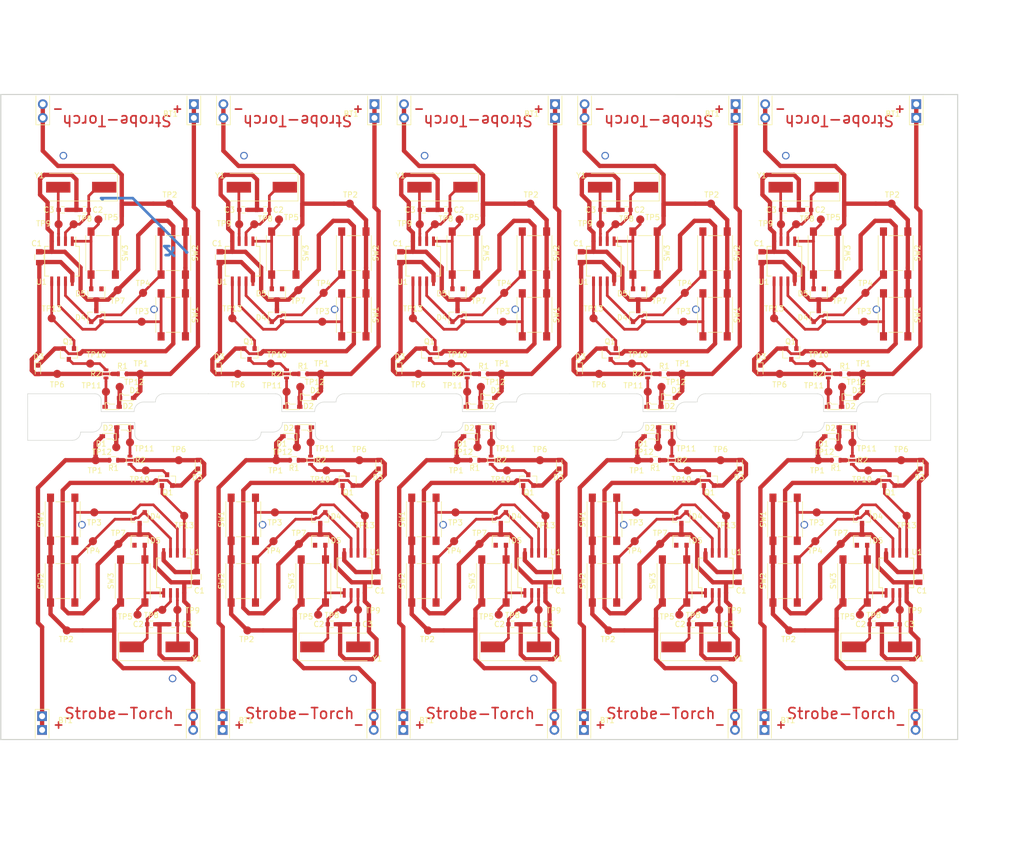
<source format=kicad_pcb>
(kicad_pcb (version 4) (host pcbnew 4.0.7+dfsg1-1)
  (title_block (title "Strobe-Torch Production Panel") (date 2018-04-26) (rev 1.0) (company "Public Domain Project"))
  (layers (0 F.Cu signal) (31 B.Cu power hide) (35 F.Paste user) (37 F.SilkS user) (39 F.Mask user) (44 Edge.Cuts user))
  (net 0 "")
  (net 1 VCC)
  (net 2 GND)
  (net 3 "Net-(D1-Pad1)")
  (net 4 +12V)
  (net 5 "Net-(BT1-Pad2)")
  (net 6 "Net-(C2-Pad2)")
  (net 7 "Net-(C3-Pad1)")
  (net 8 "Net-(D2-Pad1)")
  (net 9 "Net-(D4-Pad1)")
  (net 10 "Net-(D4-Pad2)")
  (net 11 "Net-(D5-Pad2)")
  (net 12 "Net-(Q1-Pad1)")
  (net 13 "Net-(Q1-Pad3)")
  (module Battery_Holder:Teko_1112x_battery_compartment (layer F.Cu) (at 262.51 202.044)
    (fp_text reference BT1 (at 4.318 0.762) (layer F.SilkS))
    (fp_text value Battery)
    (pad 1 thru_hole rect (at 0 0) (size 1.8 1.8) (drill 1.1) (layers *.Cu *.Mask) (net 4 +12V))
    (pad 1 thru_hole rect (at 0 2.54) (size 1.8 1.8) (drill 1.1) (layers *.Cu *.Mask) (net 4 +12V))
    (pad 2 thru_hole oval (at 27.94 0) (size 1.8 1.8) (drill 1.1) (layers *.Cu *.Mask) (net 5 "Net-(BT1-Pad2)"))
    (pad 2 thru_hole oval (at 27.94 2.54) (size 1.8 1.8) (drill 1.1) (layers *.Cu *.Mask) (net 5 "Net-(BT1-Pad2)"))
  )
  (module Battery_Holder:Teko_1112x_battery_compartment (layer F.Cu) (at 229.109 202.044)
    (fp_text reference BT1 (at 4.318 0.762) (layer F.SilkS))
    (fp_text value Battery)
    (pad 1 thru_hole rect (at 0 0) (size 1.8 1.8) (drill 1.1) (layers *.Cu *.Mask) (net 4 +12V))
    (pad 1 thru_hole rect (at 0 2.54) (size 1.8 1.8) (drill 1.1) (layers *.Cu *.Mask) (net 4 +12V))
    (pad 2 thru_hole oval (at 27.94 0) (size 1.8 1.8) (drill 1.1) (layers *.Cu *.Mask) (net 5 "Net-(BT1-Pad2)"))
    (pad 2 thru_hole oval (at 27.94 2.54) (size 1.8 1.8) (drill 1.1) (layers *.Cu *.Mask) (net 5 "Net-(BT1-Pad2)"))
  )
  (module Battery_Holder:Teko_1112x_battery_compartment (layer F.Cu) (at 195.708 202.044)
    (fp_text reference BT1 (at 4.318 0.762) (layer F.SilkS))
    (fp_text value Battery)
    (pad 1 thru_hole rect (at 0 0) (size 1.8 1.8) (drill 1.1) (layers *.Cu *.Mask) (net 4 +12V))
    (pad 1 thru_hole rect (at 0 2.54) (size 1.8 1.8) (drill 1.1) (layers *.Cu *.Mask) (net 4 +12V))
    (pad 2 thru_hole oval (at 27.94 0) (size 1.8 1.8) (drill 1.1) (layers *.Cu *.Mask) (net 5 "Net-(BT1-Pad2)"))
    (pad 2 thru_hole oval (at 27.94 2.54) (size 1.8 1.8) (drill 1.1) (layers *.Cu *.Mask) (net 5 "Net-(BT1-Pad2)"))
  )
  (module Battery_Holder:Teko_1112x_battery_compartment (layer F.Cu) (at 162.307 202.044)
    (fp_text reference BT1 (at 4.318 0.762) (layer F.SilkS))
    (fp_text value Battery)
    (pad 1 thru_hole rect (at 0 0) (size 1.8 1.8) (drill 1.1) (layers *.Cu *.Mask) (net 4 +12V))
    (pad 1 thru_hole rect (at 0 2.54) (size 1.8 1.8) (drill 1.1) (layers *.Cu *.Mask) (net 4 +12V))
    (pad 2 thru_hole oval (at 27.94 0) (size 1.8 1.8) (drill 1.1) (layers *.Cu *.Mask) (net 5 "Net-(BT1-Pad2)"))
    (pad 2 thru_hole oval (at 27.94 2.54) (size 1.8 1.8) (drill 1.1) (layers *.Cu *.Mask) (net 5 "Net-(BT1-Pad2)"))
  )
  (module Measurement_Points:Measurement_Point_Round-SMD-Pad_Small (layer F.Cu) (at 280.163 183.248)
    (fp_text reference TP5 (at -2.286 0.381) (layer F.SilkS))
    (fp_text value 300Hz)
    (pad 1 smd circle (at 0 0) (size 1.5 1.5) (layers F.Cu F.Mask) (net 11 "Net-(D5-Pad2)"))
  )
  (module Measurement_Points:Measurement_Point_Round-SMD-Pad_Small (layer F.Cu) (at 246.762 183.248)
    (fp_text reference TP5 (at -2.286 0.381) (layer F.SilkS))
    (fp_text value 300Hz)
    (pad 1 smd circle (at 0 0) (size 1.5 1.5) (layers F.Cu F.Mask) (net 11 "Net-(D5-Pad2)"))
  )
  (module Measurement_Points:Measurement_Point_Round-SMD-Pad_Small (layer F.Cu) (at 213.361 183.248)
    (fp_text reference TP5 (at -2.286 0.381) (layer F.SilkS))
    (fp_text value 300Hz)
    (pad 1 smd circle (at 0 0) (size 1.5 1.5) (layers F.Cu F.Mask) (net 11 "Net-(D5-Pad2)"))
  )
  (module Measurement_Points:Measurement_Point_Round-SMD-Pad_Small (layer F.Cu) (at 179.96 183.248)
    (fp_text reference TP5 (at -2.286 0.381) (layer F.SilkS))
    (fp_text value 300Hz)
    (pad 1 smd circle (at 0 0) (size 1.5 1.5) (layers F.Cu F.Mask) (net 11 "Net-(D5-Pad2)"))
  )
  (module Measurement_Points:Measurement_Point_Round-SMD-Pad_Small (layer F.Cu) (at 267.082 186.169)
    (fp_text reference TP2 (at -0.127 1.651) (layer F.SilkS))
    (fp_text value Bat-)
    (pad 1 smd circle (at 0 0) (size 1.5 1.5) (layers F.Cu F.Mask) (net 5 "Net-(BT1-Pad2)"))
  )
  (module Measurement_Points:Measurement_Point_Round-SMD-Pad_Small (layer F.Cu) (at 233.681 186.169)
    (fp_text reference TP2 (at -0.127 1.651) (layer F.SilkS))
    (fp_text value Bat-)
    (pad 1 smd circle (at 0 0) (size 1.5 1.5) (layers F.Cu F.Mask) (net 5 "Net-(BT1-Pad2)"))
  )
  (module Measurement_Points:Measurement_Point_Round-SMD-Pad_Small (layer F.Cu) (at 200.28 186.169)
    (fp_text reference TP2 (at -0.127 1.651) (layer F.SilkS))
    (fp_text value Bat-)
    (pad 1 smd circle (at 0 0) (size 1.5 1.5) (layers F.Cu F.Mask) (net 5 "Net-(BT1-Pad2)"))
  )
  (module Measurement_Points:Measurement_Point_Round-SMD-Pad_Small (layer F.Cu) (at 166.879 186.169)
    (fp_text reference TP2 (at -0.127 1.651) (layer F.SilkS))
    (fp_text value Bat-)
    (pad 1 smd circle (at 0 0) (size 1.5 1.5) (layers F.Cu F.Mask) (net 5 "Net-(BT1-Pad2)"))
  )
  (module Capacitors_SMD:C_0603 (layer F.Cu) (at 282.703 185.026 180)
    (fp_text reference C2 (at 2.413 0 180) (layer F.SilkS))
    (fp_text value 20pF)
    (pad 2 smd rect (at 0.75 0 180) (size 0.8 0.75) (layers F.Cu F.Paste F.Mask) (net 6 "Net-(C2-Pad2)"))
    (pad 1 smd rect (at -0.75 0 180) (size 0.8 0.75) (layers F.Cu F.Paste F.Mask) (net 2 GND))
  )
  (module Capacitors_SMD:C_0603 (layer F.Cu) (at 249.302 185.026 180)
    (fp_text reference C2 (at 2.413 0 180) (layer F.SilkS))
    (fp_text value 20pF)
    (pad 2 smd rect (at 0.75 0 180) (size 0.8 0.75) (layers F.Cu F.Paste F.Mask) (net 6 "Net-(C2-Pad2)"))
    (pad 1 smd rect (at -0.75 0 180) (size 0.8 0.75) (layers F.Cu F.Paste F.Mask) (net 2 GND))
  )
  (module Capacitors_SMD:C_0603 (layer F.Cu) (at 215.901 185.026 180)
    (fp_text reference C2 (at 2.413 0 180) (layer F.SilkS))
    (fp_text value 20pF)
    (pad 2 smd rect (at 0.75 0 180) (size 0.8 0.75) (layers F.Cu F.Paste F.Mask) (net 6 "Net-(C2-Pad2)"))
    (pad 1 smd rect (at -0.75 0 180) (size 0.8 0.75) (layers F.Cu F.Paste F.Mask) (net 2 GND))
  )
  (module Capacitors_SMD:C_0603 (layer F.Cu) (at 182.5 185.026 180)
    (fp_text reference C2 (at 2.413 0 180) (layer F.SilkS))
    (fp_text value 20pF)
    (pad 2 smd rect (at 0.75 0 180) (size 0.8 0.75) (layers F.Cu F.Paste F.Mask) (net 6 "Net-(C2-Pad2)"))
    (pad 1 smd rect (at -0.75 0 180) (size 0.8 0.75) (layers F.Cu F.Paste F.Mask) (net 2 GND))
  )
  (module Measurement_Points:Measurement_Point_Round-SMD-Pad_Small (layer F.Cu) (at 287.529 182.359)
    (fp_text reference TP9 (at 2.794 0.127) (layer F.SilkS))
    (fp_text value Clko)
    (pad 1 smd circle (at 0 0) (size 1.5 1.5) (layers F.Cu F.Mask) (net 7 "Net-(C3-Pad1)"))
  )
  (module Measurement_Points:Measurement_Point_Round-SMD-Pad_Small (layer F.Cu) (at 254.128 182.359)
    (fp_text reference TP9 (at 2.794 0.127) (layer F.SilkS))
    (fp_text value Clko)
    (pad 1 smd circle (at 0 0) (size 1.5 1.5) (layers F.Cu F.Mask) (net 7 "Net-(C3-Pad1)"))
  )
  (module Measurement_Points:Measurement_Point_Round-SMD-Pad_Small (layer F.Cu) (at 220.727 182.359)
    (fp_text reference TP9 (at 2.794 0.127) (layer F.SilkS))
    (fp_text value Clko)
    (pad 1 smd circle (at 0 0) (size 1.5 1.5) (layers F.Cu F.Mask) (net 7 "Net-(C3-Pad1)"))
  )
  (module Measurement_Points:Measurement_Point_Round-SMD-Pad_Small (layer F.Cu) (at 187.326 182.359)
    (fp_text reference TP9 (at 2.794 0.127) (layer F.SilkS))
    (fp_text value Clko)
    (pad 1 smd circle (at 0 0) (size 1.5 1.5) (layers F.Cu F.Mask) (net 7 "Net-(C3-Pad1)"))
  )
  (module Measurement_Points:Measurement_Point_Round-SMD-Pad_Small (layer F.Cu) (at 284.735 182.359)
    (fp_text reference TP8 (at -2.032 1.016) (layer F.SilkS))
    (fp_text value Clki)
    (pad 1 smd circle (at 0 0) (size 1.5 1.5) (layers F.Cu F.Mask) (net 6 "Net-(C2-Pad2)"))
  )
  (module Measurement_Points:Measurement_Point_Round-SMD-Pad_Small (layer F.Cu) (at 251.334 182.359)
    (fp_text reference TP8 (at -2.032 1.016) (layer F.SilkS))
    (fp_text value Clki)
    (pad 1 smd circle (at 0 0) (size 1.5 1.5) (layers F.Cu F.Mask) (net 6 "Net-(C2-Pad2)"))
  )
  (module Measurement_Points:Measurement_Point_Round-SMD-Pad_Small (layer F.Cu) (at 217.933 182.359)
    (fp_text reference TP8 (at -2.032 1.016) (layer F.SilkS))
    (fp_text value Clki)
    (pad 1 smd circle (at 0 0) (size 1.5 1.5) (layers F.Cu F.Mask) (net 6 "Net-(C2-Pad2)"))
  )
  (module Measurement_Points:Measurement_Point_Round-SMD-Pad_Small (layer F.Cu) (at 184.532 182.359)
    (fp_text reference TP8 (at -2.032 1.016) (layer F.SilkS))
    (fp_text value Clki)
    (pad 1 smd circle (at 0 0) (size 1.5 1.5) (layers F.Cu F.Mask) (net 6 "Net-(C2-Pad2)"))
  )
  (module Capacitors_SMD:C_0603 (layer F.Cu) (at 286.767 185.026 180)
    (fp_text reference C3 (at -2.54 0 180) (layer F.SilkS))
    (fp_text value 20pF)
    (pad 2 smd rect (at 0.75 0 180) (size 0.8 0.75) (layers F.Cu F.Paste F.Mask) (net 2 GND))
    (pad 1 smd rect (at -0.75 0 180) (size 0.8 0.75) (layers F.Cu F.Paste F.Mask) (net 7 "Net-(C3-Pad1)"))
  )
  (module Capacitors_SMD:C_0603 (layer F.Cu) (at 253.366 185.026 180)
    (fp_text reference C3 (at -2.54 0 180) (layer F.SilkS))
    (fp_text value 20pF)
    (pad 2 smd rect (at 0.75 0 180) (size 0.8 0.75) (layers F.Cu F.Paste F.Mask) (net 2 GND))
    (pad 1 smd rect (at -0.75 0 180) (size 0.8 0.75) (layers F.Cu F.Paste F.Mask) (net 7 "Net-(C3-Pad1)"))
  )
  (module Capacitors_SMD:C_0603 (layer F.Cu) (at 219.965 185.026 180)
    (fp_text reference C3 (at -2.54 0 180) (layer F.SilkS))
    (fp_text value 20pF)
    (pad 2 smd rect (at 0.75 0 180) (size 0.8 0.75) (layers F.Cu F.Paste F.Mask) (net 2 GND))
    (pad 1 smd rect (at -0.75 0 180) (size 0.8 0.75) (layers F.Cu F.Paste F.Mask) (net 7 "Net-(C3-Pad1)"))
  )
  (module Capacitors_SMD:C_0603 (layer F.Cu) (at 186.564 185.026 180)
    (fp_text reference C3 (at -2.54 0 180) (layer F.SilkS))
    (fp_text value 20pF)
    (pad 2 smd rect (at 0.75 0 180) (size 0.8 0.75) (layers F.Cu F.Paste F.Mask) (net 2 GND))
    (pad 1 smd rect (at -0.75 0 180) (size 0.8 0.75) (layers F.Cu F.Paste F.Mask) (net 7 "Net-(C3-Pad1)"))
  )
  (module Crystals:Crystal_SMD_HC49-SD (layer F.Cu) (at 283.338 189.217)
    (fp_text reference Y1 (at 7.747 2.159) (layer F.SilkS))
    (fp_text value 4.9152MHz)
    (pad 1 smd rect (at -4.25 0) (size 4.5 2) (layers F.Cu F.Paste F.Mask) (net 6 "Net-(C2-Pad2)"))
    (pad 2 smd rect (at 4.25 0) (size 4.5 2) (layers F.Cu F.Paste F.Mask) (net 7 "Net-(C3-Pad1)"))
  )
  (module Crystals:Crystal_SMD_HC49-SD (layer F.Cu) (at 249.937 189.217)
    (fp_text reference Y1 (at 7.747 2.159) (layer F.SilkS))
    (fp_text value 4.9152MHz)
    (pad 1 smd rect (at -4.25 0) (size 4.5 2) (layers F.Cu F.Paste F.Mask) (net 6 "Net-(C2-Pad2)"))
    (pad 2 smd rect (at 4.25 0) (size 4.5 2) (layers F.Cu F.Paste F.Mask) (net 7 "Net-(C3-Pad1)"))
  )
  (module Crystals:Crystal_SMD_HC49-SD (layer F.Cu) (at 216.536 189.217)
    (fp_text reference Y1 (at 7.747 2.159) (layer F.SilkS))
    (fp_text value 4.9152MHz)
    (pad 1 smd rect (at -4.25 0) (size 4.5 2) (layers F.Cu F.Paste F.Mask) (net 6 "Net-(C2-Pad2)"))
    (pad 2 smd rect (at 4.25 0) (size 4.5 2) (layers F.Cu F.Paste F.Mask) (net 7 "Net-(C3-Pad1)"))
  )
  (module Crystals:Crystal_SMD_HC49-SD (layer F.Cu) (at 183.135 189.217)
    (fp_text reference Y1 (at 7.747 2.159) (layer F.SilkS))
    (fp_text value 4.9152MHz)
    (pad 1 smd rect (at -4.25 0) (size 4.5 2) (layers F.Cu F.Paste F.Mask) (net 6 "Net-(C2-Pad2)"))
    (pad 2 smd rect (at 4.25 0) (size 4.5 2) (layers F.Cu F.Paste F.Mask) (net 7 "Net-(C3-Pad1)"))
  )
  (module TO_SOT_Packages_SMD:SOT-23 (layer F.Cu) (at 280.544 169.405 90)
    (fp_text reference D5 (at -0.127 2.921 180) (layer F.SilkS))
    (fp_text value BAT54A)
    (pad 1 smd rect (at -1 -0.95 90) (size 0.9 0.8) (layers F.Cu F.Paste F.Mask))
    (pad 2 smd rect (at -1 0.95 90) (size 0.9 0.8) (layers F.Cu F.Paste F.Mask) (net 11 "Net-(D5-Pad2)"))
    (pad 3 smd rect (at 1 0 90) (size 0.9 0.8) (layers F.Cu F.Paste F.Mask) (net 2 GND))
  )
  (module TO_SOT_Packages_SMD:SOT-23 (layer F.Cu) (at 247.143 169.405 90)
    (fp_text reference D5 (at -0.127 2.921 180) (layer F.SilkS))
    (fp_text value BAT54A)
    (pad 1 smd rect (at -1 -0.95 90) (size 0.9 0.8) (layers F.Cu F.Paste F.Mask))
    (pad 2 smd rect (at -1 0.95 90) (size 0.9 0.8) (layers F.Cu F.Paste F.Mask) (net 11 "Net-(D5-Pad2)"))
    (pad 3 smd rect (at 1 0 90) (size 0.9 0.8) (layers F.Cu F.Paste F.Mask) (net 2 GND))
  )
  (module TO_SOT_Packages_SMD:SOT-23 (layer F.Cu) (at 213.742 169.405 90)
    (fp_text reference D5 (at -0.127 2.921 180) (layer F.SilkS))
    (fp_text value BAT54A)
    (pad 1 smd rect (at -1 -0.95 90) (size 0.9 0.8) (layers F.Cu F.Paste F.Mask))
    (pad 2 smd rect (at -1 0.95 90) (size 0.9 0.8) (layers F.Cu F.Paste F.Mask) (net 11 "Net-(D5-Pad2)"))
    (pad 3 smd rect (at 1 0 90) (size 0.9 0.8) (layers F.Cu F.Paste F.Mask) (net 2 GND))
  )
  (module TO_SOT_Packages_SMD:SOT-23 (layer F.Cu) (at 180.341 169.405 90)
    (fp_text reference D5 (at -0.127 2.921 180) (layer F.SilkS))
    (fp_text value BAT54A)
    (pad 1 smd rect (at -1 -0.95 90) (size 0.9 0.8) (layers F.Cu F.Paste F.Mask))
    (pad 2 smd rect (at -1 0.95 90) (size 0.9 0.8) (layers F.Cu F.Paste F.Mask) (net 11 "Net-(D5-Pad2)"))
    (pad 3 smd rect (at 1 0 90) (size 0.9 0.8) (layers F.Cu F.Paste F.Mask) (net 2 GND))
  )
  (module Buttons_Switches_SMD:SW_SPST_PTS645 (layer F.Cu) (at 266.32 165.595 90)
    (fp_text reference SW1 (at 0 -4.05 90) (layer F.SilkS))
    (fp_text value 50Hz)
    (pad 2 smd rect (at -3.98 2.25 90) (size 1.55 1.3) (layers F.Cu F.Paste F.Mask) (net 10 "Net-(D4-Pad2)"))
    (pad 1 smd rect (at -3.98 -2.25 90) (size 1.55 1.3) (layers F.Cu F.Paste F.Mask) (net 5 "Net-(BT1-Pad2)"))
    (pad 1 smd rect (at 3.98 -2.25 90) (size 1.55 1.3) (layers F.Cu F.Paste F.Mask) (net 5 "Net-(BT1-Pad2)"))
    (pad 2 smd rect (at 3.98 2.25 90) (size 1.55 1.3) (layers F.Cu F.Paste F.Mask) (net 10 "Net-(D4-Pad2)"))
  )
  (module Buttons_Switches_SMD:SW_SPST_PTS645 (layer F.Cu) (at 232.919 165.595 90)
    (fp_text reference SW1 (at 0 -4.05 90) (layer F.SilkS))
    (fp_text value 50Hz)
    (pad 2 smd rect (at -3.98 2.25 90) (size 1.55 1.3) (layers F.Cu F.Paste F.Mask) (net 10 "Net-(D4-Pad2)"))
    (pad 1 smd rect (at -3.98 -2.25 90) (size 1.55 1.3) (layers F.Cu F.Paste F.Mask) (net 5 "Net-(BT1-Pad2)"))
    (pad 1 smd rect (at 3.98 -2.25 90) (size 1.55 1.3) (layers F.Cu F.Paste F.Mask) (net 5 "Net-(BT1-Pad2)"))
    (pad 2 smd rect (at 3.98 2.25 90) (size 1.55 1.3) (layers F.Cu F.Paste F.Mask) (net 10 "Net-(D4-Pad2)"))
  )
  (module Buttons_Switches_SMD:SW_SPST_PTS645 (layer F.Cu) (at 199.518 165.595 90)
    (fp_text reference SW1 (at 0 -4.05 90) (layer F.SilkS))
    (fp_text value 50Hz)
    (pad 2 smd rect (at -3.98 2.25 90) (size 1.55 1.3) (layers F.Cu F.Paste F.Mask) (net 10 "Net-(D4-Pad2)"))
    (pad 1 smd rect (at -3.98 -2.25 90) (size 1.55 1.3) (layers F.Cu F.Paste F.Mask) (net 5 "Net-(BT1-Pad2)"))
    (pad 1 smd rect (at 3.98 -2.25 90) (size 1.55 1.3) (layers F.Cu F.Paste F.Mask) (net 5 "Net-(BT1-Pad2)"))
    (pad 2 smd rect (at 3.98 2.25 90) (size 1.55 1.3) (layers F.Cu F.Paste F.Mask) (net 10 "Net-(D4-Pad2)"))
  )
  (module Buttons_Switches_SMD:SW_SPST_PTS645 (layer F.Cu) (at 166.117 165.595 90)
    (fp_text reference SW1 (at 0 -4.05 90) (layer F.SilkS))
    (fp_text value 50Hz)
    (pad 2 smd rect (at -3.98 2.25 90) (size 1.55 1.3) (layers F.Cu F.Paste F.Mask) (net 10 "Net-(D4-Pad2)"))
    (pad 1 smd rect (at -3.98 -2.25 90) (size 1.55 1.3) (layers F.Cu F.Paste F.Mask) (net 5 "Net-(BT1-Pad2)"))
    (pad 1 smd rect (at 3.98 -2.25 90) (size 1.55 1.3) (layers F.Cu F.Paste F.Mask) (net 5 "Net-(BT1-Pad2)"))
    (pad 2 smd rect (at 3.98 2.25 90) (size 1.55 1.3) (layers F.Cu F.Paste F.Mask) (net 10 "Net-(D4-Pad2)"))
  )
  (module Measurement_Points:Measurement_Point_Round-SMD-Pad_Small (layer F.Cu) (at 276.607 170.167)
    (fp_text reference TP7 (at 0 -2) (layer F.SilkS))
    (fp_text value GND)
    (pad 1 smd circle (at 0 0) (size 1.5 1.5) (layers F.Cu F.Mask) (net 2 GND))
  )
  (module Measurement_Points:Measurement_Point_Round-SMD-Pad_Small (layer F.Cu) (at 243.206 170.167)
    (fp_text reference TP7 (at 0 -2) (layer F.SilkS))
    (fp_text value GND)
    (pad 1 smd circle (at 0 0) (size 1.5 1.5) (layers F.Cu F.Mask) (net 2 GND))
  )
  (module Measurement_Points:Measurement_Point_Round-SMD-Pad_Small (layer F.Cu) (at 209.805 170.167)
    (fp_text reference TP7 (at 0 -2) (layer F.SilkS))
    (fp_text value GND)
    (pad 1 smd circle (at 0 0) (size 1.5 1.5) (layers F.Cu F.Mask) (net 2 GND))
  )
  (module Measurement_Points:Measurement_Point_Round-SMD-Pad_Small (layer F.Cu) (at 176.404 170.167)
    (fp_text reference TP7 (at 0 -2) (layer F.SilkS))
    (fp_text value GND)
    (pad 1 smd circle (at 0 0) (size 1.5 1.5) (layers F.Cu F.Mask) (net 2 GND))
  )
  (module Measurement_Points:Measurement_Point_Round-SMD-Pad_Small (layer F.Cu) (at 272.162 164.325)
    (fp_text reference TP3 (at 0 1.905) (layer F.SilkS))
    (fp_text value 50Hz)
    (pad 1 smd circle (at 0 0) (size 1.5 1.5) (layers F.Cu F.Mask) (net 10 "Net-(D4-Pad2)"))
  )
  (module Measurement_Points:Measurement_Point_Round-SMD-Pad_Small (layer F.Cu) (at 238.761 164.325)
    (fp_text reference TP3 (at 0 1.905) (layer F.SilkS))
    (fp_text value 50Hz)
    (pad 1 smd circle (at 0 0) (size 1.5 1.5) (layers F.Cu F.Mask) (net 10 "Net-(D4-Pad2)"))
  )
  (module Measurement_Points:Measurement_Point_Round-SMD-Pad_Small (layer F.Cu) (at 205.36 164.325)
    (fp_text reference TP3 (at 0 1.905) (layer F.SilkS))
    (fp_text value 50Hz)
    (pad 1 smd circle (at 0 0) (size 1.5 1.5) (layers F.Cu F.Mask) (net 10 "Net-(D4-Pad2)"))
  )
  (module Measurement_Points:Measurement_Point_Round-SMD-Pad_Small (layer F.Cu) (at 171.959 164.325)
    (fp_text reference TP3 (at 0 1.905) (layer F.SilkS))
    (fp_text value 50Hz)
    (pad 1 smd circle (at 0 0) (size 1.5 1.5) (layers F.Cu F.Mask) (net 10 "Net-(D4-Pad2)"))
  )
  (module Buttons_Switches_SMD:SW_SPST_PTS645 (layer F.Cu) (at 266.32 177.025 90)
    (fp_text reference SW2 (at 0 -4.05 90) (layer F.SilkS))
    (fp_text value 60Hz)
    (pad 2 smd rect (at -3.98 2.25 90) (size 1.55 1.3) (layers F.Cu F.Paste F.Mask) (net 9 "Net-(D4-Pad1)"))
    (pad 1 smd rect (at -3.98 -2.25 90) (size 1.55 1.3) (layers F.Cu F.Paste F.Mask) (net 5 "Net-(BT1-Pad2)"))
    (pad 1 smd rect (at 3.98 -2.25 90) (size 1.55 1.3) (layers F.Cu F.Paste F.Mask) (net 5 "Net-(BT1-Pad2)"))
    (pad 2 smd rect (at 3.98 2.25 90) (size 1.55 1.3) (layers F.Cu F.Paste F.Mask) (net 9 "Net-(D4-Pad1)"))
  )
  (module Buttons_Switches_SMD:SW_SPST_PTS645 (layer F.Cu) (at 232.919 177.025 90)
    (fp_text reference SW2 (at 0 -4.05 90) (layer F.SilkS))
    (fp_text value 60Hz)
    (pad 2 smd rect (at -3.98 2.25 90) (size 1.55 1.3) (layers F.Cu F.Paste F.Mask) (net 9 "Net-(D4-Pad1)"))
    (pad 1 smd rect (at -3.98 -2.25 90) (size 1.55 1.3) (layers F.Cu F.Paste F.Mask) (net 5 "Net-(BT1-Pad2)"))
    (pad 1 smd rect (at 3.98 -2.25 90) (size 1.55 1.3) (layers F.Cu F.Paste F.Mask) (net 5 "Net-(BT1-Pad2)"))
    (pad 2 smd rect (at 3.98 2.25 90) (size 1.55 1.3) (layers F.Cu F.Paste F.Mask) (net 9 "Net-(D4-Pad1)"))
  )
  (module Buttons_Switches_SMD:SW_SPST_PTS645 (layer F.Cu) (at 199.518 177.025 90)
    (fp_text reference SW2 (at 0 -4.05 90) (layer F.SilkS))
    (fp_text value 60Hz)
    (pad 2 smd rect (at -3.98 2.25 90) (size 1.55 1.3) (layers F.Cu F.Paste F.Mask) (net 9 "Net-(D4-Pad1)"))
    (pad 1 smd rect (at -3.98 -2.25 90) (size 1.55 1.3) (layers F.Cu F.Paste F.Mask) (net 5 "Net-(BT1-Pad2)"))
    (pad 1 smd rect (at 3.98 -2.25 90) (size 1.55 1.3) (layers F.Cu F.Paste F.Mask) (net 5 "Net-(BT1-Pad2)"))
    (pad 2 smd rect (at 3.98 2.25 90) (size 1.55 1.3) (layers F.Cu F.Paste F.Mask) (net 9 "Net-(D4-Pad1)"))
  )
  (module Buttons_Switches_SMD:SW_SPST_PTS645 (layer F.Cu) (at 166.117 177.025 90)
    (fp_text reference SW2 (at 0 -4.05 90) (layer F.SilkS))
    (fp_text value 60Hz)
    (pad 2 smd rect (at -3.98 2.25 90) (size 1.55 1.3) (layers F.Cu F.Paste F.Mask) (net 9 "Net-(D4-Pad1)"))
    (pad 1 smd rect (at -3.98 -2.25 90) (size 1.55 1.3) (layers F.Cu F.Paste F.Mask) (net 5 "Net-(BT1-Pad2)"))
    (pad 1 smd rect (at 3.98 -2.25 90) (size 1.55 1.3) (layers F.Cu F.Paste F.Mask) (net 5 "Net-(BT1-Pad2)"))
    (pad 2 smd rect (at 3.98 2.25 90) (size 1.55 1.3) (layers F.Cu F.Paste F.Mask) (net 9 "Net-(D4-Pad1)"))
  )
  (module Buttons_Switches_SMD:SW_SPST_PTS645 (layer F.Cu) (at 279.274 177.025 90)
    (fp_text reference SW3 (at 0 -4.05 90) (layer F.SilkS))
    (fp_text value 300Hz)
    (pad 2 smd rect (at -3.98 2.25 90) (size 1.55 1.3) (layers F.Cu F.Paste F.Mask) (net 11 "Net-(D5-Pad2)"))
    (pad 1 smd rect (at -3.98 -2.25 90) (size 1.55 1.3) (layers F.Cu F.Paste F.Mask) (net 5 "Net-(BT1-Pad2)"))
    (pad 1 smd rect (at 3.98 -2.25 90) (size 1.55 1.3) (layers F.Cu F.Paste F.Mask) (net 5 "Net-(BT1-Pad2)"))
    (pad 2 smd rect (at 3.98 2.25 90) (size 1.55 1.3) (layers F.Cu F.Paste F.Mask) (net 11 "Net-(D5-Pad2)"))
  )
  (module Buttons_Switches_SMD:SW_SPST_PTS645 (layer F.Cu) (at 245.873 177.025 90)
    (fp_text reference SW3 (at 0 -4.05 90) (layer F.SilkS))
    (fp_text value 300Hz)
    (pad 2 smd rect (at -3.98 2.25 90) (size 1.55 1.3) (layers F.Cu F.Paste F.Mask) (net 11 "Net-(D5-Pad2)"))
    (pad 1 smd rect (at -3.98 -2.25 90) (size 1.55 1.3) (layers F.Cu F.Paste F.Mask) (net 5 "Net-(BT1-Pad2)"))
    (pad 1 smd rect (at 3.98 -2.25 90) (size 1.55 1.3) (layers F.Cu F.Paste F.Mask) (net 5 "Net-(BT1-Pad2)"))
    (pad 2 smd rect (at 3.98 2.25 90) (size 1.55 1.3) (layers F.Cu F.Paste F.Mask) (net 11 "Net-(D5-Pad2)"))
  )
  (module Buttons_Switches_SMD:SW_SPST_PTS645 (layer F.Cu) (at 212.472 177.025 90)
    (fp_text reference SW3 (at 0 -4.05 90) (layer F.SilkS))
    (fp_text value 300Hz)
    (pad 2 smd rect (at -3.98 2.25 90) (size 1.55 1.3) (layers F.Cu F.Paste F.Mask) (net 11 "Net-(D5-Pad2)"))
    (pad 1 smd rect (at -3.98 -2.25 90) (size 1.55 1.3) (layers F.Cu F.Paste F.Mask) (net 5 "Net-(BT1-Pad2)"))
    (pad 1 smd rect (at 3.98 -2.25 90) (size 1.55 1.3) (layers F.Cu F.Paste F.Mask) (net 5 "Net-(BT1-Pad2)"))
    (pad 2 smd rect (at 3.98 2.25 90) (size 1.55 1.3) (layers F.Cu F.Paste F.Mask) (net 11 "Net-(D5-Pad2)"))
  )
  (module Buttons_Switches_SMD:SW_SPST_PTS645 (layer F.Cu) (at 179.071 177.025 90)
    (fp_text reference SW3 (at 0 -4.05 90) (layer F.SilkS))
    (fp_text value 300Hz)
    (pad 2 smd rect (at -3.98 2.25 90) (size 1.55 1.3) (layers F.Cu F.Paste F.Mask) (net 11 "Net-(D5-Pad2)"))
    (pad 1 smd rect (at -3.98 -2.25 90) (size 1.55 1.3) (layers F.Cu F.Paste F.Mask) (net 5 "Net-(BT1-Pad2)"))
    (pad 1 smd rect (at 3.98 -2.25 90) (size 1.55 1.3) (layers F.Cu F.Paste F.Mask) (net 5 "Net-(BT1-Pad2)"))
    (pad 2 smd rect (at 3.98 2.25 90) (size 1.55 1.3) (layers F.Cu F.Paste F.Mask) (net 11 "Net-(D5-Pad2)"))
  )
  (module TO_SOT_Packages_SMD:SOT-23 (layer F.Cu) (at 280.544 165.341 270)
    (fp_text reference D4 (at -0.254 -2.921 360) (layer F.SilkS))
    (fp_text value BAT54A)
    (pad 1 smd rect (at -1 -0.95 270) (size 0.9 0.8) (layers F.Cu F.Paste F.Mask) (net 9 "Net-(D4-Pad1)"))
    (pad 2 smd rect (at -1 0.95 270) (size 0.9 0.8) (layers F.Cu F.Paste F.Mask) (net 10 "Net-(D4-Pad2)"))
    (pad 3 smd rect (at 1 0 270) (size 0.9 0.8) (layers F.Cu F.Paste F.Mask) (net 2 GND))
  )
  (module TO_SOT_Packages_SMD:SOT-23 (layer F.Cu) (at 247.143 165.341 270)
    (fp_text reference D4 (at -0.254 -2.921 360) (layer F.SilkS))
    (fp_text value BAT54A)
    (pad 1 smd rect (at -1 -0.95 270) (size 0.9 0.8) (layers F.Cu F.Paste F.Mask) (net 9 "Net-(D4-Pad1)"))
    (pad 2 smd rect (at -1 0.95 270) (size 0.9 0.8) (layers F.Cu F.Paste F.Mask) (net 10 "Net-(D4-Pad2)"))
    (pad 3 smd rect (at 1 0 270) (size 0.9 0.8) (layers F.Cu F.Paste F.Mask) (net 2 GND))
  )
  (module TO_SOT_Packages_SMD:SOT-23 (layer F.Cu) (at 213.742 165.341 270)
    (fp_text reference D4 (at -0.254 -2.921 360) (layer F.SilkS))
    (fp_text value BAT54A)
    (pad 1 smd rect (at -1 -0.95 270) (size 0.9 0.8) (layers F.Cu F.Paste F.Mask) (net 9 "Net-(D4-Pad1)"))
    (pad 2 smd rect (at -1 0.95 270) (size 0.9 0.8) (layers F.Cu F.Paste F.Mask) (net 10 "Net-(D4-Pad2)"))
    (pad 3 smd rect (at 1 0 270) (size 0.9 0.8) (layers F.Cu F.Paste F.Mask) (net 2 GND))
  )
  (module TO_SOT_Packages_SMD:SOT-23 (layer F.Cu) (at 180.341 165.341 270)
    (fp_text reference D4 (at -0.254 -2.921 360) (layer F.SilkS))
    (fp_text value BAT54A)
    (pad 1 smd rect (at -1 -0.95 270) (size 0.9 0.8) (layers F.Cu F.Paste F.Mask) (net 9 "Net-(D4-Pad1)"))
    (pad 2 smd rect (at -1 0.95 270) (size 0.9 0.8) (layers F.Cu F.Paste F.Mask) (net 10 "Net-(D4-Pad2)"))
    (pad 3 smd rect (at 1 0 270) (size 0.9 0.8) (layers F.Cu F.Paste F.Mask) (net 2 GND))
  )
  (module Measurement_Points:Measurement_Point_Round-SMD-Pad_Small (layer F.Cu) (at 271.908 169.659)
    (fp_text reference TP4 (at 0 1.778) (layer F.SilkS))
    (fp_text value 60Hz)
    (pad 1 smd circle (at 0 0) (size 1.5 1.5) (layers F.Cu F.Mask) (net 9 "Net-(D4-Pad1)"))
  )
  (module Measurement_Points:Measurement_Point_Round-SMD-Pad_Small (layer F.Cu) (at 238.507 169.659)
    (fp_text reference TP4 (at 0 1.778) (layer F.SilkS))
    (fp_text value 60Hz)
    (pad 1 smd circle (at 0 0) (size 1.5 1.5) (layers F.Cu F.Mask) (net 9 "Net-(D4-Pad1)"))
  )
  (module Measurement_Points:Measurement_Point_Round-SMD-Pad_Small (layer F.Cu) (at 205.106 169.659)
    (fp_text reference TP4 (at 0 1.778) (layer F.SilkS))
    (fp_text value 60Hz)
    (pad 1 smd circle (at 0 0) (size 1.5 1.5) (layers F.Cu F.Mask) (net 9 "Net-(D4-Pad1)"))
  )
  (module Measurement_Points:Measurement_Point_Round-SMD-Pad_Small (layer F.Cu) (at 171.705 169.659)
    (fp_text reference TP4 (at 0 1.778) (layer F.SilkS))
    (fp_text value 60Hz)
    (pad 1 smd circle (at 0 0) (size 1.5 1.5) (layers F.Cu F.Mask) (net 9 "Net-(D4-Pad1)"))
  )
  (module Measurement_Points:Measurement_Point_Round-SMD-Pad_Small (layer F.Cu) (at 281.687 156.578)
    (fp_text reference TP10 (at -1.143 1.651) (layer F.SilkS))
    (fp_text value Udrain)
    (pad 1 smd circle (at 0 0) (size 1.5 1.5) (layers F.Cu F.Mask) (net 13 "Net-(Q1-Pad3)"))
  )
  (module Measurement_Points:Measurement_Point_Round-SMD-Pad_Small (layer F.Cu) (at 248.286 156.578)
    (fp_text reference TP10 (at -1.143 1.651) (layer F.SilkS))
    (fp_text value Udrain)
    (pad 1 smd circle (at 0 0) (size 1.5 1.5) (layers F.Cu F.Mask) (net 13 "Net-(Q1-Pad3)"))
  )
  (module Measurement_Points:Measurement_Point_Round-SMD-Pad_Small (layer F.Cu) (at 214.885 156.578)
    (fp_text reference TP10 (at -1.143 1.651) (layer F.SilkS))
    (fp_text value Udrain)
    (pad 1 smd circle (at 0 0) (size 1.5 1.5) (layers F.Cu F.Mask) (net 13 "Net-(Q1-Pad3)"))
  )
  (module Measurement_Points:Measurement_Point_Round-SMD-Pad_Small (layer F.Cu) (at 181.484 156.578)
    (fp_text reference TP10 (at -1.143 1.651) (layer F.SilkS))
    (fp_text value Udrain)
    (pad 1 smd circle (at 0 0) (size 1.5 1.5) (layers F.Cu F.Mask) (net 13 "Net-(Q1-Pad3)"))
  )
  (module Capacitors_SMD:C_0805 (layer F.Cu) (at 291.085 176.263 270)
    (fp_text reference C1 (at 2.54 -0.508 360) (layer F.SilkS))
    (fp_text value 100n)
    (pad 1 smd rect (at -1 0 270) (size 1 1.25) (layers F.Cu F.Paste F.Mask) (net 1 VCC))
    (pad 2 smd rect (at 1 0 270) (size 1 1.25) (layers F.Cu F.Paste F.Mask) (net 2 GND))
  )
  (module Capacitors_SMD:C_0805 (layer F.Cu) (at 257.684 176.263 270)
    (fp_text reference C1 (at 2.54 -0.508 360) (layer F.SilkS))
    (fp_text value 100n)
    (pad 1 smd rect (at -1 0 270) (size 1 1.25) (layers F.Cu F.Paste F.Mask) (net 1 VCC))
    (pad 2 smd rect (at 1 0 270) (size 1 1.25) (layers F.Cu F.Paste F.Mask) (net 2 GND))
  )
  (module Capacitors_SMD:C_0805 (layer F.Cu) (at 224.283 176.263 270)
    (fp_text reference C1 (at 2.54 -0.508 360) (layer F.SilkS))
    (fp_text value 100n)
    (pad 1 smd rect (at -1 0 270) (size 1 1.25) (layers F.Cu F.Paste F.Mask) (net 1 VCC))
    (pad 2 smd rect (at 1 0 270) (size 1 1.25) (layers F.Cu F.Paste F.Mask) (net 2 GND))
  )
  (module Capacitors_SMD:C_0805 (layer F.Cu) (at 190.882 176.263 270)
    (fp_text reference C1 (at 2.54 -0.508 360) (layer F.SilkS))
    (fp_text value 100n)
    (pad 1 smd rect (at -1 0 270) (size 1 1.25) (layers F.Cu F.Paste F.Mask) (net 1 VCC))
    (pad 2 smd rect (at 1 0 270) (size 1 1.25) (layers F.Cu F.Paste F.Mask) (net 2 GND))
  )
  (module TO_SOT_Packages_SMD:SOT-23 (layer F.Cu) (at 285.624 158.356 90)
    (fp_text reference Q1 (at -2.286 0.127 180) (layer F.SilkS))
    (fp_text value BSS138)
    (pad 1 smd rect (at -1 -0.95 90) (size 0.9 0.8) (layers F.Cu F.Paste F.Mask) (net 12 "Net-(Q1-Pad1)"))
    (pad 2 smd rect (at -1 0.95 90) (size 0.9 0.8) (layers F.Cu F.Paste F.Mask) (net 2 GND))
    (pad 3 smd rect (at 1 0 90) (size 0.9 0.8) (layers F.Cu F.Paste F.Mask) (net 13 "Net-(Q1-Pad3)"))
  )
  (module TO_SOT_Packages_SMD:SOT-23 (layer F.Cu) (at 252.223 158.356 90)
    (fp_text reference Q1 (at -2.286 0.127 180) (layer F.SilkS))
    (fp_text value BSS138)
    (pad 1 smd rect (at -1 -0.95 90) (size 0.9 0.8) (layers F.Cu F.Paste F.Mask) (net 12 "Net-(Q1-Pad1)"))
    (pad 2 smd rect (at -1 0.95 90) (size 0.9 0.8) (layers F.Cu F.Paste F.Mask) (net 2 GND))
    (pad 3 smd rect (at 1 0 90) (size 0.9 0.8) (layers F.Cu F.Paste F.Mask) (net 13 "Net-(Q1-Pad3)"))
  )
  (module TO_SOT_Packages_SMD:SOT-23 (layer F.Cu) (at 218.822 158.356 90)
    (fp_text reference Q1 (at -2.286 0.127 180) (layer F.SilkS))
    (fp_text value BSS138)
    (pad 1 smd rect (at -1 -0.95 90) (size 0.9 0.8) (layers F.Cu F.Paste F.Mask) (net 12 "Net-(Q1-Pad1)"))
    (pad 2 smd rect (at -1 0.95 90) (size 0.9 0.8) (layers F.Cu F.Paste F.Mask) (net 2 GND))
    (pad 3 smd rect (at 1 0 90) (size 0.9 0.8) (layers F.Cu F.Paste F.Mask) (net 13 "Net-(Q1-Pad3)"))
  )
  (module TO_SOT_Packages_SMD:SOT-23 (layer F.Cu) (at 185.421 158.356 90)
    (fp_text reference Q1 (at -2.286 0.127 180) (layer F.SilkS))
    (fp_text value BSS138)
    (pad 1 smd rect (at -1 -0.95 90) (size 0.9 0.8) (layers F.Cu F.Paste F.Mask) (net 12 "Net-(Q1-Pad1)"))
    (pad 2 smd rect (at -1 0.95 90) (size 0.9 0.8) (layers F.Cu F.Paste F.Mask) (net 2 GND))
    (pad 3 smd rect (at 1 0 90) (size 0.9 0.8) (layers F.Cu F.Paste F.Mask) (net 13 "Net-(Q1-Pad3)"))
  )
  (module Measurement_Points:Measurement_Point_Round-SMD-Pad_Small (layer F.Cu) (at 288.799 164.96)
    (fp_text reference TP13 (at 0 1.778) (layer F.SilkS))
    (fp_text value PWMout)
    (pad 1 smd circle (at 0 0) (size 1.5 1.5) (layers F.Cu F.Mask) (net 12 "Net-(Q1-Pad1)"))
  )
  (module Measurement_Points:Measurement_Point_Round-SMD-Pad_Small (layer F.Cu) (at 255.398 164.96)
    (fp_text reference TP13 (at 0 1.778) (layer F.SilkS))
    (fp_text value PWMout)
    (pad 1 smd circle (at 0 0) (size 1.5 1.5) (layers F.Cu F.Mask) (net 12 "Net-(Q1-Pad1)"))
  )
  (module Measurement_Points:Measurement_Point_Round-SMD-Pad_Small (layer F.Cu) (at 221.997 164.96)
    (fp_text reference TP13 (at 0 1.778) (layer F.SilkS))
    (fp_text value PWMout)
    (pad 1 smd circle (at 0 0) (size 1.5 1.5) (layers F.Cu F.Mask) (net 12 "Net-(Q1-Pad1)"))
  )
  (module Measurement_Points:Measurement_Point_Round-SMD-Pad_Small (layer F.Cu) (at 188.596 164.96)
    (fp_text reference TP13 (at 0 1.778) (layer F.SilkS))
    (fp_text value PWMout)
    (pad 1 smd circle (at 0 0) (size 1.5 1.5) (layers F.Cu F.Mask) (net 12 "Net-(Q1-Pad1)"))
  )
  (module Housings_SOIC:SO-8_5.3x6.2mm_Pitch1.27mm (layer F.Cu) (at 286.894 175.518 90)
    (fp_text reference U1 (at 3.827 3.81 180) (layer F.SilkS))
    (fp_text value ATTINY25V-10SU)
    (pad 1 smd rect (at -3.7 -1.905 90) (size 1.75 0.55) (layers F.Cu F.Paste F.Mask) (net 11 "Net-(D5-Pad2)"))
    (pad 2 smd rect (at -3.7 -0.635 90) (size 1.75 0.55) (layers F.Cu F.Paste F.Mask) (net 6 "Net-(C2-Pad2)"))
    (pad 3 smd rect (at -3.7 0.635 90) (size 1.75 0.55) (layers F.Cu F.Paste F.Mask) (net 7 "Net-(C3-Pad1)"))
    (pad 4 smd rect (at -3.7 1.905 90) (size 1.75 0.55) (layers F.Cu F.Paste F.Mask) (net 2 GND))
    (pad 5 smd rect (at 3.7 1.905 90) (size 1.75 0.55) (layers F.Cu F.Paste F.Mask) (net 12 "Net-(Q1-Pad1)"))
    (pad 6 smd rect (at 3.7 0.635 90) (size 1.75 0.55) (layers F.Cu F.Paste F.Mask) (net 10 "Net-(D4-Pad2)"))
    (pad 7 smd rect (at 3.7 -0.635 90) (size 1.75 0.55) (layers F.Cu F.Paste F.Mask) (net 9 "Net-(D4-Pad1)"))
    (pad 8 smd rect (at 3.7 -1.905 90) (size 1.75 0.55) (layers F.Cu F.Paste F.Mask) (net 1 VCC))
  )
  (module Housings_SOIC:SO-8_5.3x6.2mm_Pitch1.27mm (layer F.Cu) (at 253.493 175.518 90)
    (fp_text reference U1 (at 3.827 3.81 180) (layer F.SilkS))
    (fp_text value ATTINY25V-10SU)
    (pad 1 smd rect (at -3.7 -1.905 90) (size 1.75 0.55) (layers F.Cu F.Paste F.Mask) (net 11 "Net-(D5-Pad2)"))
    (pad 2 smd rect (at -3.7 -0.635 90) (size 1.75 0.55) (layers F.Cu F.Paste F.Mask) (net 6 "Net-(C2-Pad2)"))
    (pad 3 smd rect (at -3.7 0.635 90) (size 1.75 0.55) (layers F.Cu F.Paste F.Mask) (net 7 "Net-(C3-Pad1)"))
    (pad 4 smd rect (at -3.7 1.905 90) (size 1.75 0.55) (layers F.Cu F.Paste F.Mask) (net 2 GND))
    (pad 5 smd rect (at 3.7 1.905 90) (size 1.75 0.55) (layers F.Cu F.Paste F.Mask) (net 12 "Net-(Q1-Pad1)"))
    (pad 6 smd rect (at 3.7 0.635 90) (size 1.75 0.55) (layers F.Cu F.Paste F.Mask) (net 10 "Net-(D4-Pad2)"))
    (pad 7 smd rect (at 3.7 -0.635 90) (size 1.75 0.55) (layers F.Cu F.Paste F.Mask) (net 9 "Net-(D4-Pad1)"))
    (pad 8 smd rect (at 3.7 -1.905 90) (size 1.75 0.55) (layers F.Cu F.Paste F.Mask) (net 1 VCC))
  )
  (module Housings_SOIC:SO-8_5.3x6.2mm_Pitch1.27mm (layer F.Cu) (at 220.092 175.518 90)
    (fp_text reference U1 (at 3.827 3.81 180) (layer F.SilkS))
    (fp_text value ATTINY25V-10SU)
    (pad 1 smd rect (at -3.7 -1.905 90) (size 1.75 0.55) (layers F.Cu F.Paste F.Mask) (net 11 "Net-(D5-Pad2)"))
    (pad 2 smd rect (at -3.7 -0.635 90) (size 1.75 0.55) (layers F.Cu F.Paste F.Mask) (net 6 "Net-(C2-Pad2)"))
    (pad 3 smd rect (at -3.7 0.635 90) (size 1.75 0.55) (layers F.Cu F.Paste F.Mask) (net 7 "Net-(C3-Pad1)"))
    (pad 4 smd rect (at -3.7 1.905 90) (size 1.75 0.55) (layers F.Cu F.Paste F.Mask) (net 2 GND))
    (pad 5 smd rect (at 3.7 1.905 90) (size 1.75 0.55) (layers F.Cu F.Paste F.Mask) (net 12 "Net-(Q1-Pad1)"))
    (pad 6 smd rect (at 3.7 0.635 90) (size 1.75 0.55) (layers F.Cu F.Paste F.Mask) (net 10 "Net-(D4-Pad2)"))
    (pad 7 smd rect (at 3.7 -0.635 90) (size 1.75 0.55) (layers F.Cu F.Paste F.Mask) (net 9 "Net-(D4-Pad1)"))
    (pad 8 smd rect (at 3.7 -1.905 90) (size 1.75 0.55) (layers F.Cu F.Paste F.Mask) (net 1 VCC))
  )
  (module Housings_SOIC:SO-8_5.3x6.2mm_Pitch1.27mm (layer F.Cu) (at 186.691 175.518 90)
    (fp_text reference U1 (at 3.827 3.81 180) (layer F.SilkS))
    (fp_text value ATTINY25V-10SU)
    (pad 1 smd rect (at -3.7 -1.905 90) (size 1.75 0.55) (layers F.Cu F.Paste F.Mask) (net 11 "Net-(D5-Pad2)"))
    (pad 2 smd rect (at -3.7 -0.635 90) (size 1.75 0.55) (layers F.Cu F.Paste F.Mask) (net 6 "Net-(C2-Pad2)"))
    (pad 3 smd rect (at -3.7 0.635 90) (size 1.75 0.55) (layers F.Cu F.Paste F.Mask) (net 7 "Net-(C3-Pad1)"))
    (pad 4 smd rect (at -3.7 1.905 90) (size 1.75 0.55) (layers F.Cu F.Paste F.Mask) (net 2 GND))
    (pad 5 smd rect (at 3.7 1.905 90) (size 1.75 0.55) (layers F.Cu F.Paste F.Mask) (net 12 "Net-(Q1-Pad1)"))
    (pad 6 smd rect (at 3.7 0.635 90) (size 1.75 0.55) (layers F.Cu F.Paste F.Mask) (net 10 "Net-(D4-Pad2)"))
    (pad 7 smd rect (at 3.7 -0.635 90) (size 1.75 0.55) (layers F.Cu F.Paste F.Mask) (net 9 "Net-(D4-Pad1)"))
    (pad 8 smd rect (at 3.7 -1.905 90) (size 1.75 0.55) (layers F.Cu F.Paste F.Mask) (net 1 VCC))
  )
  (module LEDs:LED_0603 (layer F.Cu) (at 291.339 155.435 90)
    (fp_text reference D3 (at -2.413 -0.127 180) (layer F.SilkS))
    (fp_text value "Green InGaN")
    (pad 2 smd rect (at 0.8 0 270) (size 0.8 0.8) (layers F.Cu F.Paste F.Mask) (net 1 VCC))
    (pad 1 smd rect (at -0.8 0 270) (size 0.8 0.8) (layers F.Cu F.Paste F.Mask) (net 2 GND))
  )
  (module LEDs:LED_0603 (layer F.Cu) (at 257.938 155.435 90)
    (fp_text reference D3 (at -2.413 -0.127 180) (layer F.SilkS))
    (fp_text value "Green InGaN")
    (pad 2 smd rect (at 0.8 0 270) (size 0.8 0.8) (layers F.Cu F.Paste F.Mask) (net 1 VCC))
    (pad 1 smd rect (at -0.8 0 270) (size 0.8 0.8) (layers F.Cu F.Paste F.Mask) (net 2 GND))
  )
  (module LEDs:LED_0603 (layer F.Cu) (at 224.537 155.435 90)
    (fp_text reference D3 (at -2.413 -0.127 180) (layer F.SilkS))
    (fp_text value "Green InGaN")
    (pad 2 smd rect (at 0.8 0 270) (size 0.8 0.8) (layers F.Cu F.Paste F.Mask) (net 1 VCC))
    (pad 1 smd rect (at -0.8 0 270) (size 0.8 0.8) (layers F.Cu F.Paste F.Mask) (net 2 GND))
  )
  (module LEDs:LED_0603 (layer F.Cu) (at 191.136 155.435 90)
    (fp_text reference D3 (at -2.413 -0.127 180) (layer F.SilkS))
    (fp_text value "Green InGaN")
    (pad 2 smd rect (at 0.8 0 270) (size 0.8 0.8) (layers F.Cu F.Paste F.Mask) (net 1 VCC))
    (pad 1 smd rect (at -0.8 0 270) (size 0.8 0.8) (layers F.Cu F.Paste F.Mask) (net 2 GND))
  )
  (module Measurement_Points:Measurement_Point_Round-SMD-Pad_Small (layer F.Cu) (at 287.783 154.673)
    (fp_text reference TP6 (at 0 -2) (layer F.SilkS))
    (fp_text value VCC)
    (pad 1 smd circle (at 0 0) (size 1.5 1.5) (layers F.Cu F.Mask) (net 1 VCC))
  )
  (module Measurement_Points:Measurement_Point_Round-SMD-Pad_Small (layer F.Cu) (at 254.382 154.673)
    (fp_text reference TP6 (at 0 -2) (layer F.SilkS))
    (fp_text value VCC)
    (pad 1 smd circle (at 0 0) (size 1.5 1.5) (layers F.Cu F.Mask) (net 1 VCC))
  )
  (module Measurement_Points:Measurement_Point_Round-SMD-Pad_Small (layer F.Cu) (at 220.981 154.673)
    (fp_text reference TP6 (at 0 -2) (layer F.SilkS))
    (fp_text value VCC)
    (pad 1 smd circle (at 0 0) (size 1.5 1.5) (layers F.Cu F.Mask) (net 1 VCC))
  )
  (module Measurement_Points:Measurement_Point_Round-SMD-Pad_Small (layer F.Cu) (at 187.58 154.673)
    (fp_text reference TP6 (at 0 -2) (layer F.SilkS))
    (fp_text value VCC)
    (pad 1 smd circle (at 0 0) (size 1.5 1.5) (layers F.Cu F.Mask) (net 1 VCC))
  )
  (module Resistors_SMD:R_0603 (layer F.Cu) (at 278.766 154.673 270)
    (fp_text reference R2 (at 0 -1.905 360) (layer F.SilkS))
    (fp_text value 150)
    (pad 1 smd rect (at -0.75 0 270) (size 0.5 0.9) (layers F.Cu F.Paste F.Mask) (net 8 "Net-(D2-Pad1)"))
    (pad 2 smd rect (at 0.75 0 270) (size 0.5 0.9) (layers F.Cu F.Paste F.Mask) (net 13 "Net-(Q1-Pad3)"))
  )
  (module Resistors_SMD:R_0603 (layer F.Cu) (at 245.365 154.673 270)
    (fp_text reference R2 (at 0 -1.905 360) (layer F.SilkS))
    (fp_text value 150)
    (pad 1 smd rect (at -0.75 0 270) (size 0.5 0.9) (layers F.Cu F.Paste F.Mask) (net 8 "Net-(D2-Pad1)"))
    (pad 2 smd rect (at 0.75 0 270) (size 0.5 0.9) (layers F.Cu F.Paste F.Mask) (net 13 "Net-(Q1-Pad3)"))
  )
  (module Resistors_SMD:R_0603 (layer F.Cu) (at 211.964 154.673 270)
    (fp_text reference R2 (at 0 -1.905 360) (layer F.SilkS))
    (fp_text value 150)
    (pad 1 smd rect (at -0.75 0 270) (size 0.5 0.9) (layers F.Cu F.Paste F.Mask) (net 8 "Net-(D2-Pad1)"))
    (pad 2 smd rect (at 0.75 0 270) (size 0.5 0.9) (layers F.Cu F.Paste F.Mask) (net 13 "Net-(Q1-Pad3)"))
  )
  (module Resistors_SMD:R_0603 (layer F.Cu) (at 178.563 154.673 270)
    (fp_text reference R2 (at 0 -1.905 360) (layer F.SilkS))
    (fp_text value 150)
    (pad 1 smd rect (at -0.75 0 270) (size 0.5 0.9) (layers F.Cu F.Paste F.Mask) (net 8 "Net-(D2-Pad1)"))
    (pad 2 smd rect (at 0.75 0 270) (size 0.5 0.9) (layers F.Cu F.Paste F.Mask) (net 13 "Net-(Q1-Pad3)"))
  )
  (module Measurement_Points:Measurement_Point_Round-SMD-Pad_Small (layer F.Cu) (at 278.766 151.371)
    (fp_text reference TP11 (at 2.667 1.143) (layer F.SilkS))
    (fp_text value LED2)
    (pad 1 smd circle (at 0 0) (size 1.5 1.5) (layers F.Cu F.Mask) (net 8 "Net-(D2-Pad1)"))
  )
  (module Measurement_Points:Measurement_Point_Round-SMD-Pad_Small (layer F.Cu) (at 245.365 151.371)
    (fp_text reference TP11 (at 2.667 1.143) (layer F.SilkS))
    (fp_text value LED2)
    (pad 1 smd circle (at 0 0) (size 1.5 1.5) (layers F.Cu F.Mask) (net 8 "Net-(D2-Pad1)"))
  )
  (module Measurement_Points:Measurement_Point_Round-SMD-Pad_Small (layer F.Cu) (at 211.964 151.371)
    (fp_text reference TP11 (at 2.667 1.143) (layer F.SilkS))
    (fp_text value LED2)
    (pad 1 smd circle (at 0 0) (size 1.5 1.5) (layers F.Cu F.Mask) (net 8 "Net-(D2-Pad1)"))
  )
  (module Measurement_Points:Measurement_Point_Round-SMD-Pad_Small (layer F.Cu) (at 178.563 151.371)
    (fp_text reference TP11 (at 2.667 1.143) (layer F.SilkS))
    (fp_text value LED2)
    (pad 1 smd circle (at 0 0) (size 1.5 1.5) (layers F.Cu F.Mask) (net 8 "Net-(D2-Pad1)"))
  )
  (module LEDs_Side_Emitting:LED_215 (layer F.Cu) (at 274.956 150.228)
    (fp_text reference D1 (at -1.524 1.397) (layer F.SilkS))
    (fp_text value "White Sideemitting")
    (pad 1 smd rect (at 1.3 0 180) (size 1 0.72) (layers F.Cu F.Paste F.Mask) (net 3 "Net-(D1-Pad1)"))
    (pad 2 smd rect (at -1.3 0 180) (size 1 0.72) (layers F.Cu F.Paste F.Mask) (net 4 +12V))
  )
  (module LEDs_Side_Emitting:LED_215 (layer F.Cu) (at 241.555 150.228)
    (fp_text reference D1 (at -1.524 1.397) (layer F.SilkS))
    (fp_text value "White Sideemitting")
    (pad 1 smd rect (at 1.3 0 180) (size 1 0.72) (layers F.Cu F.Paste F.Mask) (net 3 "Net-(D1-Pad1)"))
    (pad 2 smd rect (at -1.3 0 180) (size 1 0.72) (layers F.Cu F.Paste F.Mask) (net 4 +12V))
  )
  (module LEDs_Side_Emitting:LED_215 (layer F.Cu) (at 208.154 150.228)
    (fp_text reference D1 (at -1.524 1.397) (layer F.SilkS))
    (fp_text value "White Sideemitting")
    (pad 1 smd rect (at 1.3 0 180) (size 1 0.72) (layers F.Cu F.Paste F.Mask) (net 3 "Net-(D1-Pad1)"))
    (pad 2 smd rect (at -1.3 0 180) (size 1 0.72) (layers F.Cu F.Paste F.Mask) (net 4 +12V))
  )
  (module LEDs_Side_Emitting:LED_215 (layer F.Cu) (at 174.753 150.228)
    (fp_text reference D1 (at -1.524 1.397) (layer F.SilkS))
    (fp_text value "White Sideemitting")
    (pad 1 smd rect (at 1.3 0 180) (size 1 0.72) (layers F.Cu F.Paste F.Mask) (net 3 "Net-(D1-Pad1)"))
    (pad 2 smd rect (at -1.3 0 180) (size 1 0.72) (layers F.Cu F.Paste F.Mask) (net 4 +12V))
  )
  (module Measurement_Points:Measurement_Point_Round-SMD-Pad_Small (layer F.Cu) (at 272.416 154.673)
    (fp_text reference TP1 (at -0.127 1.905) (layer F.SilkS))
    (fp_text value Bat+)
    (pad 1 smd circle (at 0 0) (size 1.5 1.5) (layers F.Cu F.Mask) (net 4 +12V))
  )
  (module Measurement_Points:Measurement_Point_Round-SMD-Pad_Small (layer F.Cu) (at 239.015 154.673)
    (fp_text reference TP1 (at -0.127 1.905) (layer F.SilkS))
    (fp_text value Bat+)
    (pad 1 smd circle (at 0 0) (size 1.5 1.5) (layers F.Cu F.Mask) (net 4 +12V))
  )
  (module Measurement_Points:Measurement_Point_Round-SMD-Pad_Small (layer F.Cu) (at 205.614 154.673)
    (fp_text reference TP1 (at -0.127 1.905) (layer F.SilkS))
    (fp_text value Bat+)
    (pad 1 smd circle (at 0 0) (size 1.5 1.5) (layers F.Cu F.Mask) (net 4 +12V))
  )
  (module Measurement_Points:Measurement_Point_Round-SMD-Pad_Small (layer F.Cu) (at 172.213 154.673)
    (fp_text reference TP1 (at -0.127 1.905) (layer F.SilkS))
    (fp_text value Bat+)
    (pad 1 smd circle (at 0 0) (size 1.5 1.5) (layers F.Cu F.Mask) (net 4 +12V))
  )
  (module LEDs_Side_Emitting:LED_215 (layer F.Cu) (at 277.623 148.577)
    (fp_text reference D2 (at -2.921 0.127) (layer F.SilkS))
    (fp_text value "White Sideemitting")
    (pad 1 smd rect (at 1.3 0 180) (size 1 0.72) (layers F.Cu F.Paste F.Mask) (net 8 "Net-(D2-Pad1)"))
    (pad 2 smd rect (at -1.3 0 180) (size 1 0.72) (layers F.Cu F.Paste F.Mask) (net 3 "Net-(D1-Pad1)"))
  )
  (module LEDs_Side_Emitting:LED_215 (layer F.Cu) (at 244.222 148.577)
    (fp_text reference D2 (at -2.921 0.127) (layer F.SilkS))
    (fp_text value "White Sideemitting")
    (pad 1 smd rect (at 1.3 0 180) (size 1 0.72) (layers F.Cu F.Paste F.Mask) (net 8 "Net-(D2-Pad1)"))
    (pad 2 smd rect (at -1.3 0 180) (size 1 0.72) (layers F.Cu F.Paste F.Mask) (net 3 "Net-(D1-Pad1)"))
  )
  (module LEDs_Side_Emitting:LED_215 (layer F.Cu) (at 210.821 148.577)
    (fp_text reference D2 (at -2.921 0.127) (layer F.SilkS))
    (fp_text value "White Sideemitting")
    (pad 1 smd rect (at 1.3 0 180) (size 1 0.72) (layers F.Cu F.Paste F.Mask) (net 8 "Net-(D2-Pad1)"))
    (pad 2 smd rect (at -1.3 0 180) (size 1 0.72) (layers F.Cu F.Paste F.Mask) (net 3 "Net-(D1-Pad1)"))
  )
  (module LEDs_Side_Emitting:LED_215 (layer F.Cu) (at 177.42 148.577)
    (fp_text reference D2 (at -2.921 0.127) (layer F.SilkS))
    (fp_text value "White Sideemitting")
    (pad 1 smd rect (at 1.3 0 180) (size 1 0.72) (layers F.Cu F.Paste F.Mask) (net 8 "Net-(D2-Pad1)"))
    (pad 2 smd rect (at -1.3 0 180) (size 1 0.72) (layers F.Cu F.Paste F.Mask) (net 3 "Net-(D1-Pad1)"))
  )
  (module Resistors_SMD:R_0603 (layer F.Cu) (at 275.718 154.673 180)
    (fp_text reference R1 (at 0 -1.45 180) (layer F.SilkS))
    (fp_text value 1k8)
    (pad 1 smd rect (at -0.75 0 180) (size 0.5 0.9) (layers F.Cu F.Paste F.Mask) (net 1 VCC))
    (pad 2 smd rect (at 0.75 0 180) (size 0.5 0.9) (layers F.Cu F.Paste F.Mask) (net 4 +12V))
  )
  (module Resistors_SMD:R_0603 (layer F.Cu) (at 242.317 154.673 180)
    (fp_text reference R1 (at 0 -1.45 180) (layer F.SilkS))
    (fp_text value 1k8)
    (pad 1 smd rect (at -0.75 0 180) (size 0.5 0.9) (layers F.Cu F.Paste F.Mask) (net 1 VCC))
    (pad 2 smd rect (at 0.75 0 180) (size 0.5 0.9) (layers F.Cu F.Paste F.Mask) (net 4 +12V))
  )
  (module Resistors_SMD:R_0603 (layer F.Cu) (at 208.916 154.673 180)
    (fp_text reference R1 (at 0 -1.45 180) (layer F.SilkS))
    (fp_text value 1k8)
    (pad 1 smd rect (at -0.75 0 180) (size 0.5 0.9) (layers F.Cu F.Paste F.Mask) (net 1 VCC))
    (pad 2 smd rect (at 0.75 0 180) (size 0.5 0.9) (layers F.Cu F.Paste F.Mask) (net 4 +12V))
  )
  (module Resistors_SMD:R_0603 (layer F.Cu) (at 175.515 154.673 180)
    (fp_text reference R1 (at 0 -1.45 180) (layer F.SilkS))
    (fp_text value 1k8)
    (pad 1 smd rect (at -0.75 0 180) (size 0.5 0.9) (layers F.Cu F.Paste F.Mask) (net 1 VCC))
    (pad 2 smd rect (at 0.75 0 180) (size 0.5 0.9) (layers F.Cu F.Paste F.Mask) (net 4 +12V))
  )
  (module Measurement_Points:Measurement_Point_Round-SMD-Pad_Small (layer F.Cu) (at 276.226 152.26)
    (fp_text reference TP12 (at -2.667 0.889) (layer F.SilkS))
    (fp_text value LED1)
    (pad 1 smd circle (at 0 0) (size 1.5 1.5) (layers F.Cu F.Mask) (net 3 "Net-(D1-Pad1)"))
  )
  (module Measurement_Points:Measurement_Point_Round-SMD-Pad_Small (layer F.Cu) (at 242.825 152.26)
    (fp_text reference TP12 (at -2.667 0.889) (layer F.SilkS))
    (fp_text value LED1)
    (pad 1 smd circle (at 0 0) (size 1.5 1.5) (layers F.Cu F.Mask) (net 3 "Net-(D1-Pad1)"))
  )
  (module Measurement_Points:Measurement_Point_Round-SMD-Pad_Small (layer F.Cu) (at 209.424 152.26)
    (fp_text reference TP12 (at -2.667 0.889) (layer F.SilkS))
    (fp_text value LED1)
    (pad 1 smd circle (at 0 0) (size 1.5 1.5) (layers F.Cu F.Mask) (net 3 "Net-(D1-Pad1)"))
  )
  (module Measurement_Points:Measurement_Point_Round-SMD-Pad_Small (layer F.Cu) (at 176.023 152.26)
    (fp_text reference TP12 (at -2.667 0.889) (layer F.SilkS))
    (fp_text value LED1)
    (pad 1 smd circle (at 0 0) (size 1.5 1.5) (layers F.Cu F.Mask) (net 3 "Net-(D1-Pad1)"))
  )
  (module Battery_Holder:Teko_1112x_battery_compartment (layer F.Cu) (at 290.57699 91.321668 180)
    (fp_text reference BT1 (at 4.318 0.762 180) (layer F.SilkS))
    (fp_text value Battery)
    (pad 1 thru_hole rect (at 0 0 180) (size 1.8 1.8) (drill 1.1) (layers *.Cu *.Mask) (net 4 +12V))
    (pad 1 thru_hole rect (at 0 2.54 180) (size 1.8 1.8) (drill 1.1) (layers *.Cu *.Mask) (net 4 +12V))
    (pad 2 thru_hole oval (at 27.94 0 180) (size 1.8 1.8) (drill 1.1) (layers *.Cu *.Mask) (net 5 "Net-(BT1-Pad2)"))
    (pad 2 thru_hole oval (at 27.94 2.54 180) (size 1.8 1.8) (drill 1.1) (layers *.Cu *.Mask) (net 5 "Net-(BT1-Pad2)"))
  )
  (module Battery_Holder:Teko_1112x_battery_compartment (layer F.Cu) (at 257.17599 91.321668 180)
    (fp_text reference BT1 (at 4.318 0.762 180) (layer F.SilkS))
    (fp_text value Battery)
    (pad 1 thru_hole rect (at 0 0 180) (size 1.8 1.8) (drill 1.1) (layers *.Cu *.Mask) (net 4 +12V))
    (pad 1 thru_hole rect (at 0 2.54 180) (size 1.8 1.8) (drill 1.1) (layers *.Cu *.Mask) (net 4 +12V))
    (pad 2 thru_hole oval (at 27.94 0 180) (size 1.8 1.8) (drill 1.1) (layers *.Cu *.Mask) (net 5 "Net-(BT1-Pad2)"))
    (pad 2 thru_hole oval (at 27.94 2.54 180) (size 1.8 1.8) (drill 1.1) (layers *.Cu *.Mask) (net 5 "Net-(BT1-Pad2)"))
  )
  (module Battery_Holder:Teko_1112x_battery_compartment (layer F.Cu) (at 223.77499 91.321668 180)
    (fp_text reference BT1 (at 4.318 0.762 180) (layer F.SilkS))
    (fp_text value Battery)
    (pad 1 thru_hole rect (at 0 0 180) (size 1.8 1.8) (drill 1.1) (layers *.Cu *.Mask) (net 4 +12V))
    (pad 1 thru_hole rect (at 0 2.54 180) (size 1.8 1.8) (drill 1.1) (layers *.Cu *.Mask) (net 4 +12V))
    (pad 2 thru_hole oval (at 27.94 0 180) (size 1.8 1.8) (drill 1.1) (layers *.Cu *.Mask) (net 5 "Net-(BT1-Pad2)"))
    (pad 2 thru_hole oval (at 27.94 2.54 180) (size 1.8 1.8) (drill 1.1) (layers *.Cu *.Mask) (net 5 "Net-(BT1-Pad2)"))
  )
  (module Battery_Holder:Teko_1112x_battery_compartment (layer F.Cu) (at 190.37399 91.321668 180)
    (fp_text reference BT1 (at 4.318 0.762 180) (layer F.SilkS))
    (fp_text value Battery)
    (pad 1 thru_hole rect (at 0 0 180) (size 1.8 1.8) (drill 1.1) (layers *.Cu *.Mask) (net 4 +12V))
    (pad 1 thru_hole rect (at 0 2.54 180) (size 1.8 1.8) (drill 1.1) (layers *.Cu *.Mask) (net 4 +12V))
    (pad 2 thru_hole oval (at 27.94 0 180) (size 1.8 1.8) (drill 1.1) (layers *.Cu *.Mask) (net 5 "Net-(BT1-Pad2)"))
    (pad 2 thru_hole oval (at 27.94 2.54 180) (size 1.8 1.8) (drill 1.1) (layers *.Cu *.Mask) (net 5 "Net-(BT1-Pad2)"))
  )
  (module Capacitors_SMD:C_0603 (layer F.Cu) (at 266.31999 108.339668)
    (fp_text reference C3 (at -2.54 0) (layer F.SilkS))
    (fp_text value 20pF)
    (pad 2 smd rect (at 0.75 0) (size 0.8 0.75) (layers F.Cu F.Paste F.Mask) (net 2 GND))
    (pad 1 smd rect (at -0.75 0) (size 0.8 0.75) (layers F.Cu F.Paste F.Mask) (net 7 "Net-(C3-Pad1)"))
  )
  (module Capacitors_SMD:C_0603 (layer F.Cu) (at 232.91899 108.339668)
    (fp_text reference C3 (at -2.54 0) (layer F.SilkS))
    (fp_text value 20pF)
    (pad 2 smd rect (at 0.75 0) (size 0.8 0.75) (layers F.Cu F.Paste F.Mask) (net 2 GND))
    (pad 1 smd rect (at -0.75 0) (size 0.8 0.75) (layers F.Cu F.Paste F.Mask) (net 7 "Net-(C3-Pad1)"))
  )
  (module Capacitors_SMD:C_0603 (layer F.Cu) (at 199.51799 108.339668)
    (fp_text reference C3 (at -2.54 0) (layer F.SilkS))
    (fp_text value 20pF)
    (pad 2 smd rect (at 0.75 0) (size 0.8 0.75) (layers F.Cu F.Paste F.Mask) (net 2 GND))
    (pad 1 smd rect (at -0.75 0) (size 0.8 0.75) (layers F.Cu F.Paste F.Mask) (net 7 "Net-(C3-Pad1)"))
  )
  (module Capacitors_SMD:C_0603 (layer F.Cu) (at 166.11699 108.339668)
    (fp_text reference C3 (at -2.54 0) (layer F.SilkS))
    (fp_text value 20pF)
    (pad 2 smd rect (at 0.75 0) (size 0.8 0.75) (layers F.Cu F.Paste F.Mask) (net 2 GND))
    (pad 1 smd rect (at -0.75 0) (size 0.8 0.75) (layers F.Cu F.Paste F.Mask) (net 7 "Net-(C3-Pad1)"))
  )
  (module Crystals:Crystal_SMD_HC49-SD (layer F.Cu) (at 269.74899 104.148668 180)
    (fp_text reference Y1 (at 7.747 2.159 180) (layer F.SilkS))
    (fp_text value 4.9152MHz)
    (pad 1 smd rect (at -4.25 0 180) (size 4.5 2) (layers F.Cu F.Paste F.Mask) (net 6 "Net-(C2-Pad2)"))
    (pad 2 smd rect (at 4.25 0 180) (size 4.5 2) (layers F.Cu F.Paste F.Mask) (net 7 "Net-(C3-Pad1)"))
  )
  (module Crystals:Crystal_SMD_HC49-SD (layer F.Cu) (at 236.34799 104.148668 180)
    (fp_text reference Y1 (at 7.747 2.159 180) (layer F.SilkS))
    (fp_text value 4.9152MHz)
    (pad 1 smd rect (at -4.25 0 180) (size 4.5 2) (layers F.Cu F.Paste F.Mask) (net 6 "Net-(C2-Pad2)"))
    (pad 2 smd rect (at 4.25 0 180) (size 4.5 2) (layers F.Cu F.Paste F.Mask) (net 7 "Net-(C3-Pad1)"))
  )
  (module Crystals:Crystal_SMD_HC49-SD (layer F.Cu) (at 202.94699 104.148668 180)
    (fp_text reference Y1 (at 7.747 2.159 180) (layer F.SilkS))
    (fp_text value 4.9152MHz)
    (pad 1 smd rect (at -4.25 0 180) (size 4.5 2) (layers F.Cu F.Paste F.Mask) (net 6 "Net-(C2-Pad2)"))
    (pad 2 smd rect (at 4.25 0 180) (size 4.5 2) (layers F.Cu F.Paste F.Mask) (net 7 "Net-(C3-Pad1)"))
  )
  (module Crystals:Crystal_SMD_HC49-SD (layer F.Cu) (at 169.54599 104.148668 180)
    (fp_text reference Y1 (at 7.747 2.159 180) (layer F.SilkS))
    (fp_text value 4.9152MHz)
    (pad 1 smd rect (at -4.25 0 180) (size 4.5 2) (layers F.Cu F.Paste F.Mask) (net 6 "Net-(C2-Pad2)"))
    (pad 2 smd rect (at 4.25 0 180) (size 4.5 2) (layers F.Cu F.Paste F.Mask) (net 7 "Net-(C3-Pad1)"))
  )
  (module Measurement_Points:Measurement_Point_Round-SMD-Pad_Small (layer F.Cu) (at 286.00499 107.196668 180)
    (fp_text reference TP2 (at -0.127 1.651 180) (layer F.SilkS))
    (fp_text value Bat-)
    (pad 1 smd circle (at 0 0 180) (size 1.5 1.5) (layers F.Cu F.Mask) (net 5 "Net-(BT1-Pad2)"))
  )
  (module Measurement_Points:Measurement_Point_Round-SMD-Pad_Small (layer F.Cu) (at 252.60399 107.196668 180)
    (fp_text reference TP2 (at -0.127 1.651 180) (layer F.SilkS))
    (fp_text value Bat-)
    (pad 1 smd circle (at 0 0 180) (size 1.5 1.5) (layers F.Cu F.Mask) (net 5 "Net-(BT1-Pad2)"))
  )
  (module Measurement_Points:Measurement_Point_Round-SMD-Pad_Small (layer F.Cu) (at 219.20299 107.196668 180)
    (fp_text reference TP2 (at -0.127 1.651 180) (layer F.SilkS))
    (fp_text value Bat-)
    (pad 1 smd circle (at 0 0 180) (size 1.5 1.5) (layers F.Cu F.Mask) (net 5 "Net-(BT1-Pad2)"))
  )
  (module Measurement_Points:Measurement_Point_Round-SMD-Pad_Small (layer F.Cu) (at 185.80199 107.196668 180)
    (fp_text reference TP2 (at -0.127 1.651 180) (layer F.SilkS))
    (fp_text value Bat-)
    (pad 1 smd circle (at 0 0 180) (size 1.5 1.5) (layers F.Cu F.Mask) (net 5 "Net-(BT1-Pad2)"))
  )
  (module Capacitors_SMD:C_0603 (layer F.Cu) (at 270.38399 108.339668)
    (fp_text reference C2 (at 2.413 0) (layer F.SilkS))
    (fp_text value 20pF)
    (pad 2 smd rect (at 0.75 0) (size 0.8 0.75) (layers F.Cu F.Paste F.Mask) (net 6 "Net-(C2-Pad2)"))
    (pad 1 smd rect (at -0.75 0) (size 0.8 0.75) (layers F.Cu F.Paste F.Mask) (net 2 GND))
  )
  (module Capacitors_SMD:C_0603 (layer F.Cu) (at 236.98299 108.339668)
    (fp_text reference C2 (at 2.413 0) (layer F.SilkS))
    (fp_text value 20pF)
    (pad 2 smd rect (at 0.75 0) (size 0.8 0.75) (layers F.Cu F.Paste F.Mask) (net 6 "Net-(C2-Pad2)"))
    (pad 1 smd rect (at -0.75 0) (size 0.8 0.75) (layers F.Cu F.Paste F.Mask) (net 2 GND))
  )
  (module Capacitors_SMD:C_0603 (layer F.Cu) (at 203.58199 108.339668)
    (fp_text reference C2 (at 2.413 0) (layer F.SilkS))
    (fp_text value 20pF)
    (pad 2 smd rect (at 0.75 0) (size 0.8 0.75) (layers F.Cu F.Paste F.Mask) (net 6 "Net-(C2-Pad2)"))
    (pad 1 smd rect (at -0.75 0) (size 0.8 0.75) (layers F.Cu F.Paste F.Mask) (net 2 GND))
  )
  (module Capacitors_SMD:C_0603 (layer F.Cu) (at 170.18099 108.339668)
    (fp_text reference C2 (at 2.413 0) (layer F.SilkS))
    (fp_text value 20pF)
    (pad 2 smd rect (at 0.75 0) (size 0.8 0.75) (layers F.Cu F.Paste F.Mask) (net 6 "Net-(C2-Pad2)"))
    (pad 1 smd rect (at -0.75 0) (size 0.8 0.75) (layers F.Cu F.Paste F.Mask) (net 2 GND))
  )
  (module Measurement_Points:Measurement_Point_Round-SMD-Pad_Small (layer F.Cu) (at 271.39999 136.787668 180)
    (fp_text reference TP10 (at -1.143 1.651 180) (layer F.SilkS))
    (fp_text value Udrain)
    (pad 1 smd circle (at 0 0 180) (size 1.5 1.5) (layers F.Cu F.Mask) (net 13 "Net-(Q1-Pad3)"))
  )
  (module Measurement_Points:Measurement_Point_Round-SMD-Pad_Small (layer F.Cu) (at 237.99899 136.787668 180)
    (fp_text reference TP10 (at -1.143 1.651 180) (layer F.SilkS))
    (fp_text value Udrain)
    (pad 1 smd circle (at 0 0 180) (size 1.5 1.5) (layers F.Cu F.Mask) (net 13 "Net-(Q1-Pad3)"))
  )
  (module Measurement_Points:Measurement_Point_Round-SMD-Pad_Small (layer F.Cu) (at 204.59799 136.787668 180)
    (fp_text reference TP10 (at -1.143 1.651 180) (layer F.SilkS))
    (fp_text value Udrain)
    (pad 1 smd circle (at 0 0 180) (size 1.5 1.5) (layers F.Cu F.Mask) (net 13 "Net-(Q1-Pad3)"))
  )
  (module Measurement_Points:Measurement_Point_Round-SMD-Pad_Small (layer F.Cu) (at 171.19699 136.787668 180)
    (fp_text reference TP10 (at -1.143 1.651 180) (layer F.SilkS))
    (fp_text value Udrain)
    (pad 1 smd circle (at 0 0 180) (size 1.5 1.5) (layers F.Cu F.Mask) (net 13 "Net-(Q1-Pad3)"))
  )
  (module Measurement_Points:Measurement_Point_Round-SMD-Pad_Small (layer F.Cu) (at 265.30399 138.692668 180)
    (fp_text reference TP6 (at 0 -2 180) (layer F.SilkS))
    (fp_text value VCC)
    (pad 1 smd circle (at 0 0 180) (size 1.5 1.5) (layers F.Cu F.Mask) (net 1 VCC))
  )
  (module Measurement_Points:Measurement_Point_Round-SMD-Pad_Small (layer F.Cu) (at 231.90299 138.692668 180)
    (fp_text reference TP6 (at 0 -2 180) (layer F.SilkS))
    (fp_text value VCC)
    (pad 1 smd circle (at 0 0 180) (size 1.5 1.5) (layers F.Cu F.Mask) (net 1 VCC))
  )
  (module Measurement_Points:Measurement_Point_Round-SMD-Pad_Small (layer F.Cu) (at 198.50199 138.692668 180)
    (fp_text reference TP6 (at 0 -2 180) (layer F.SilkS))
    (fp_text value VCC)
    (pad 1 smd circle (at 0 0 180) (size 1.5 1.5) (layers F.Cu F.Mask) (net 1 VCC))
  )
  (module Measurement_Points:Measurement_Point_Round-SMD-Pad_Small (layer F.Cu) (at 165.10099 138.692668 180)
    (fp_text reference TP6 (at 0 -2 180) (layer F.SilkS))
    (fp_text value VCC)
    (pad 1 smd circle (at 0 0 180) (size 1.5 1.5) (layers F.Cu F.Mask) (net 1 VCC))
  )
  (module TO_SOT_Packages_SMD:SOT-23 (layer F.Cu) (at 267.46299 135.009668 270)
    (fp_text reference Q1 (at -2.286 0.127 360) (layer F.SilkS))
    (fp_text value BSS138)
    (pad 1 smd rect (at -1 -0.95 270) (size 0.9 0.8) (layers F.Cu F.Paste F.Mask) (net 12 "Net-(Q1-Pad1)"))
    (pad 2 smd rect (at -1 0.95 270) (size 0.9 0.8) (layers F.Cu F.Paste F.Mask) (net 2 GND))
    (pad 3 smd rect (at 1 0 270) (size 0.9 0.8) (layers F.Cu F.Paste F.Mask) (net 13 "Net-(Q1-Pad3)"))
  )
  (module TO_SOT_Packages_SMD:SOT-23 (layer F.Cu) (at 234.06199 135.009668 270)
    (fp_text reference Q1 (at -2.286 0.127 360) (layer F.SilkS))
    (fp_text value BSS138)
    (pad 1 smd rect (at -1 -0.95 270) (size 0.9 0.8) (layers F.Cu F.Paste F.Mask) (net 12 "Net-(Q1-Pad1)"))
    (pad 2 smd rect (at -1 0.95 270) (size 0.9 0.8) (layers F.Cu F.Paste F.Mask) (net 2 GND))
    (pad 3 smd rect (at 1 0 270) (size 0.9 0.8) (layers F.Cu F.Paste F.Mask) (net 13 "Net-(Q1-Pad3)"))
  )
  (module TO_SOT_Packages_SMD:SOT-23 (layer F.Cu) (at 200.66099 135.009668 270)
    (fp_text reference Q1 (at -2.286 0.127 360) (layer F.SilkS))
    (fp_text value BSS138)
    (pad 1 smd rect (at -1 -0.95 270) (size 0.9 0.8) (layers F.Cu F.Paste F.Mask) (net 12 "Net-(Q1-Pad1)"))
    (pad 2 smd rect (at -1 0.95 270) (size 0.9 0.8) (layers F.Cu F.Paste F.Mask) (net 2 GND))
    (pad 3 smd rect (at 1 0 270) (size 0.9 0.8) (layers F.Cu F.Paste F.Mask) (net 13 "Net-(Q1-Pad3)"))
  )
  (module TO_SOT_Packages_SMD:SOT-23 (layer F.Cu) (at 167.25999 135.009668 270)
    (fp_text reference Q1 (at -2.286 0.127 360) (layer F.SilkS))
    (fp_text value BSS138)
    (pad 1 smd rect (at -1 -0.95 270) (size 0.9 0.8) (layers F.Cu F.Paste F.Mask) (net 12 "Net-(Q1-Pad1)"))
    (pad 2 smd rect (at -1 0.95 270) (size 0.9 0.8) (layers F.Cu F.Paste F.Mask) (net 2 GND))
    (pad 3 smd rect (at 1 0 270) (size 0.9 0.8) (layers F.Cu F.Paste F.Mask) (net 13 "Net-(Q1-Pad3)"))
  )
  (module TO_SOT_Packages_SMD:SOT-23 (layer F.Cu) (at 272.54299 128.024668 90)
    (fp_text reference D4 (at -0.254 -2.921 180) (layer F.SilkS))
    (fp_text value BAT54A)
    (pad 1 smd rect (at -1 -0.95 90) (size 0.9 0.8) (layers F.Cu F.Paste F.Mask) (net 9 "Net-(D4-Pad1)"))
    (pad 2 smd rect (at -1 0.95 90) (size 0.9 0.8) (layers F.Cu F.Paste F.Mask) (net 10 "Net-(D4-Pad2)"))
    (pad 3 smd rect (at 1 0 90) (size 0.9 0.8) (layers F.Cu F.Paste F.Mask) (net 2 GND))
  )
  (module TO_SOT_Packages_SMD:SOT-23 (layer F.Cu) (at 239.14199 128.024668 90)
    (fp_text reference D4 (at -0.254 -2.921 180) (layer F.SilkS))
    (fp_text value BAT54A)
    (pad 1 smd rect (at -1 -0.95 90) (size 0.9 0.8) (layers F.Cu F.Paste F.Mask) (net 9 "Net-(D4-Pad1)"))
    (pad 2 smd rect (at -1 0.95 90) (size 0.9 0.8) (layers F.Cu F.Paste F.Mask) (net 10 "Net-(D4-Pad2)"))
    (pad 3 smd rect (at 1 0 90) (size 0.9 0.8) (layers F.Cu F.Paste F.Mask) (net 2 GND))
  )
  (module TO_SOT_Packages_SMD:SOT-23 (layer F.Cu) (at 205.74099 128.024668 90)
    (fp_text reference D4 (at -0.254 -2.921 180) (layer F.SilkS))
    (fp_text value BAT54A)
    (pad 1 smd rect (at -1 -0.95 90) (size 0.9 0.8) (layers F.Cu F.Paste F.Mask) (net 9 "Net-(D4-Pad1)"))
    (pad 2 smd rect (at -1 0.95 90) (size 0.9 0.8) (layers F.Cu F.Paste F.Mask) (net 10 "Net-(D4-Pad2)"))
    (pad 3 smd rect (at 1 0 90) (size 0.9 0.8) (layers F.Cu F.Paste F.Mask) (net 2 GND))
  )
  (module TO_SOT_Packages_SMD:SOT-23 (layer F.Cu) (at 172.33999 128.024668 90)
    (fp_text reference D4 (at -0.254 -2.921 180) (layer F.SilkS))
    (fp_text value BAT54A)
    (pad 1 smd rect (at -1 -0.95 90) (size 0.9 0.8) (layers F.Cu F.Paste F.Mask) (net 9 "Net-(D4-Pad1)"))
    (pad 2 smd rect (at -1 0.95 90) (size 0.9 0.8) (layers F.Cu F.Paste F.Mask) (net 10 "Net-(D4-Pad2)"))
    (pad 3 smd rect (at 1 0 90) (size 0.9 0.8) (layers F.Cu F.Paste F.Mask) (net 2 GND))
  )
  (module LEDs:LED_0603 (layer F.Cu) (at 261.74799 137.930668 270)
    (fp_text reference D3 (at -2.413 -0.127 360) (layer F.SilkS))
    (fp_text value "Green InGaN")
    (pad 2 smd rect (at 0.8 0 90) (size 0.8 0.8) (layers F.Cu F.Paste F.Mask) (net 1 VCC))
    (pad 1 smd rect (at -0.8 0 90) (size 0.8 0.8) (layers F.Cu F.Paste F.Mask) (net 2 GND))
  )
  (module LEDs:LED_0603 (layer F.Cu) (at 228.34699 137.930668 270)
    (fp_text reference D3 (at -2.413 -0.127 360) (layer F.SilkS))
    (fp_text value "Green InGaN")
    (pad 2 smd rect (at 0.8 0 90) (size 0.8 0.8) (layers F.Cu F.Paste F.Mask) (net 1 VCC))
    (pad 1 smd rect (at -0.8 0 90) (size 0.8 0.8) (layers F.Cu F.Paste F.Mask) (net 2 GND))
  )
  (module LEDs:LED_0603 (layer F.Cu) (at 194.94599 137.930668 270)
    (fp_text reference D3 (at -2.413 -0.127 360) (layer F.SilkS))
    (fp_text value "Green InGaN")
    (pad 2 smd rect (at 0.8 0 90) (size 0.8 0.8) (layers F.Cu F.Paste F.Mask) (net 1 VCC))
    (pad 1 smd rect (at -0.8 0 90) (size 0.8 0.8) (layers F.Cu F.Paste F.Mask) (net 2 GND))
  )
  (module LEDs:LED_0603 (layer F.Cu) (at 161.54499 137.930668 270)
    (fp_text reference D3 (at -2.413 -0.127 360) (layer F.SilkS))
    (fp_text value "Green InGaN")
    (pad 2 smd rect (at 0.8 0 90) (size 0.8 0.8) (layers F.Cu F.Paste F.Mask) (net 1 VCC))
    (pad 1 smd rect (at -0.8 0 90) (size 0.8 0.8) (layers F.Cu F.Paste F.Mask) (net 2 GND))
  )
  (module Measurement_Points:Measurement_Point_Round-SMD-Pad_Small (layer F.Cu) (at 264.28799 128.405668 180)
    (fp_text reference TP13 (at 0 1.778 180) (layer F.SilkS))
    (fp_text value PWMout)
    (pad 1 smd circle (at 0 0 180) (size 1.5 1.5) (layers F.Cu F.Mask) (net 12 "Net-(Q1-Pad1)"))
  )
  (module Measurement_Points:Measurement_Point_Round-SMD-Pad_Small (layer F.Cu) (at 230.88699 128.405668 180)
    (fp_text reference TP13 (at 0 1.778 180) (layer F.SilkS))
    (fp_text value PWMout)
    (pad 1 smd circle (at 0 0 180) (size 1.5 1.5) (layers F.Cu F.Mask) (net 12 "Net-(Q1-Pad1)"))
  )
  (module Measurement_Points:Measurement_Point_Round-SMD-Pad_Small (layer F.Cu) (at 197.48599 128.405668 180)
    (fp_text reference TP13 (at 0 1.778 180) (layer F.SilkS))
    (fp_text value PWMout)
    (pad 1 smd circle (at 0 0 180) (size 1.5 1.5) (layers F.Cu F.Mask) (net 12 "Net-(Q1-Pad1)"))
  )
  (module Measurement_Points:Measurement_Point_Round-SMD-Pad_Small (layer F.Cu) (at 164.08499 128.405668 180)
    (fp_text reference TP13 (at 0 1.778 180) (layer F.SilkS))
    (fp_text value PWMout)
    (pad 1 smd circle (at 0 0 180) (size 1.5 1.5) (layers F.Cu F.Mask) (net 12 "Net-(Q1-Pad1)"))
  )
  (module Housings_SOIC:SO-8_5.3x6.2mm_Pitch1.27mm (layer F.Cu) (at 266.19299 117.847668 270)
    (fp_text reference U1 (at 3.827 3.81 360) (layer F.SilkS))
    (fp_text value ATTINY25V-10SU)
    (pad 1 smd rect (at -3.7 -1.905 270) (size 1.75 0.55) (layers F.Cu F.Paste F.Mask) (net 11 "Net-(D5-Pad2)"))
    (pad 2 smd rect (at -3.7 -0.635 270) (size 1.75 0.55) (layers F.Cu F.Paste F.Mask) (net 6 "Net-(C2-Pad2)"))
    (pad 3 smd rect (at -3.7 0.635 270) (size 1.75 0.55) (layers F.Cu F.Paste F.Mask) (net 7 "Net-(C3-Pad1)"))
    (pad 4 smd rect (at -3.7 1.905 270) (size 1.75 0.55) (layers F.Cu F.Paste F.Mask) (net 2 GND))
    (pad 5 smd rect (at 3.7 1.905 270) (size 1.75 0.55) (layers F.Cu F.Paste F.Mask) (net 12 "Net-(Q1-Pad1)"))
    (pad 6 smd rect (at 3.7 0.635 270) (size 1.75 0.55) (layers F.Cu F.Paste F.Mask) (net 10 "Net-(D4-Pad2)"))
    (pad 7 smd rect (at 3.7 -0.635 270) (size 1.75 0.55) (layers F.Cu F.Paste F.Mask) (net 9 "Net-(D4-Pad1)"))
    (pad 8 smd rect (at 3.7 -1.905 270) (size 1.75 0.55) (layers F.Cu F.Paste F.Mask) (net 1 VCC))
  )
  (module Housings_SOIC:SO-8_5.3x6.2mm_Pitch1.27mm (layer F.Cu) (at 232.79199 117.847668 270)
    (fp_text reference U1 (at 3.827 3.81 360) (layer F.SilkS))
    (fp_text value ATTINY25V-10SU)
    (pad 1 smd rect (at -3.7 -1.905 270) (size 1.75 0.55) (layers F.Cu F.Paste F.Mask) (net 11 "Net-(D5-Pad2)"))
    (pad 2 smd rect (at -3.7 -0.635 270) (size 1.75 0.55) (layers F.Cu F.Paste F.Mask) (net 6 "Net-(C2-Pad2)"))
    (pad 3 smd rect (at -3.7 0.635 270) (size 1.75 0.55) (layers F.Cu F.Paste F.Mask) (net 7 "Net-(C3-Pad1)"))
    (pad 4 smd rect (at -3.7 1.905 270) (size 1.75 0.55) (layers F.Cu F.Paste F.Mask) (net 2 GND))
    (pad 5 smd rect (at 3.7 1.905 270) (size 1.75 0.55) (layers F.Cu F.Paste F.Mask) (net 12 "Net-(Q1-Pad1)"))
    (pad 6 smd rect (at 3.7 0.635 270) (size 1.75 0.55) (layers F.Cu F.Paste F.Mask) (net 10 "Net-(D4-Pad2)"))
    (pad 7 smd rect (at 3.7 -0.635 270) (size 1.75 0.55) (layers F.Cu F.Paste F.Mask) (net 9 "Net-(D4-Pad1)"))
    (pad 8 smd rect (at 3.7 -1.905 270) (size 1.75 0.55) (layers F.Cu F.Paste F.Mask) (net 1 VCC))
  )
  (module Housings_SOIC:SO-8_5.3x6.2mm_Pitch1.27mm (layer F.Cu) (at 199.39099 117.847668 270)
    (fp_text reference U1 (at 3.827 3.81 360) (layer F.SilkS))
    (fp_text value ATTINY25V-10SU)
    (pad 1 smd rect (at -3.7 -1.905 270) (size 1.75 0.55) (layers F.Cu F.Paste F.Mask) (net 11 "Net-(D5-Pad2)"))
    (pad 2 smd rect (at -3.7 -0.635 270) (size 1.75 0.55) (layers F.Cu F.Paste F.Mask) (net 6 "Net-(C2-Pad2)"))
    (pad 3 smd rect (at -3.7 0.635 270) (size 1.75 0.55) (layers F.Cu F.Paste F.Mask) (net 7 "Net-(C3-Pad1)"))
    (pad 4 smd rect (at -3.7 1.905 270) (size 1.75 0.55) (layers F.Cu F.Paste F.Mask) (net 2 GND))
    (pad 5 smd rect (at 3.7 1.905 270) (size 1.75 0.55) (layers F.Cu F.Paste F.Mask) (net 12 "Net-(Q1-Pad1)"))
    (pad 6 smd rect (at 3.7 0.635 270) (size 1.75 0.55) (layers F.Cu F.Paste F.Mask) (net 10 "Net-(D4-Pad2)"))
    (pad 7 smd rect (at 3.7 -0.635 270) (size 1.75 0.55) (layers F.Cu F.Paste F.Mask) (net 9 "Net-(D4-Pad1)"))
    (pad 8 smd rect (at 3.7 -1.905 270) (size 1.75 0.55) (layers F.Cu F.Paste F.Mask) (net 1 VCC))
  )
  (module Housings_SOIC:SO-8_5.3x6.2mm_Pitch1.27mm (layer F.Cu) (at 165.98999 117.847668 270)
    (fp_text reference U1 (at 3.827 3.81 360) (layer F.SilkS))
    (fp_text value ATTINY25V-10SU)
    (pad 1 smd rect (at -3.7 -1.905 270) (size 1.75 0.55) (layers F.Cu F.Paste F.Mask) (net 11 "Net-(D5-Pad2)"))
    (pad 2 smd rect (at -3.7 -0.635 270) (size 1.75 0.55) (layers F.Cu F.Paste F.Mask) (net 6 "Net-(C2-Pad2)"))
    (pad 3 smd rect (at -3.7 0.635 270) (size 1.75 0.55) (layers F.Cu F.Paste F.Mask) (net 7 "Net-(C3-Pad1)"))
    (pad 4 smd rect (at -3.7 1.905 270) (size 1.75 0.55) (layers F.Cu F.Paste F.Mask) (net 2 GND))
    (pad 5 smd rect (at 3.7 1.905 270) (size 1.75 0.55) (layers F.Cu F.Paste F.Mask) (net 12 "Net-(Q1-Pad1)"))
    (pad 6 smd rect (at 3.7 0.635 270) (size 1.75 0.55) (layers F.Cu F.Paste F.Mask) (net 10 "Net-(D4-Pad2)"))
    (pad 7 smd rect (at 3.7 -0.635 270) (size 1.75 0.55) (layers F.Cu F.Paste F.Mask) (net 9 "Net-(D4-Pad1)"))
    (pad 8 smd rect (at 3.7 -1.905 270) (size 1.75 0.55) (layers F.Cu F.Paste F.Mask) (net 1 VCC))
  )
  (module Capacitors_SMD:C_0805 (layer F.Cu) (at 262.00199 117.102668 90)
    (fp_text reference C1 (at 2.54 -0.508 180) (layer F.SilkS))
    (fp_text value 100n)
    (pad 1 smd rect (at -1 0 90) (size 1 1.25) (layers F.Cu F.Paste F.Mask) (net 1 VCC))
    (pad 2 smd rect (at 1 0 90) (size 1 1.25) (layers F.Cu F.Paste F.Mask) (net 2 GND))
  )
  (module Capacitors_SMD:C_0805 (layer F.Cu) (at 228.60099 117.102668 90)
    (fp_text reference C1 (at 2.54 -0.508 180) (layer F.SilkS))
    (fp_text value 100n)
    (pad 1 smd rect (at -1 0 90) (size 1 1.25) (layers F.Cu F.Paste F.Mask) (net 1 VCC))
    (pad 2 smd rect (at 1 0 90) (size 1 1.25) (layers F.Cu F.Paste F.Mask) (net 2 GND))
  )
  (module Capacitors_SMD:C_0805 (layer F.Cu) (at 195.19999 117.102668 90)
    (fp_text reference C1 (at 2.54 -0.508 180) (layer F.SilkS))
    (fp_text value 100n)
    (pad 1 smd rect (at -1 0 90) (size 1 1.25) (layers F.Cu F.Paste F.Mask) (net 1 VCC))
    (pad 2 smd rect (at 1 0 90) (size 1 1.25) (layers F.Cu F.Paste F.Mask) (net 2 GND))
  )
  (module Capacitors_SMD:C_0805 (layer F.Cu) (at 161.79899 117.102668 90)
    (fp_text reference C1 (at 2.54 -0.508 180) (layer F.SilkS))
    (fp_text value 100n)
    (pad 1 smd rect (at -1 0 90) (size 1 1.25) (layers F.Cu F.Paste F.Mask) (net 1 VCC))
    (pad 2 smd rect (at 1 0 90) (size 1 1.25) (layers F.Cu F.Paste F.Mask) (net 2 GND))
  )
  (module Measurement_Points:Measurement_Point_Round-SMD-Pad_Small (layer F.Cu) (at 276.47999 123.198668 180)
    (fp_text reference TP7 (at 0 -2 180) (layer F.SilkS))
    (fp_text value GND)
    (pad 1 smd circle (at 0 0 180) (size 1.5 1.5) (layers F.Cu F.Mask) (net 2 GND))
  )
  (module Measurement_Points:Measurement_Point_Round-SMD-Pad_Small (layer F.Cu) (at 243.07899 123.198668 180)
    (fp_text reference TP7 (at 0 -2 180) (layer F.SilkS))
    (fp_text value GND)
    (pad 1 smd circle (at 0 0 180) (size 1.5 1.5) (layers F.Cu F.Mask) (net 2 GND))
  )
  (module Measurement_Points:Measurement_Point_Round-SMD-Pad_Small (layer F.Cu) (at 209.67799 123.198668 180)
    (fp_text reference TP7 (at 0 -2 180) (layer F.SilkS))
    (fp_text value GND)
    (pad 1 smd circle (at 0 0 180) (size 1.5 1.5) (layers F.Cu F.Mask) (net 2 GND))
  )
  (module Measurement_Points:Measurement_Point_Round-SMD-Pad_Small (layer F.Cu) (at 176.27699 123.198668 180)
    (fp_text reference TP7 (at 0 -2 180) (layer F.SilkS))
    (fp_text value GND)
    (pad 1 smd circle (at 0 0 180) (size 1.5 1.5) (layers F.Cu F.Mask) (net 2 GND))
  )
  (module Measurement_Points:Measurement_Point_Round-SMD-Pad_Small (layer F.Cu) (at 265.55799 111.006668 180)
    (fp_text reference TP9 (at 2.794 0.127 180) (layer F.SilkS))
    (fp_text value Clko)
    (pad 1 smd circle (at 0 0 180) (size 1.5 1.5) (layers F.Cu F.Mask) (net 7 "Net-(C3-Pad1)"))
  )
  (module Measurement_Points:Measurement_Point_Round-SMD-Pad_Small (layer F.Cu) (at 232.15699 111.006668 180)
    (fp_text reference TP9 (at 2.794 0.127 180) (layer F.SilkS))
    (fp_text value Clko)
    (pad 1 smd circle (at 0 0 180) (size 1.5 1.5) (layers F.Cu F.Mask) (net 7 "Net-(C3-Pad1)"))
  )
  (module Measurement_Points:Measurement_Point_Round-SMD-Pad_Small (layer F.Cu) (at 198.75599 111.006668 180)
    (fp_text reference TP9 (at 2.794 0.127 180) (layer F.SilkS))
    (fp_text value Clko)
    (pad 1 smd circle (at 0 0 180) (size 1.5 1.5) (layers F.Cu F.Mask) (net 7 "Net-(C3-Pad1)"))
  )
  (module Measurement_Points:Measurement_Point_Round-SMD-Pad_Small (layer F.Cu) (at 165.35499 111.006668 180)
    (fp_text reference TP9 (at 2.794 0.127 180) (layer F.SilkS))
    (fp_text value Clko)
    (pad 1 smd circle (at 0 0 180) (size 1.5 1.5) (layers F.Cu F.Mask) (net 7 "Net-(C3-Pad1)"))
  )
  (module TO_SOT_Packages_SMD:SOT-23 (layer F.Cu) (at 272.54299 123.960668 270)
    (fp_text reference D5 (at -0.127 2.921 360) (layer F.SilkS))
    (fp_text value BAT54A)
    (pad 1 smd rect (at -1 -0.95 270) (size 0.9 0.8) (layers F.Cu F.Paste F.Mask))
    (pad 2 smd rect (at -1 0.95 270) (size 0.9 0.8) (layers F.Cu F.Paste F.Mask) (net 11 "Net-(D5-Pad2)"))
    (pad 3 smd rect (at 1 0 270) (size 0.9 0.8) (layers F.Cu F.Paste F.Mask) (net 2 GND))
  )
  (module TO_SOT_Packages_SMD:SOT-23 (layer F.Cu) (at 239.14199 123.960668 270)
    (fp_text reference D5 (at -0.127 2.921 360) (layer F.SilkS))
    (fp_text value BAT54A)
    (pad 1 smd rect (at -1 -0.95 270) (size 0.9 0.8) (layers F.Cu F.Paste F.Mask))
    (pad 2 smd rect (at -1 0.95 270) (size 0.9 0.8) (layers F.Cu F.Paste F.Mask) (net 11 "Net-(D5-Pad2)"))
    (pad 3 smd rect (at 1 0 270) (size 0.9 0.8) (layers F.Cu F.Paste F.Mask) (net 2 GND))
  )
  (module TO_SOT_Packages_SMD:SOT-23 (layer F.Cu) (at 205.74099 123.960668 270)
    (fp_text reference D5 (at -0.127 2.921 360) (layer F.SilkS))
    (fp_text value BAT54A)
    (pad 1 smd rect (at -1 -0.95 270) (size 0.9 0.8) (layers F.Cu F.Paste F.Mask))
    (pad 2 smd rect (at -1 0.95 270) (size 0.9 0.8) (layers F.Cu F.Paste F.Mask) (net 11 "Net-(D5-Pad2)"))
    (pad 3 smd rect (at 1 0 270) (size 0.9 0.8) (layers F.Cu F.Paste F.Mask) (net 2 GND))
  )
  (module TO_SOT_Packages_SMD:SOT-23 (layer F.Cu) (at 172.33999 123.960668 270)
    (fp_text reference D5 (at -0.127 2.921 360) (layer F.SilkS))
    (fp_text value BAT54A)
    (pad 1 smd rect (at -1 -0.95 270) (size 0.9 0.8) (layers F.Cu F.Paste F.Mask))
    (pad 2 smd rect (at -1 0.95 270) (size 0.9 0.8) (layers F.Cu F.Paste F.Mask) (net 11 "Net-(D5-Pad2)"))
    (pad 3 smd rect (at 1 0 270) (size 0.9 0.8) (layers F.Cu F.Paste F.Mask) (net 2 GND))
  )
  (module Buttons_Switches_SMD:SW_SPST_PTS645 (layer F.Cu) (at 273.81299 116.340668 270)
    (fp_text reference SW3 (at 0 -4.05 270) (layer F.SilkS))
    (fp_text value 300Hz)
    (pad 2 smd rect (at -3.98 2.25 270) (size 1.55 1.3) (layers F.Cu F.Paste F.Mask) (net 11 "Net-(D5-Pad2)"))
    (pad 1 smd rect (at -3.98 -2.25 270) (size 1.55 1.3) (layers F.Cu F.Paste F.Mask) (net 5 "Net-(BT1-Pad2)"))
    (pad 1 smd rect (at 3.98 -2.25 270) (size 1.55 1.3) (layers F.Cu F.Paste F.Mask) (net 5 "Net-(BT1-Pad2)"))
    (pad 2 smd rect (at 3.98 2.25 270) (size 1.55 1.3) (layers F.Cu F.Paste F.Mask) (net 11 "Net-(D5-Pad2)"))
  )
  (module Buttons_Switches_SMD:SW_SPST_PTS645 (layer F.Cu) (at 240.41199 116.340668 270)
    (fp_text reference SW3 (at 0 -4.05 270) (layer F.SilkS))
    (fp_text value 300Hz)
    (pad 2 smd rect (at -3.98 2.25 270) (size 1.55 1.3) (layers F.Cu F.Paste F.Mask) (net 11 "Net-(D5-Pad2)"))
    (pad 1 smd rect (at -3.98 -2.25 270) (size 1.55 1.3) (layers F.Cu F.Paste F.Mask) (net 5 "Net-(BT1-Pad2)"))
    (pad 1 smd rect (at 3.98 -2.25 270) (size 1.55 1.3) (layers F.Cu F.Paste F.Mask) (net 5 "Net-(BT1-Pad2)"))
    (pad 2 smd rect (at 3.98 2.25 270) (size 1.55 1.3) (layers F.Cu F.Paste F.Mask) (net 11 "Net-(D5-Pad2)"))
  )
  (module Buttons_Switches_SMD:SW_SPST_PTS645 (layer F.Cu) (at 207.01099 116.340668 270)
    (fp_text reference SW3 (at 0 -4.05 270) (layer F.SilkS))
    (fp_text value 300Hz)
    (pad 2 smd rect (at -3.98 2.25 270) (size 1.55 1.3) (layers F.Cu F.Paste F.Mask) (net 11 "Net-(D5-Pad2)"))
    (pad 1 smd rect (at -3.98 -2.25 270) (size 1.55 1.3) (layers F.Cu F.Paste F.Mask) (net 5 "Net-(BT1-Pad2)"))
    (pad 1 smd rect (at 3.98 -2.25 270) (size 1.55 1.3) (layers F.Cu F.Paste F.Mask) (net 5 "Net-(BT1-Pad2)"))
    (pad 2 smd rect (at 3.98 2.25 270) (size 1.55 1.3) (layers F.Cu F.Paste F.Mask) (net 11 "Net-(D5-Pad2)"))
  )
  (module Buttons_Switches_SMD:SW_SPST_PTS645 (layer F.Cu) (at 173.60999 116.340668 270)
    (fp_text reference SW3 (at 0 -4.05 270) (layer F.SilkS))
    (fp_text value 300Hz)
    (pad 2 smd rect (at -3.98 2.25 270) (size 1.55 1.3) (layers F.Cu F.Paste F.Mask) (net 11 "Net-(D5-Pad2)"))
    (pad 1 smd rect (at -3.98 -2.25 270) (size 1.55 1.3) (layers F.Cu F.Paste F.Mask) (net 5 "Net-(BT1-Pad2)"))
    (pad 1 smd rect (at 3.98 -2.25 270) (size 1.55 1.3) (layers F.Cu F.Paste F.Mask) (net 5 "Net-(BT1-Pad2)"))
    (pad 2 smd rect (at 3.98 2.25 270) (size 1.55 1.3) (layers F.Cu F.Paste F.Mask) (net 11 "Net-(D5-Pad2)"))
  )
  (module Measurement_Points:Measurement_Point_Round-SMD-Pad_Small (layer F.Cu) (at 268.35199 111.006668 180)
    (fp_text reference TP8 (at -2.032 1.016 180) (layer F.SilkS))
    (fp_text value Clki)
    (pad 1 smd circle (at 0 0 180) (size 1.5 1.5) (layers F.Cu F.Mask) (net 6 "Net-(C2-Pad2)"))
  )
  (module Measurement_Points:Measurement_Point_Round-SMD-Pad_Small (layer F.Cu) (at 234.95099 111.006668 180)
    (fp_text reference TP8 (at -2.032 1.016 180) (layer F.SilkS))
    (fp_text value Clki)
    (pad 1 smd circle (at 0 0 180) (size 1.5 1.5) (layers F.Cu F.Mask) (net 6 "Net-(C2-Pad2)"))
  )
  (module Measurement_Points:Measurement_Point_Round-SMD-Pad_Small (layer F.Cu) (at 201.54999 111.006668 180)
    (fp_text reference TP8 (at -2.032 1.016 180) (layer F.SilkS))
    (fp_text value Clki)
    (pad 1 smd circle (at 0 0 180) (size 1.5 1.5) (layers F.Cu F.Mask) (net 6 "Net-(C2-Pad2)"))
  )
  (module Measurement_Points:Measurement_Point_Round-SMD-Pad_Small (layer F.Cu) (at 168.14899 111.006668 180)
    (fp_text reference TP8 (at -2.032 1.016 180) (layer F.SilkS))
    (fp_text value Clki)
    (pad 1 smd circle (at 0 0 180) (size 1.5 1.5) (layers F.Cu F.Mask) (net 6 "Net-(C2-Pad2)"))
  )
  (module Measurement_Points:Measurement_Point_Round-SMD-Pad_Small (layer F.Cu) (at 272.92399 110.117668 180)
    (fp_text reference TP5 (at -2.286 0.381 180) (layer F.SilkS))
    (fp_text value 300Hz)
    (pad 1 smd circle (at 0 0 180) (size 1.5 1.5) (layers F.Cu F.Mask) (net 11 "Net-(D5-Pad2)"))
  )
  (module Measurement_Points:Measurement_Point_Round-SMD-Pad_Small (layer F.Cu) (at 239.52299 110.117668 180)
    (fp_text reference TP5 (at -2.286 0.381 180) (layer F.SilkS))
    (fp_text value 300Hz)
    (pad 1 smd circle (at 0 0 180) (size 1.5 1.5) (layers F.Cu F.Mask) (net 11 "Net-(D5-Pad2)"))
  )
  (module Measurement_Points:Measurement_Point_Round-SMD-Pad_Small (layer F.Cu) (at 206.12199 110.117668 180)
    (fp_text reference TP5 (at -2.286 0.381 180) (layer F.SilkS))
    (fp_text value 300Hz)
    (pad 1 smd circle (at 0 0 180) (size 1.5 1.5) (layers F.Cu F.Mask) (net 11 "Net-(D5-Pad2)"))
  )
  (module Measurement_Points:Measurement_Point_Round-SMD-Pad_Small (layer F.Cu) (at 172.72099 110.117668 180)
    (fp_text reference TP5 (at -2.286 0.381 180) (layer F.SilkS))
    (fp_text value 300Hz)
    (pad 1 smd circle (at 0 0 180) (size 1.5 1.5) (layers F.Cu F.Mask) (net 11 "Net-(D5-Pad2)"))
  )
  (module Measurement_Points:Measurement_Point_Round-SMD-Pad_Small (layer F.Cu) (at 280.92499 129.040668 180)
    (fp_text reference TP3 (at 0 1.905 180) (layer F.SilkS))
    (fp_text value 50Hz)
    (pad 1 smd circle (at 0 0 180) (size 1.5 1.5) (layers F.Cu F.Mask) (net 10 "Net-(D4-Pad2)"))
  )
  (module Measurement_Points:Measurement_Point_Round-SMD-Pad_Small (layer F.Cu) (at 247.52399 129.040668 180)
    (fp_text reference TP3 (at 0 1.905 180) (layer F.SilkS))
    (fp_text value 50Hz)
    (pad 1 smd circle (at 0 0 180) (size 1.5 1.5) (layers F.Cu F.Mask) (net 10 "Net-(D4-Pad2)"))
  )
  (module Measurement_Points:Measurement_Point_Round-SMD-Pad_Small (layer F.Cu) (at 214.12299 129.040668 180)
    (fp_text reference TP3 (at 0 1.905 180) (layer F.SilkS))
    (fp_text value 50Hz)
    (pad 1 smd circle (at 0 0 180) (size 1.5 1.5) (layers F.Cu F.Mask) (net 10 "Net-(D4-Pad2)"))
  )
  (module Measurement_Points:Measurement_Point_Round-SMD-Pad_Small (layer F.Cu) (at 180.72199 129.040668 180)
    (fp_text reference TP3 (at 0 1.905 180) (layer F.SilkS))
    (fp_text value 50Hz)
    (pad 1 smd circle (at 0 0 180) (size 1.5 1.5) (layers F.Cu F.Mask) (net 10 "Net-(D4-Pad2)"))
  )
  (module Buttons_Switches_SMD:SW_SPST_PTS645 (layer F.Cu) (at 286.76699 116.340668 270)
    (fp_text reference SW2 (at 0 -4.05 270) (layer F.SilkS))
    (fp_text value 60Hz)
    (pad 2 smd rect (at -3.98 2.25 270) (size 1.55 1.3) (layers F.Cu F.Paste F.Mask) (net 9 "Net-(D4-Pad1)"))
    (pad 1 smd rect (at -3.98 -2.25 270) (size 1.55 1.3) (layers F.Cu F.Paste F.Mask) (net 5 "Net-(BT1-Pad2)"))
    (pad 1 smd rect (at 3.98 -2.25 270) (size 1.55 1.3) (layers F.Cu F.Paste F.Mask) (net 5 "Net-(BT1-Pad2)"))
    (pad 2 smd rect (at 3.98 2.25 270) (size 1.55 1.3) (layers F.Cu F.Paste F.Mask) (net 9 "Net-(D4-Pad1)"))
  )
  (module Buttons_Switches_SMD:SW_SPST_PTS645 (layer F.Cu) (at 253.36599 116.340668 270)
    (fp_text reference SW2 (at 0 -4.05 270) (layer F.SilkS))
    (fp_text value 60Hz)
    (pad 2 smd rect (at -3.98 2.25 270) (size 1.55 1.3) (layers F.Cu F.Paste F.Mask) (net 9 "Net-(D4-Pad1)"))
    (pad 1 smd rect (at -3.98 -2.25 270) (size 1.55 1.3) (layers F.Cu F.Paste F.Mask) (net 5 "Net-(BT1-Pad2)"))
    (pad 1 smd rect (at 3.98 -2.25 270) (size 1.55 1.3) (layers F.Cu F.Paste F.Mask) (net 5 "Net-(BT1-Pad2)"))
    (pad 2 smd rect (at 3.98 2.25 270) (size 1.55 1.3) (layers F.Cu F.Paste F.Mask) (net 9 "Net-(D4-Pad1)"))
  )
  (module Buttons_Switches_SMD:SW_SPST_PTS645 (layer F.Cu) (at 219.96499 116.340668 270)
    (fp_text reference SW2 (at 0 -4.05 270) (layer F.SilkS))
    (fp_text value 60Hz)
    (pad 2 smd rect (at -3.98 2.25 270) (size 1.55 1.3) (layers F.Cu F.Paste F.Mask) (net 9 "Net-(D4-Pad1)"))
    (pad 1 smd rect (at -3.98 -2.25 270) (size 1.55 1.3) (layers F.Cu F.Paste F.Mask) (net 5 "Net-(BT1-Pad2)"))
    (pad 1 smd rect (at 3.98 -2.25 270) (size 1.55 1.3) (layers F.Cu F.Paste F.Mask) (net 5 "Net-(BT1-Pad2)"))
    (pad 2 smd rect (at 3.98 2.25 270) (size 1.55 1.3) (layers F.Cu F.Paste F.Mask) (net 9 "Net-(D4-Pad1)"))
  )
  (module Buttons_Switches_SMD:SW_SPST_PTS645 (layer F.Cu) (at 186.56399 116.340668 270)
    (fp_text reference SW2 (at 0 -4.05 270) (layer F.SilkS))
    (fp_text value 60Hz)
    (pad 2 smd rect (at -3.98 2.25 270) (size 1.55 1.3) (layers F.Cu F.Paste F.Mask) (net 9 "Net-(D4-Pad1)"))
    (pad 1 smd rect (at -3.98 -2.25 270) (size 1.55 1.3) (layers F.Cu F.Paste F.Mask) (net 5 "Net-(BT1-Pad2)"))
    (pad 1 smd rect (at 3.98 -2.25 270) (size 1.55 1.3) (layers F.Cu F.Paste F.Mask) (net 5 "Net-(BT1-Pad2)"))
    (pad 2 smd rect (at 3.98 2.25 270) (size 1.55 1.3) (layers F.Cu F.Paste F.Mask) (net 9 "Net-(D4-Pad1)"))
  )
  (module Measurement_Points:Measurement_Point_Round-SMD-Pad_Small (layer F.Cu) (at 281.17899 123.706668 180)
    (fp_text reference TP4 (at 0 1.778 180) (layer F.SilkS))
    (fp_text value 60Hz)
    (pad 1 smd circle (at 0 0 180) (size 1.5 1.5) (layers F.Cu F.Mask) (net 9 "Net-(D4-Pad1)"))
  )
  (module Measurement_Points:Measurement_Point_Round-SMD-Pad_Small (layer F.Cu) (at 247.77799 123.706668 180)
    (fp_text reference TP4 (at 0 1.778 180) (layer F.SilkS))
    (fp_text value 60Hz)
    (pad 1 smd circle (at 0 0 180) (size 1.5 1.5) (layers F.Cu F.Mask) (net 9 "Net-(D4-Pad1)"))
  )
  (module Measurement_Points:Measurement_Point_Round-SMD-Pad_Small (layer F.Cu) (at 214.37699 123.706668 180)
    (fp_text reference TP4 (at 0 1.778 180) (layer F.SilkS))
    (fp_text value 60Hz)
    (pad 1 smd circle (at 0 0 180) (size 1.5 1.5) (layers F.Cu F.Mask) (net 9 "Net-(D4-Pad1)"))
  )
  (module Measurement_Points:Measurement_Point_Round-SMD-Pad_Small (layer F.Cu) (at 180.97599 123.706668 180)
    (fp_text reference TP4 (at 0 1.778 180) (layer F.SilkS))
    (fp_text value 60Hz)
    (pad 1 smd circle (at 0 0 180) (size 1.5 1.5) (layers F.Cu F.Mask) (net 9 "Net-(D4-Pad1)"))
  )
  (module Buttons_Switches_SMD:SW_SPST_PTS645 (layer F.Cu) (at 286.76699 127.770668 270)
    (fp_text reference SW1 (at 0 -4.05 270) (layer F.SilkS))
    (fp_text value 50Hz)
    (pad 2 smd rect (at -3.98 2.25 270) (size 1.55 1.3) (layers F.Cu F.Paste F.Mask) (net 10 "Net-(D4-Pad2)"))
    (pad 1 smd rect (at -3.98 -2.25 270) (size 1.55 1.3) (layers F.Cu F.Paste F.Mask) (net 5 "Net-(BT1-Pad2)"))
    (pad 1 smd rect (at 3.98 -2.25 270) (size 1.55 1.3) (layers F.Cu F.Paste F.Mask) (net 5 "Net-(BT1-Pad2)"))
    (pad 2 smd rect (at 3.98 2.25 270) (size 1.55 1.3) (layers F.Cu F.Paste F.Mask) (net 10 "Net-(D4-Pad2)"))
  )
  (module Buttons_Switches_SMD:SW_SPST_PTS645 (layer F.Cu) (at 253.36599 127.770668 270)
    (fp_text reference SW1 (at 0 -4.05 270) (layer F.SilkS))
    (fp_text value 50Hz)
    (pad 2 smd rect (at -3.98 2.25 270) (size 1.55 1.3) (layers F.Cu F.Paste F.Mask) (net 10 "Net-(D4-Pad2)"))
    (pad 1 smd rect (at -3.98 -2.25 270) (size 1.55 1.3) (layers F.Cu F.Paste F.Mask) (net 5 "Net-(BT1-Pad2)"))
    (pad 1 smd rect (at 3.98 -2.25 270) (size 1.55 1.3) (layers F.Cu F.Paste F.Mask) (net 5 "Net-(BT1-Pad2)"))
    (pad 2 smd rect (at 3.98 2.25 270) (size 1.55 1.3) (layers F.Cu F.Paste F.Mask) (net 10 "Net-(D4-Pad2)"))
  )
  (module Buttons_Switches_SMD:SW_SPST_PTS645 (layer F.Cu) (at 219.96499 127.770668 270)
    (fp_text reference SW1 (at 0 -4.05 270) (layer F.SilkS))
    (fp_text value 50Hz)
    (pad 2 smd rect (at -3.98 2.25 270) (size 1.55 1.3) (layers F.Cu F.Paste F.Mask) (net 10 "Net-(D4-Pad2)"))
    (pad 1 smd rect (at -3.98 -2.25 270) (size 1.55 1.3) (layers F.Cu F.Paste F.Mask) (net 5 "Net-(BT1-Pad2)"))
    (pad 1 smd rect (at 3.98 -2.25 270) (size 1.55 1.3) (layers F.Cu F.Paste F.Mask) (net 5 "Net-(BT1-Pad2)"))
    (pad 2 smd rect (at 3.98 2.25 270) (size 1.55 1.3) (layers F.Cu F.Paste F.Mask) (net 10 "Net-(D4-Pad2)"))
  )
  (module Buttons_Switches_SMD:SW_SPST_PTS645 (layer F.Cu) (at 186.56399 127.770668 270)
    (fp_text reference SW1 (at 0 -4.05 270) (layer F.SilkS))
    (fp_text value 50Hz)
    (pad 2 smd rect (at -3.98 2.25 270) (size 1.55 1.3) (layers F.Cu F.Paste F.Mask) (net 10 "Net-(D4-Pad2)"))
    (pad 1 smd rect (at -3.98 -2.25 270) (size 1.55 1.3) (layers F.Cu F.Paste F.Mask) (net 5 "Net-(BT1-Pad2)"))
    (pad 1 smd rect (at 3.98 -2.25 270) (size 1.55 1.3) (layers F.Cu F.Paste F.Mask) (net 5 "Net-(BT1-Pad2)"))
    (pad 2 smd rect (at 3.98 2.25 270) (size 1.55 1.3) (layers F.Cu F.Paste F.Mask) (net 10 "Net-(D4-Pad2)"))
  )
  (module Resistors_SMD:R_0603 (layer F.Cu) (at 274.32099 138.692668 90)
    (fp_text reference R2 (at 0 -1.905 180) (layer F.SilkS))
    (fp_text value 150)
    (pad 1 smd rect (at -0.75 0 90) (size 0.5 0.9) (layers F.Cu F.Paste F.Mask) (net 8 "Net-(D2-Pad1)"))
    (pad 2 smd rect (at 0.75 0 90) (size 0.5 0.9) (layers F.Cu F.Paste F.Mask) (net 13 "Net-(Q1-Pad3)"))
  )
  (module Resistors_SMD:R_0603 (layer F.Cu) (at 240.91999 138.692668 90)
    (fp_text reference R2 (at 0 -1.905 180) (layer F.SilkS))
    (fp_text value 150)
    (pad 1 smd rect (at -0.75 0 90) (size 0.5 0.9) (layers F.Cu F.Paste F.Mask) (net 8 "Net-(D2-Pad1)"))
    (pad 2 smd rect (at 0.75 0 90) (size 0.5 0.9) (layers F.Cu F.Paste F.Mask) (net 13 "Net-(Q1-Pad3)"))
  )
  (module Resistors_SMD:R_0603 (layer F.Cu) (at 207.51899 138.692668 90)
    (fp_text reference R2 (at 0 -1.905 180) (layer F.SilkS))
    (fp_text value 150)
    (pad 1 smd rect (at -0.75 0 90) (size 0.5 0.9) (layers F.Cu F.Paste F.Mask) (net 8 "Net-(D2-Pad1)"))
    (pad 2 smd rect (at 0.75 0 90) (size 0.5 0.9) (layers F.Cu F.Paste F.Mask) (net 13 "Net-(Q1-Pad3)"))
  )
  (module Resistors_SMD:R_0603 (layer F.Cu) (at 174.11799 138.692668 90)
    (fp_text reference R2 (at 0 -1.905 180) (layer F.SilkS))
    (fp_text value 150)
    (pad 1 smd rect (at -0.75 0 90) (size 0.5 0.9) (layers F.Cu F.Paste F.Mask) (net 8 "Net-(D2-Pad1)"))
    (pad 2 smd rect (at 0.75 0 90) (size 0.5 0.9) (layers F.Cu F.Paste F.Mask) (net 13 "Net-(Q1-Pad3)"))
  )
  (module Measurement_Points:Measurement_Point_Round-SMD-Pad_Small (layer F.Cu) (at 276.86099 141.105668 180)
    (fp_text reference TP12 (at -2.667 0.889 180) (layer F.SilkS))
    (fp_text value LED1)
    (pad 1 smd circle (at 0 0 180) (size 1.5 1.5) (layers F.Cu F.Mask) (net 3 "Net-(D1-Pad1)"))
  )
  (module Measurement_Points:Measurement_Point_Round-SMD-Pad_Small (layer F.Cu) (at 243.45999 141.105668 180)
    (fp_text reference TP12 (at -2.667 0.889 180) (layer F.SilkS))
    (fp_text value LED1)
    (pad 1 smd circle (at 0 0 180) (size 1.5 1.5) (layers F.Cu F.Mask) (net 3 "Net-(D1-Pad1)"))
  )
  (module Measurement_Points:Measurement_Point_Round-SMD-Pad_Small (layer F.Cu) (at 210.05899 141.105668 180)
    (fp_text reference TP12 (at -2.667 0.889 180) (layer F.SilkS))
    (fp_text value LED1)
    (pad 1 smd circle (at 0 0 180) (size 1.5 1.5) (layers F.Cu F.Mask) (net 3 "Net-(D1-Pad1)"))
  )
  (module Measurement_Points:Measurement_Point_Round-SMD-Pad_Small (layer F.Cu) (at 176.65799 141.105668 180)
    (fp_text reference TP12 (at -2.667 0.889 180) (layer F.SilkS))
    (fp_text value LED1)
    (pad 1 smd circle (at 0 0 180) (size 1.5 1.5) (layers F.Cu F.Mask) (net 3 "Net-(D1-Pad1)"))
  )
  (module LEDs_Side_Emitting:LED_215 (layer F.Cu) (at 278.13099 143.137668 180)
    (fp_text reference D1 (at -1.524 1.397 180) (layer F.SilkS))
    (fp_text value "White Sideemitting")
    (pad 1 smd rect (at 1.3 0) (size 1 0.72) (layers F.Cu F.Paste F.Mask) (net 3 "Net-(D1-Pad1)"))
    (pad 2 smd rect (at -1.3 0) (size 1 0.72) (layers F.Cu F.Paste F.Mask) (net 4 +12V))
  )
  (module LEDs_Side_Emitting:LED_215 (layer F.Cu) (at 244.72999 143.137668 180)
    (fp_text reference D1 (at -1.524 1.397 180) (layer F.SilkS))
    (fp_text value "White Sideemitting")
    (pad 1 smd rect (at 1.3 0) (size 1 0.72) (layers F.Cu F.Paste F.Mask) (net 3 "Net-(D1-Pad1)"))
    (pad 2 smd rect (at -1.3 0) (size 1 0.72) (layers F.Cu F.Paste F.Mask) (net 4 +12V))
  )
  (module LEDs_Side_Emitting:LED_215 (layer F.Cu) (at 211.32899 143.137668 180)
    (fp_text reference D1 (at -1.524 1.397 180) (layer F.SilkS))
    (fp_text value "White Sideemitting")
    (pad 1 smd rect (at 1.3 0) (size 1 0.72) (layers F.Cu F.Paste F.Mask) (net 3 "Net-(D1-Pad1)"))
    (pad 2 smd rect (at -1.3 0) (size 1 0.72) (layers F.Cu F.Paste F.Mask) (net 4 +12V))
  )
  (module LEDs_Side_Emitting:LED_215 (layer F.Cu) (at 177.92799 143.137668 180)
    (fp_text reference D1 (at -1.524 1.397 180) (layer F.SilkS))
    (fp_text value "White Sideemitting")
    (pad 1 smd rect (at 1.3 0) (size 1 0.72) (layers F.Cu F.Paste F.Mask) (net 3 "Net-(D1-Pad1)"))
    (pad 2 smd rect (at -1.3 0) (size 1 0.72) (layers F.Cu F.Paste F.Mask) (net 4 +12V))
  )
  (module Measurement_Points:Measurement_Point_Round-SMD-Pad_Small (layer F.Cu) (at 274.32099 141.994668 180)
    (fp_text reference TP11 (at 2.667 1.143 180) (layer F.SilkS))
    (fp_text value LED2)
    (pad 1 smd circle (at 0 0 180) (size 1.5 1.5) (layers F.Cu F.Mask) (net 8 "Net-(D2-Pad1)"))
  )
  (module Measurement_Points:Measurement_Point_Round-SMD-Pad_Small (layer F.Cu) (at 240.91999 141.994668 180)
    (fp_text reference TP11 (at 2.667 1.143 180) (layer F.SilkS))
    (fp_text value LED2)
    (pad 1 smd circle (at 0 0 180) (size 1.5 1.5) (layers F.Cu F.Mask) (net 8 "Net-(D2-Pad1)"))
  )
  (module Measurement_Points:Measurement_Point_Round-SMD-Pad_Small (layer F.Cu) (at 207.51899 141.994668 180)
    (fp_text reference TP11 (at 2.667 1.143 180) (layer F.SilkS))
    (fp_text value LED2)
    (pad 1 smd circle (at 0 0 180) (size 1.5 1.5) (layers F.Cu F.Mask) (net 8 "Net-(D2-Pad1)"))
  )
  (module Measurement_Points:Measurement_Point_Round-SMD-Pad_Small (layer F.Cu) (at 174.11799 141.994668 180)
    (fp_text reference TP11 (at 2.667 1.143 180) (layer F.SilkS))
    (fp_text value LED2)
    (pad 1 smd circle (at 0 0 180) (size 1.5 1.5) (layers F.Cu F.Mask) (net 8 "Net-(D2-Pad1)"))
  )
  (module Resistors_SMD:R_0603 (layer F.Cu) (at 277.36899 138.692668)
    (fp_text reference R1 (at 0 -1.45) (layer F.SilkS))
    (fp_text value 1k8)
    (pad 1 smd rect (at -0.75 0) (size 0.5 0.9) (layers F.Cu F.Paste F.Mask) (net 1 VCC))
    (pad 2 smd rect (at 0.75 0) (size 0.5 0.9) (layers F.Cu F.Paste F.Mask) (net 4 +12V))
  )
  (module Resistors_SMD:R_0603 (layer F.Cu) (at 243.96799 138.692668)
    (fp_text reference R1 (at 0 -1.45) (layer F.SilkS))
    (fp_text value 1k8)
    (pad 1 smd rect (at -0.75 0) (size 0.5 0.9) (layers F.Cu F.Paste F.Mask) (net 1 VCC))
    (pad 2 smd rect (at 0.75 0) (size 0.5 0.9) (layers F.Cu F.Paste F.Mask) (net 4 +12V))
  )
  (module Resistors_SMD:R_0603 (layer F.Cu) (at 210.56699 138.692668)
    (fp_text reference R1 (at 0 -1.45) (layer F.SilkS))
    (fp_text value 1k8)
    (pad 1 smd rect (at -0.75 0) (size 0.5 0.9) (layers F.Cu F.Paste F.Mask) (net 1 VCC))
    (pad 2 smd rect (at 0.75 0) (size 0.5 0.9) (layers F.Cu F.Paste F.Mask) (net 4 +12V))
  )
  (module Resistors_SMD:R_0603 (layer F.Cu) (at 177.16599 138.692668)
    (fp_text reference R1 (at 0 -1.45) (layer F.SilkS))
    (fp_text value 1k8)
    (pad 1 smd rect (at -0.75 0) (size 0.5 0.9) (layers F.Cu F.Paste F.Mask) (net 1 VCC))
    (pad 2 smd rect (at 0.75 0) (size 0.5 0.9) (layers F.Cu F.Paste F.Mask) (net 4 +12V))
  )
  (module Measurement_Points:Measurement_Point_Round-SMD-Pad_Small (layer F.Cu) (at 280.67099 138.692668 180)
    (fp_text reference TP1 (at -0.127 1.905 180) (layer F.SilkS))
    (fp_text value Bat+)
    (pad 1 smd circle (at 0 0 180) (size 1.5 1.5) (layers F.Cu F.Mask) (net 4 +12V))
  )
  (module Measurement_Points:Measurement_Point_Round-SMD-Pad_Small (layer F.Cu) (at 247.26999 138.692668 180)
    (fp_text reference TP1 (at -0.127 1.905 180) (layer F.SilkS))
    (fp_text value Bat+)
    (pad 1 smd circle (at 0 0 180) (size 1.5 1.5) (layers F.Cu F.Mask) (net 4 +12V))
  )
  (module Measurement_Points:Measurement_Point_Round-SMD-Pad_Small (layer F.Cu) (at 213.86899 138.692668 180)
    (fp_text reference TP1 (at -0.127 1.905 180) (layer F.SilkS))
    (fp_text value Bat+)
    (pad 1 smd circle (at 0 0 180) (size 1.5 1.5) (layers F.Cu F.Mask) (net 4 +12V))
  )
  (module Measurement_Points:Measurement_Point_Round-SMD-Pad_Small (layer F.Cu) (at 180.46799 138.692668 180)
    (fp_text reference TP1 (at -0.127 1.905 180) (layer F.SilkS))
    (fp_text value Bat+)
    (pad 1 smd circle (at 0 0 180) (size 1.5 1.5) (layers F.Cu F.Mask) (net 4 +12V))
  )
  (module LEDs_Side_Emitting:LED_215 (layer F.Cu) (at 275.46399 144.788668 180)
    (fp_text reference D2 (at -2.921 0.127 180) (layer F.SilkS))
    (fp_text value "White Sideemitting")
    (pad 1 smd rect (at 1.3 0) (size 1 0.72) (layers F.Cu F.Paste F.Mask) (net 8 "Net-(D2-Pad1)"))
    (pad 2 smd rect (at -1.3 0) (size 1 0.72) (layers F.Cu F.Paste F.Mask) (net 3 "Net-(D1-Pad1)"))
  )
  (module LEDs_Side_Emitting:LED_215 (layer F.Cu) (at 242.06299 144.788668 180)
    (fp_text reference D2 (at -2.921 0.127 180) (layer F.SilkS))
    (fp_text value "White Sideemitting")
    (pad 1 smd rect (at 1.3 0) (size 1 0.72) (layers F.Cu F.Paste F.Mask) (net 8 "Net-(D2-Pad1)"))
    (pad 2 smd rect (at -1.3 0) (size 1 0.72) (layers F.Cu F.Paste F.Mask) (net 3 "Net-(D1-Pad1)"))
  )
  (module LEDs_Side_Emitting:LED_215 (layer F.Cu) (at 208.66199 144.788668 180)
    (fp_text reference D2 (at -2.921 0.127 180) (layer F.SilkS))
    (fp_text value "White Sideemitting")
    (pad 1 smd rect (at 1.3 0) (size 1 0.72) (layers F.Cu F.Paste F.Mask) (net 8 "Net-(D2-Pad1)"))
    (pad 2 smd rect (at -1.3 0) (size 1 0.72) (layers F.Cu F.Paste F.Mask) (net 3 "Net-(D1-Pad1)"))
  )
  (module LEDs_Side_Emitting:LED_215 (layer F.Cu) (at 175.26099 144.788668 180)
    (fp_text reference D2 (at -2.921 0.127 180) (layer F.SilkS))
    (fp_text value "White Sideemitting")
    (pad 1 smd rect (at 1.3 0) (size 1 0.72) (layers F.Cu F.Paste F.Mask) (net 8 "Net-(D2-Pad1)"))
    (pad 2 smd rect (at -1.3 0) (size 1 0.72) (layers F.Cu F.Paste F.Mask) (net 3 "Net-(D1-Pad1)"))
  )
  (module Resistors_SMD:R_0603 (layer F.Cu) (at 145.162 154.673 270)
    (fp_text reference R2 (at 0 -1.905 360) (layer F.SilkS))
    (fp_text value 150)
    (pad 1 smd rect (at -0.75 0 270) (size 0.5 0.9) (layers F.Cu F.Paste F.Mask) (net 8 "Net-(D2-Pad1)"))
    (pad 2 smd rect (at 0.75 0 270) (size 0.5 0.9) (layers F.Cu F.Paste F.Mask) (net 13 "Net-(Q1-Pad3)"))
  )
  (module Measurement_Points:Measurement_Point_Round-SMD-Pad_Small (layer F.Cu) (at 138.812 154.673)
    (fp_text reference TP1 (at -0.127 1.905) (layer F.SilkS))
    (fp_text value Bat+)
    (pad 1 smd circle (at 0 0) (size 1.5 1.5) (layers F.Cu F.Mask) (net 4 +12V))
  )
  (module Resistors_SMD:R_0603 (layer F.Cu) (at 142.114 154.673 180)
    (fp_text reference R1 (at 0 -1.45 180) (layer F.SilkS))
    (fp_text value 1k8)
    (pad 1 smd rect (at -0.75 0 180) (size 0.5 0.9) (layers F.Cu F.Paste F.Mask) (net 1 VCC))
    (pad 2 smd rect (at 0.75 0 180) (size 0.5 0.9) (layers F.Cu F.Paste F.Mask) (net 4 +12V))
  )
  (module LEDs_Side_Emitting:LED_215 (layer F.Cu) (at 141.352 150.228)
    (fp_text reference D1 (at -1.524 1.397) (layer F.SilkS))
    (fp_text value "White Sideemitting")
    (pad 1 smd rect (at 1.3 0 180) (size 1 0.72) (layers F.Cu F.Paste F.Mask) (net 3 "Net-(D1-Pad1)"))
    (pad 2 smd rect (at -1.3 0 180) (size 1 0.72) (layers F.Cu F.Paste F.Mask) (net 4 +12V))
  )
  (module Measurement_Points:Measurement_Point_Round-SMD-Pad_Small (layer F.Cu) (at 142.622 152.26)
    (fp_text reference TP12 (at -2.667 0.889) (layer F.SilkS))
    (fp_text value LED1)
    (pad 1 smd circle (at 0 0) (size 1.5 1.5) (layers F.Cu F.Mask) (net 3 "Net-(D1-Pad1)"))
  )
  (module LEDs_Side_Emitting:LED_215 (layer F.Cu) (at 144.019 148.577)
    (fp_text reference D2 (at -2.921 0.127) (layer F.SilkS))
    (fp_text value "White Sideemitting")
    (pad 1 smd rect (at 1.3 0 180) (size 1 0.72) (layers F.Cu F.Paste F.Mask) (net 8 "Net-(D2-Pad1)"))
    (pad 2 smd rect (at -1.3 0 180) (size 1 0.72) (layers F.Cu F.Paste F.Mask) (net 3 "Net-(D1-Pad1)"))
  )
  (module Measurement_Points:Measurement_Point_Round-SMD-Pad_Small (layer F.Cu) (at 145.162 151.371)
    (fp_text reference TP11 (at 2.667 1.143) (layer F.SilkS))
    (fp_text value LED2)
    (pad 1 smd circle (at 0 0) (size 1.5 1.5) (layers F.Cu F.Mask) (net 8 "Net-(D2-Pad1)"))
  )
  (module Battery_Holder:Teko_1112x_battery_compartment (layer F.Cu) (at 128.906 202.044)
    (fp_text reference BT1 (at 4.318 0.762) (layer F.SilkS))
    (fp_text value Battery)
    (pad 1 thru_hole rect (at 0 0) (size 1.8 1.8) (drill 1.1) (layers *.Cu *.Mask) (net 4 +12V))
    (pad 1 thru_hole rect (at 0 2.54) (size 1.8 1.8) (drill 1.1) (layers *.Cu *.Mask) (net 4 +12V))
    (pad 2 thru_hole oval (at 27.94 0) (size 1.8 1.8) (drill 1.1) (layers *.Cu *.Mask) (net 5 "Net-(BT1-Pad2)"))
    (pad 2 thru_hole oval (at 27.94 2.54) (size 1.8 1.8) (drill 1.1) (layers *.Cu *.Mask) (net 5 "Net-(BT1-Pad2)"))
  )
  (module Measurement_Points:Measurement_Point_Round-SMD-Pad_Small (layer F.Cu) (at 133.478 186.169)
    (fp_text reference TP2 (at -0.127 1.651) (layer F.SilkS))
    (fp_text value Bat-)
    (pad 1 smd circle (at 0 0) (size 1.5 1.5) (layers F.Cu F.Mask) (net 5 "Net-(BT1-Pad2)"))
  )
  (module Capacitors_SMD:C_0603 (layer F.Cu) (at 153.163 185.026 180)
    (fp_text reference C3 (at -2.54 0 180) (layer F.SilkS))
    (fp_text value 20pF)
    (pad 2 smd rect (at 0.75 0 180) (size 0.8 0.75) (layers F.Cu F.Paste F.Mask) (net 2 GND))
    (pad 1 smd rect (at -0.75 0 180) (size 0.8 0.75) (layers F.Cu F.Paste F.Mask) (net 7 "Net-(C3-Pad1)"))
  )
  (module Crystals:Crystal_SMD_HC49-SD (layer F.Cu) (at 149.734 189.217)
    (fp_text reference Y1 (at 7.747 2.159) (layer F.SilkS))
    (fp_text value 4.9152MHz)
    (pad 1 smd rect (at -4.25 0) (size 4.5 2) (layers F.Cu F.Paste F.Mask) (net 6 "Net-(C2-Pad2)"))
    (pad 2 smd rect (at 4.25 0) (size 4.5 2) (layers F.Cu F.Paste F.Mask) (net 7 "Net-(C3-Pad1)"))
  )
  (module Capacitors_SMD:C_0603 (layer F.Cu) (at 149.099 185.026 180)
    (fp_text reference C2 (at 2.413 0 180) (layer F.SilkS))
    (fp_text value 20pF)
    (pad 2 smd rect (at 0.75 0 180) (size 0.8 0.75) (layers F.Cu F.Paste F.Mask) (net 6 "Net-(C2-Pad2)"))
    (pad 1 smd rect (at -0.75 0 180) (size 0.8 0.75) (layers F.Cu F.Paste F.Mask) (net 2 GND))
  )
  (module Measurement_Points:Measurement_Point_Round-SMD-Pad_Small (layer F.Cu) (at 148.083 156.578)
    (fp_text reference TP10 (at -1.143 1.651) (layer F.SilkS))
    (fp_text value Udrain)
    (pad 1 smd circle (at 0 0) (size 1.5 1.5) (layers F.Cu F.Mask) (net 13 "Net-(Q1-Pad3)"))
  )
  (module Measurement_Points:Measurement_Point_Round-SMD-Pad_Small (layer F.Cu) (at 155.195 164.96)
    (fp_text reference TP13 (at 0 1.778) (layer F.SilkS))
    (fp_text value PWMout)
    (pad 1 smd circle (at 0 0) (size 1.5 1.5) (layers F.Cu F.Mask) (net 12 "Net-(Q1-Pad1)"))
  )
  (module TO_SOT_Packages_SMD:SOT-23 (layer F.Cu) (at 152.02 158.356 90)
    (fp_text reference Q1 (at -2.286 0.127 180) (layer F.SilkS))
    (fp_text value BSS138)
    (pad 1 smd rect (at -1 -0.95 90) (size 0.9 0.8) (layers F.Cu F.Paste F.Mask) (net 12 "Net-(Q1-Pad1)"))
    (pad 2 smd rect (at -1 0.95 90) (size 0.9 0.8) (layers F.Cu F.Paste F.Mask) (net 2 GND))
    (pad 3 smd rect (at 1 0 90) (size 0.9 0.8) (layers F.Cu F.Paste F.Mask) (net 13 "Net-(Q1-Pad3)"))
  )
  (module Measurement_Points:Measurement_Point_Round-SMD-Pad_Small (layer F.Cu) (at 154.179 154.673)
    (fp_text reference TP6 (at 0 -2) (layer F.SilkS))
    (fp_text value VCC)
    (pad 1 smd circle (at 0 0) (size 1.5 1.5) (layers F.Cu F.Mask) (net 1 VCC))
  )
  (module LEDs:LED_0603 (layer F.Cu) (at 157.735 155.435 90)
    (fp_text reference D3 (at -2.413 -0.127 180) (layer F.SilkS))
    (fp_text value "Green InGaN")
    (pad 2 smd rect (at 0.8 0 270) (size 0.8 0.8) (layers F.Cu F.Paste F.Mask) (net 1 VCC))
    (pad 1 smd rect (at -0.8 0 270) (size 0.8 0.8) (layers F.Cu F.Paste F.Mask) (net 2 GND))
  )
  (module Housings_SOIC:SO-8_5.3x6.2mm_Pitch1.27mm (layer F.Cu) (at 153.29 175.518 90)
    (fp_text reference U1 (at 3.827 3.81 180) (layer F.SilkS))
    (fp_text value ATTINY25V-10SU)
    (pad 1 smd rect (at -3.7 -1.905 90) (size 1.75 0.55) (layers F.Cu F.Paste F.Mask) (net 11 "Net-(D5-Pad2)"))
    (pad 2 smd rect (at -3.7 -0.635 90) (size 1.75 0.55) (layers F.Cu F.Paste F.Mask) (net 6 "Net-(C2-Pad2)"))
    (pad 3 smd rect (at -3.7 0.635 90) (size 1.75 0.55) (layers F.Cu F.Paste F.Mask) (net 7 "Net-(C3-Pad1)"))
    (pad 4 smd rect (at -3.7 1.905 90) (size 1.75 0.55) (layers F.Cu F.Paste F.Mask) (net 2 GND))
    (pad 5 smd rect (at 3.7 1.905 90) (size 1.75 0.55) (layers F.Cu F.Paste F.Mask) (net 12 "Net-(Q1-Pad1)"))
    (pad 6 smd rect (at 3.7 0.635 90) (size 1.75 0.55) (layers F.Cu F.Paste F.Mask) (net 10 "Net-(D4-Pad2)"))
    (pad 7 smd rect (at 3.7 -0.635 90) (size 1.75 0.55) (layers F.Cu F.Paste F.Mask) (net 9 "Net-(D4-Pad1)"))
    (pad 8 smd rect (at 3.7 -1.905 90) (size 1.75 0.55) (layers F.Cu F.Paste F.Mask) (net 1 VCC))
  )
  (module Measurement_Points:Measurement_Point_Round-SMD-Pad_Small (layer F.Cu) (at 151.131 182.359)
    (fp_text reference TP8 (at -2.032 1.016) (layer F.SilkS))
    (fp_text value Clki)
    (pad 1 smd circle (at 0 0) (size 1.5 1.5) (layers F.Cu F.Mask) (net 6 "Net-(C2-Pad2)"))
  )
  (module Capacitors_SMD:C_0805 (layer F.Cu) (at 157.481 176.263 270)
    (fp_text reference C1 (at 2.54 -0.508 360) (layer F.SilkS))
    (fp_text value 100n)
    (pad 1 smd rect (at -1 0 270) (size 1 1.25) (layers F.Cu F.Paste F.Mask) (net 1 VCC))
    (pad 2 smd rect (at 1 0 270) (size 1 1.25) (layers F.Cu F.Paste F.Mask) (net 2 GND))
  )
  (module Measurement_Points:Measurement_Point_Round-SMD-Pad_Small (layer F.Cu) (at 146.559 183.248)
    (fp_text reference TP5 (at -2.286 0.381) (layer F.SilkS))
    (fp_text value 300Hz)
    (pad 1 smd circle (at 0 0) (size 1.5 1.5) (layers F.Cu F.Mask) (net 11 "Net-(D5-Pad2)"))
  )
  (module TO_SOT_Packages_SMD:SOT-23 (layer F.Cu) (at 146.94 169.405 90)
    (fp_text reference D5 (at -0.127 2.921 180) (layer F.SilkS))
    (fp_text value BAT54A)
    (pad 1 smd rect (at -1 -0.95 90) (size 0.9 0.8) (layers F.Cu F.Paste F.Mask))
    (pad 2 smd rect (at -1 0.95 90) (size 0.9 0.8) (layers F.Cu F.Paste F.Mask) (net 11 "Net-(D5-Pad2)"))
    (pad 3 smd rect (at 1 0 90) (size 0.9 0.8) (layers F.Cu F.Paste F.Mask) (net 2 GND))
  )
  (module Measurement_Points:Measurement_Point_Round-SMD-Pad_Small (layer F.Cu) (at 153.925 182.359)
    (fp_text reference TP9 (at 2.794 0.127) (layer F.SilkS))
    (fp_text value Clko)
    (pad 1 smd circle (at 0 0) (size 1.5 1.5) (layers F.Cu F.Mask) (net 7 "Net-(C3-Pad1)"))
  )
  (module Buttons_Switches_SMD:SW_SPST_PTS645 (layer F.Cu) (at 145.67 177.025 90)
    (fp_text reference SW3 (at 0 -4.05 90) (layer F.SilkS))
    (fp_text value 300Hz)
    (pad 2 smd rect (at -3.98 2.25 90) (size 1.55 1.3) (layers F.Cu F.Paste F.Mask) (net 11 "Net-(D5-Pad2)"))
    (pad 1 smd rect (at -3.98 -2.25 90) (size 1.55 1.3) (layers F.Cu F.Paste F.Mask) (net 5 "Net-(BT1-Pad2)"))
    (pad 1 smd rect (at 3.98 -2.25 90) (size 1.55 1.3) (layers F.Cu F.Paste F.Mask) (net 5 "Net-(BT1-Pad2)"))
    (pad 2 smd rect (at 3.98 2.25 90) (size 1.55 1.3) (layers F.Cu F.Paste F.Mask) (net 11 "Net-(D5-Pad2)"))
  )
  (module Measurement_Points:Measurement_Point_Round-SMD-Pad_Small (layer F.Cu) (at 143.003 170.167)
    (fp_text reference TP7 (at 0 -2) (layer F.SilkS))
    (fp_text value GND)
    (pad 1 smd circle (at 0 0) (size 1.5 1.5) (layers F.Cu F.Mask) (net 2 GND))
  )
  (module Buttons_Switches_SMD:SW_SPST_PTS645 (layer F.Cu) (at 132.716 177.025 90)
    (fp_text reference SW2 (at 0 -4.05 90) (layer F.SilkS))
    (fp_text value 60Hz)
    (pad 2 smd rect (at -3.98 2.25 90) (size 1.55 1.3) (layers F.Cu F.Paste F.Mask) (net 9 "Net-(D4-Pad1)"))
    (pad 1 smd rect (at -3.98 -2.25 90) (size 1.55 1.3) (layers F.Cu F.Paste F.Mask) (net 5 "Net-(BT1-Pad2)"))
    (pad 1 smd rect (at 3.98 -2.25 90) (size 1.55 1.3) (layers F.Cu F.Paste F.Mask) (net 5 "Net-(BT1-Pad2)"))
    (pad 2 smd rect (at 3.98 2.25 90) (size 1.55 1.3) (layers F.Cu F.Paste F.Mask) (net 9 "Net-(D4-Pad1)"))
  )
  (module Buttons_Switches_SMD:SW_SPST_PTS645 (layer F.Cu) (at 132.716 165.595 90)
    (fp_text reference SW1 (at 0 -4.05 90) (layer F.SilkS))
    (fp_text value 50Hz)
    (pad 2 smd rect (at -3.98 2.25 90) (size 1.55 1.3) (layers F.Cu F.Paste F.Mask) (net 10 "Net-(D4-Pad2)"))
    (pad 1 smd rect (at -3.98 -2.25 90) (size 1.55 1.3) (layers F.Cu F.Paste F.Mask) (net 5 "Net-(BT1-Pad2)"))
    (pad 1 smd rect (at 3.98 -2.25 90) (size 1.55 1.3) (layers F.Cu F.Paste F.Mask) (net 5 "Net-(BT1-Pad2)"))
    (pad 2 smd rect (at 3.98 2.25 90) (size 1.55 1.3) (layers F.Cu F.Paste F.Mask) (net 10 "Net-(D4-Pad2)"))
  )
  (module Measurement_Points:Measurement_Point_Round-SMD-Pad_Small (layer F.Cu) (at 138.304 169.659)
    (fp_text reference TP4 (at 0 1.778) (layer F.SilkS))
    (fp_text value 60Hz)
    (pad 1 smd circle (at 0 0) (size 1.5 1.5) (layers F.Cu F.Mask) (net 9 "Net-(D4-Pad1)"))
  )
  (module Measurement_Points:Measurement_Point_Round-SMD-Pad_Small (layer F.Cu) (at 138.558 164.325)
    (fp_text reference TP3 (at 0 1.905) (layer F.SilkS))
    (fp_text value 50Hz)
    (pad 1 smd circle (at 0 0) (size 1.5 1.5) (layers F.Cu F.Mask) (net 10 "Net-(D4-Pad2)"))
  )
  (module TO_SOT_Packages_SMD:SOT-23 (layer F.Cu) (at 146.94 165.341 270)
    (fp_text reference D4 (at -0.254 -2.921 360) (layer F.SilkS))
    (fp_text value BAT54A)
    (pad 1 smd rect (at -1 -0.95 270) (size 0.9 0.8) (layers F.Cu F.Paste F.Mask) (net 9 "Net-(D4-Pad1)"))
    (pad 2 smd rect (at -1 0.95 270) (size 0.9 0.8) (layers F.Cu F.Paste F.Mask) (net 10 "Net-(D4-Pad2)"))
    (pad 3 smd rect (at 1 0 270) (size 0.9 0.8) (layers F.Cu F.Paste F.Mask) (net 2 GND))
  )
  (module Housings_SOIC:SO-8_5.3x6.2mm_Pitch1.27mm (layer F.Cu) (at 132.58899 117.847668 270)
    (fp_text reference U1 (at 3.827 3.81 360) (layer F.SilkS))
    (fp_text value ATTINY25V-10SU)
    (pad 1 smd rect (at -3.7 -1.905 270) (size 1.75 0.55) (layers F.Cu F.Paste F.Mask) (net 11 "Net-(D5-Pad2)"))
    (pad 2 smd rect (at -3.7 -0.635 270) (size 1.75 0.55) (layers F.Cu F.Paste F.Mask) (net 6 "Net-(C2-Pad2)"))
    (pad 3 smd rect (at -3.7 0.635 270) (size 1.75 0.55) (layers F.Cu F.Paste F.Mask) (net 7 "Net-(C3-Pad1)"))
    (pad 4 smd rect (at -3.7 1.905 270) (size 1.75 0.55) (layers F.Cu F.Paste F.Mask) (net 2 GND))
    (pad 5 smd rect (at 3.7 1.905 270) (size 1.75 0.55) (layers F.Cu F.Paste F.Mask) (net 12 "Net-(Q1-Pad1)"))
    (pad 6 smd rect (at 3.7 0.635 270) (size 1.75 0.55) (layers F.Cu F.Paste F.Mask) (net 10 "Net-(D4-Pad2)"))
    (pad 7 smd rect (at 3.7 -0.635 270) (size 1.75 0.55) (layers F.Cu F.Paste F.Mask) (net 9 "Net-(D4-Pad1)"))
    (pad 8 smd rect (at 3.7 -1.905 270) (size 1.75 0.55) (layers F.Cu F.Paste F.Mask) (net 1 VCC))
  )
  (module Buttons_Switches_SMD:SW_SPST_PTS645 (layer F.Cu) (at 140.20899 116.340668 270)
    (fp_text reference SW3 (at 0 -4.05 270) (layer F.SilkS))
    (fp_text value 300Hz)
    (pad 2 smd rect (at -3.98 2.25 270) (size 1.55 1.3) (layers F.Cu F.Paste F.Mask) (net 11 "Net-(D5-Pad2)"))
    (pad 1 smd rect (at -3.98 -2.25 270) (size 1.55 1.3) (layers F.Cu F.Paste F.Mask) (net 5 "Net-(BT1-Pad2)"))
    (pad 1 smd rect (at 3.98 -2.25 270) (size 1.55 1.3) (layers F.Cu F.Paste F.Mask) (net 5 "Net-(BT1-Pad2)"))
    (pad 2 smd rect (at 3.98 2.25 270) (size 1.55 1.3) (layers F.Cu F.Paste F.Mask) (net 11 "Net-(D5-Pad2)"))
  )
  (module Buttons_Switches_SMD:SW_SPST_PTS645 (layer F.Cu) (at 153.16299 116.340668 270)
    (fp_text reference SW2 (at 0 -4.05 270) (layer F.SilkS))
    (fp_text value 60Hz)
    (pad 2 smd rect (at -3.98 2.25 270) (size 1.55 1.3) (layers F.Cu F.Paste F.Mask) (net 9 "Net-(D4-Pad1)"))
    (pad 1 smd rect (at -3.98 -2.25 270) (size 1.55 1.3) (layers F.Cu F.Paste F.Mask) (net 5 "Net-(BT1-Pad2)"))
    (pad 1 smd rect (at 3.98 -2.25 270) (size 1.55 1.3) (layers F.Cu F.Paste F.Mask) (net 5 "Net-(BT1-Pad2)"))
    (pad 2 smd rect (at 3.98 2.25 270) (size 1.55 1.3) (layers F.Cu F.Paste F.Mask) (net 9 "Net-(D4-Pad1)"))
  )
  (module Buttons_Switches_SMD:SW_SPST_PTS645 (layer F.Cu) (at 153.16299 127.770668 270)
    (fp_text reference SW1 (at 0 -4.05 270) (layer F.SilkS))
    (fp_text value 50Hz)
    (pad 2 smd rect (at -3.98 2.25 270) (size 1.55 1.3) (layers F.Cu F.Paste F.Mask) (net 10 "Net-(D4-Pad2)"))
    (pad 1 smd rect (at -3.98 -2.25 270) (size 1.55 1.3) (layers F.Cu F.Paste F.Mask) (net 5 "Net-(BT1-Pad2)"))
    (pad 1 smd rect (at 3.98 -2.25 270) (size 1.55 1.3) (layers F.Cu F.Paste F.Mask) (net 5 "Net-(BT1-Pad2)"))
    (pad 2 smd rect (at 3.98 2.25 270) (size 1.55 1.3) (layers F.Cu F.Paste F.Mask) (net 10 "Net-(D4-Pad2)"))
  )
  (module Measurement_Points:Measurement_Point_Round-SMD-Pad_Small (layer F.Cu) (at 130.68399 128.405668 180)
    (fp_text reference TP13 (at 0 1.778 180) (layer F.SilkS))
    (fp_text value PWMout)
    (pad 1 smd circle (at 0 0 180) (size 1.5 1.5) (layers F.Cu F.Mask) (net 12 "Net-(Q1-Pad1)"))
  )
  (module TO_SOT_Packages_SMD:SOT-23 (layer F.Cu) (at 138.93899 123.960668 270)
    (fp_text reference D5 (at -0.127 2.921 360) (layer F.SilkS))
    (fp_text value BAT54A)
    (pad 1 smd rect (at -1 -0.95 270) (size 0.9 0.8) (layers F.Cu F.Paste F.Mask))
    (pad 2 smd rect (at -1 0.95 270) (size 0.9 0.8) (layers F.Cu F.Paste F.Mask) (net 11 "Net-(D5-Pad2)"))
    (pad 3 smd rect (at 1 0 270) (size 0.9 0.8) (layers F.Cu F.Paste F.Mask) (net 2 GND))
  )
  (module TO_SOT_Packages_SMD:SOT-23 (layer F.Cu) (at 138.93899 128.024668 90)
    (fp_text reference D4 (at -0.254 -2.921 180) (layer F.SilkS))
    (fp_text value BAT54A)
    (pad 1 smd rect (at -1 -0.95 90) (size 0.9 0.8) (layers F.Cu F.Paste F.Mask) (net 9 "Net-(D4-Pad1)"))
    (pad 2 smd rect (at -1 0.95 90) (size 0.9 0.8) (layers F.Cu F.Paste F.Mask) (net 10 "Net-(D4-Pad2)"))
    (pad 3 smd rect (at 1 0 90) (size 0.9 0.8) (layers F.Cu F.Paste F.Mask) (net 2 GND))
  )
  (module LEDs_Side_Emitting:LED_215 (layer F.Cu) (at 141.85999 144.788668 180)
    (fp_text reference D2 (at -2.921 0.127 180) (layer F.SilkS))
    (fp_text value "White Sideemitting")
    (pad 1 smd rect (at 1.3 0) (size 1 0.72) (layers F.Cu F.Paste F.Mask) (net 8 "Net-(D2-Pad1)"))
    (pad 2 smd rect (at -1.3 0) (size 1 0.72) (layers F.Cu F.Paste F.Mask) (net 3 "Net-(D1-Pad1)"))
  )
  (module LEDs_Side_Emitting:LED_215 (layer F.Cu) (at 144.52699 143.137668 180)
    (fp_text reference D1 (at -1.524 1.397 180) (layer F.SilkS))
    (fp_text value "White Sideemitting")
    (pad 1 smd rect (at 1.3 0) (size 1 0.72) (layers F.Cu F.Paste F.Mask) (net 3 "Net-(D1-Pad1)"))
    (pad 2 smd rect (at -1.3 0) (size 1 0.72) (layers F.Cu F.Paste F.Mask) (net 4 +12V))
  )
  (module Crystals:Crystal_SMD_HC49-SD (layer F.Cu) (at 136.14499 104.148668 180)
    (fp_text reference Y1 (at 7.747 2.159 180) (layer F.SilkS))
    (fp_text value 4.9152MHz)
    (pad 1 smd rect (at -4.25 0 180) (size 4.5 2) (layers F.Cu F.Paste F.Mask) (net 6 "Net-(C2-Pad2)"))
    (pad 2 smd rect (at 4.25 0 180) (size 4.5 2) (layers F.Cu F.Paste F.Mask) (net 7 "Net-(C3-Pad1)"))
  )
  (module Capacitors_SMD:C_0603 (layer F.Cu) (at 136.77999 108.339668)
    (fp_text reference C2 (at 2.413 0) (layer F.SilkS))
    (fp_text value 20pF)
    (pad 2 smd rect (at 0.75 0) (size 0.8 0.75) (layers F.Cu F.Paste F.Mask) (net 6 "Net-(C2-Pad2)"))
    (pad 1 smd rect (at -0.75 0) (size 0.8 0.75) (layers F.Cu F.Paste F.Mask) (net 2 GND))
  )
  (module Capacitors_SMD:C_0603 (layer F.Cu) (at 132.71599 108.339668)
    (fp_text reference C3 (at -2.54 0) (layer F.SilkS))
    (fp_text value 20pF)
    (pad 2 smd rect (at 0.75 0) (size 0.8 0.75) (layers F.Cu F.Paste F.Mask) (net 2 GND))
    (pad 1 smd rect (at -0.75 0) (size 0.8 0.75) (layers F.Cu F.Paste F.Mask) (net 7 "Net-(C3-Pad1)"))
  )
  (module LEDs:LED_0603 (layer F.Cu) (at 128.14399 137.930668 270)
    (fp_text reference D3 (at -2.413 -0.127 360) (layer F.SilkS))
    (fp_text value "Green InGaN")
    (pad 2 smd rect (at 0.8 0 90) (size 0.8 0.8) (layers F.Cu F.Paste F.Mask) (net 1 VCC))
    (pad 1 smd rect (at -0.8 0 90) (size 0.8 0.8) (layers F.Cu F.Paste F.Mask) (net 2 GND))
  )
  (module Resistors_SMD:R_0603 (layer F.Cu) (at 143.76499 138.692668)
    (fp_text reference R1 (at 0 -1.45) (layer F.SilkS))
    (fp_text value 1k8)
    (pad 1 smd rect (at -0.75 0) (size 0.5 0.9) (layers F.Cu F.Paste F.Mask) (net 1 VCC))
    (pad 2 smd rect (at 0.75 0) (size 0.5 0.9) (layers F.Cu F.Paste F.Mask) (net 4 +12V))
  )
  (module Resistors_SMD:R_0603 (layer F.Cu) (at 140.71699 138.692668 90)
    (fp_text reference R2 (at 0 -1.905 180) (layer F.SilkS))
    (fp_text value 150)
    (pad 1 smd rect (at -0.75 0 90) (size 0.5 0.9) (layers F.Cu F.Paste F.Mask) (net 8 "Net-(D2-Pad1)"))
    (pad 2 smd rect (at 0.75 0 90) (size 0.5 0.9) (layers F.Cu F.Paste F.Mask) (net 13 "Net-(Q1-Pad3)"))
  )
  (module Measurement_Points:Measurement_Point_Round-SMD-Pad_Small (layer F.Cu) (at 147.06699 138.692668 180)
    (fp_text reference TP1 (at -0.127 1.905 180) (layer F.SilkS))
    (fp_text value Bat+)
    (pad 1 smd circle (at 0 0 180) (size 1.5 1.5) (layers F.Cu F.Mask) (net 4 +12V))
  )
  (module Measurement_Points:Measurement_Point_Round-SMD-Pad_Small (layer F.Cu) (at 152.40099 107.196668 180)
    (fp_text reference TP2 (at -0.127 1.651 180) (layer F.SilkS))
    (fp_text value Bat-)
    (pad 1 smd circle (at 0 0 180) (size 1.5 1.5) (layers F.Cu F.Mask) (net 5 "Net-(BT1-Pad2)"))
  )
  (module Measurement_Points:Measurement_Point_Round-SMD-Pad_Small (layer F.Cu) (at 147.32099 129.040668 180)
    (fp_text reference TP3 (at 0 1.905 180) (layer F.SilkS))
    (fp_text value 50Hz)
    (pad 1 smd circle (at 0 0 180) (size 1.5 1.5) (layers F.Cu F.Mask) (net 10 "Net-(D4-Pad2)"))
  )
  (module Measurement_Points:Measurement_Point_Round-SMD-Pad_Small (layer F.Cu) (at 147.57499 123.706668 180)
    (fp_text reference TP4 (at 0 1.778 180) (layer F.SilkS))
    (fp_text value 60Hz)
    (pad 1 smd circle (at 0 0 180) (size 1.5 1.5) (layers F.Cu F.Mask) (net 9 "Net-(D4-Pad1)"))
  )
  (module Measurement_Points:Measurement_Point_Round-SMD-Pad_Small (layer F.Cu) (at 139.31999 110.117668 180)
    (fp_text reference TP5 (at -2.286 0.381 180) (layer F.SilkS))
    (fp_text value 300Hz)
    (pad 1 smd circle (at 0 0 180) (size 1.5 1.5) (layers F.Cu F.Mask) (net 11 "Net-(D5-Pad2)"))
  )
  (module Measurement_Points:Measurement_Point_Round-SMD-Pad_Small (layer F.Cu) (at 131.69999 138.692668 180)
    (fp_text reference TP6 (at 0 -2 180) (layer F.SilkS))
    (fp_text value VCC)
    (pad 1 smd circle (at 0 0 180) (size 1.5 1.5) (layers F.Cu F.Mask) (net 1 VCC))
  )
  (module Measurement_Points:Measurement_Point_Round-SMD-Pad_Small (layer F.Cu) (at 142.87599 123.198668 180)
    (fp_text reference TP7 (at 0 -2 180) (layer F.SilkS))
    (fp_text value GND)
    (pad 1 smd circle (at 0 0 180) (size 1.5 1.5) (layers F.Cu F.Mask) (net 2 GND))
  )
  (module Measurement_Points:Measurement_Point_Round-SMD-Pad_Small (layer F.Cu) (at 134.74799 111.006668 180)
    (fp_text reference TP8 (at -2.032 1.016 180) (layer F.SilkS))
    (fp_text value Clki)
    (pad 1 smd circle (at 0 0 180) (size 1.5 1.5) (layers F.Cu F.Mask) (net 6 "Net-(C2-Pad2)"))
  )
  (module Measurement_Points:Measurement_Point_Round-SMD-Pad_Small (layer F.Cu) (at 131.95399 111.006668 180)
    (fp_text reference TP9 (at 2.794 0.127 180) (layer F.SilkS))
    (fp_text value Clko)
    (pad 1 smd circle (at 0 0 180) (size 1.5 1.5) (layers F.Cu F.Mask) (net 7 "Net-(C3-Pad1)"))
  )
  (module Measurement_Points:Measurement_Point_Round-SMD-Pad_Small (layer F.Cu) (at 137.79599 136.787668 180)
    (fp_text reference TP10 (at -1.143 1.651 180) (layer F.SilkS))
    (fp_text value Udrain)
    (pad 1 smd circle (at 0 0 180) (size 1.5 1.5) (layers F.Cu F.Mask) (net 13 "Net-(Q1-Pad3)"))
  )
  (module Measurement_Points:Measurement_Point_Round-SMD-Pad_Small (layer F.Cu) (at 140.71699 141.994668 180)
    (fp_text reference TP11 (at 2.667 1.143 180) (layer F.SilkS))
    (fp_text value LED2)
    (pad 1 smd circle (at 0 0 180) (size 1.5 1.5) (layers F.Cu F.Mask) (net 8 "Net-(D2-Pad1)"))
  )
  (module Measurement_Points:Measurement_Point_Round-SMD-Pad_Small (layer F.Cu) (at 143.25699 141.105668 180)
    (fp_text reference TP12 (at -2.667 0.889 180) (layer F.SilkS))
    (fp_text value LED1)
    (pad 1 smd circle (at 0 0 180) (size 1.5 1.5) (layers F.Cu F.Mask) (net 3 "Net-(D1-Pad1)"))
  )
  (module Capacitors_SMD:C_0805 (layer F.Cu) (at 128.39799 117.102668 90)
    (fp_text reference C1 (at 2.54 -0.508 180) (layer F.SilkS))
    (fp_text value 100n)
    (pad 1 smd rect (at -1 0 90) (size 1 1.25) (layers F.Cu F.Paste F.Mask) (net 1 VCC))
    (pad 2 smd rect (at 1 0 90) (size 1 1.25) (layers F.Cu F.Paste F.Mask) (net 2 GND))
  )
  (module TO_SOT_Packages_SMD:SOT-23 (layer F.Cu) (at 133.85899 135.009668 270)
    (fp_text reference Q1 (at -2.286 0.127 360) (layer F.SilkS))
    (fp_text value BSS138)
    (pad 1 smd rect (at -1 -0.95 270) (size 0.9 0.8) (layers F.Cu F.Paste F.Mask) (net 12 "Net-(Q1-Pad1)"))
    (pad 2 smd rect (at -1 0.95 270) (size 0.9 0.8) (layers F.Cu F.Paste F.Mask) (net 2 GND))
    (pad 3 smd rect (at 1 0 270) (size 0.9 0.8) (layers F.Cu F.Paste F.Mask) (net 13 "Net-(Q1-Pad3)"))
  )
  (module Battery_Holder:Teko_1112x_battery_compartment (layer F.Cu) (at 156.97299 91.321668 180)
    (fp_text reference BT1 (at 4.318 0.762 180) (layer F.SilkS))
    (fp_text value Battery)
    (pad 1 thru_hole rect (at 0 0 180) (size 1.8 1.8) (drill 1.1) (layers *.Cu *.Mask) (net 4 +12V))
    (pad 1 thru_hole rect (at 0 2.54 180) (size 1.8 1.8) (drill 1.1) (layers *.Cu *.Mask) (net 4 +12V))
    (pad 2 thru_hole oval (at 27.94 0 180) (size 1.8 1.8) (drill 1.1) (layers *.Cu *.Mask) (net 5 "Net-(BT1-Pad2)"))
    (pad 2 thru_hole oval (at 27.94 2.54 180) (size 1.8 1.8) (drill 1.1) (layers *.Cu *.Mask) (net 5 "Net-(BT1-Pad2)"))
  )
  (gr_line (start 126.239 150.99) (end 126.238 142.367) (angle 90) (layer Edge.Cuts) (width 0.1))
  (gr_line (start 293.243 142.367) (end 293.244 150.99) (angle 90) (layer Edge.Cuts) (width 0.1))
  (gr_line (start 298.23 87) (end 121.27 86.99) (layer Edge.Cuts) (width 0.2))
  (gr_line (start 298.23 206.36) (end 298.23 87) (layer Edge.Cuts) (width 0.2))
  (gr_line (start 121.27 206.36) (end 298.23 206.36) (layer Edge.Cuts) (width 0.2))
  (gr_line (start 121.27 86.99) (end 121.27 206.38) (layer Edge.Cuts) (width 0.2))
  (gr_text + (at 265.558 203.568) (layer F.Cu) (effects (font (size 1.5 1.5) (thickness 0.3))))
  (gr_text + (at 232.157 203.568) (layer F.Cu) (effects (font (size 1.5 1.5) (thickness 0.3))))
  (gr_text + (at 198.756 203.568) (layer F.Cu) (effects (font (size 1.5 1.5) (thickness 0.3))))
  (gr_text + (at 165.355 203.568) (layer F.Cu) (effects (font (size 1.5 1.5) (thickness 0.3))))
  (gr_text Strobe-Torch (at 276.734 201.536) (layer F.Cu) (effects (font (size 2 2) (thickness 0.3))))
  (gr_text Strobe-Torch (at 243.333 201.536) (layer F.Cu) (effects (font (size 2 2) (thickness 0.3))))
  (gr_text Strobe-Torch (at 209.932 201.536) (layer F.Cu) (effects (font (size 2 2) (thickness 0.3))))
  (gr_text Strobe-Torch (at 176.531 201.536) (layer F.Cu) (effects (font (size 2 2) (thickness 0.3))))
  (gr_text "-\n" (at 287.656 203.568) (layer F.Cu) (effects (font (size 1.5 1.5) (thickness 0.3))))
  (gr_text "-\n" (at 254.255 203.568) (layer F.Cu) (effects (font (size 1.5 1.5) (thickness 0.3))))
  (gr_text "-\n" (at 220.854 203.568) (layer F.Cu) (effects (font (size 1.5 1.5) (thickness 0.3))))
  (gr_text "-\n" (at 187.453 203.568) (layer F.Cu) (effects (font (size 1.5 1.5) (thickness 0.3))))
  (gr_text "-\n" (at 265.43099 89.797668 180) (layer F.Cu) (effects (font (size 1.5 1.5) (thickness 0.3))))
  (gr_text "-\n" (at 232.02999 89.797668 180) (layer F.Cu) (effects (font (size 1.5 1.5) (thickness 0.3))))
  (gr_text "-\n" (at 198.62899 89.797668 180) (layer F.Cu) (effects (font (size 1.5 1.5) (thickness 0.3))))
  (gr_text "-\n" (at 165.22799 89.797668 180) (layer F.Cu) (effects (font (size 1.5 1.5) (thickness 0.3))))
  (gr_text + (at 287.52899 89.797668 180) (layer F.Cu) (effects (font (size 1.5 1.5) (thickness 0.3))))
  (gr_text + (at 254.12799 89.797668 180) (layer F.Cu) (effects (font (size 1.5 1.5) (thickness 0.3))))
  (gr_text + (at 220.72699 89.797668 180) (layer F.Cu) (effects (font (size 1.5 1.5) (thickness 0.3))))
  (gr_text + (at 187.32599 89.797668 180) (layer F.Cu) (effects (font (size 1.5 1.5) (thickness 0.3))))
  (gr_text Strobe-Torch (at 276.35299 91.829668 180) (layer F.Cu) (effects (font (size 2 2) (thickness 0.3))))
  (gr_text Strobe-Torch (at 242.95199 91.829668 180) (layer F.Cu) (effects (font (size 2 2) (thickness 0.3))))
  (gr_text Strobe-Torch (at 209.55099 91.829668 180) (layer F.Cu) (effects (font (size 2 2) (thickness 0.3))))
  (gr_text Strobe-Torch (at 176.14999 91.829668 180) (layer F.Cu) (effects (font (size 2 2) (thickness 0.3))))
  (gr_line (start 268.098 150.99) (end 259.843 150.99) (angle 90) (layer Edge.Cuts) (width 0.1))
  (gr_line (start 234.697 150.99) (end 226.442 150.99) (angle 90) (layer Edge.Cuts) (width 0.1))
  (gr_line (start 201.296 150.99) (end 193.041 150.99) (angle 90) (layer Edge.Cuts) (width 0.1))
  (gr_line (start 167.895 150.99) (end 159.64 150.99) (angle 90) (layer Edge.Cuts) (width 0.1))
  (gr_line (start 259.843 206.362) (end 293.244 206.362) (angle 90) (layer Edge.Cuts) (width 0.1))
  (gr_line (start 226.442 206.362) (end 259.843 206.362) (angle 90) (layer Edge.Cuts) (width 0.1))
  (gr_line (start 193.041 206.362) (end 226.442 206.362) (angle 90) (layer Edge.Cuts) (width 0.1))
  (gr_line (start 159.64 206.362) (end 193.041 206.362) (angle 90) (layer Edge.Cuts) (width 0.1))
  (gr_line (start 293.244 150.99) (end 280.798 150.99) (angle 90) (layer Edge.Cuts) (width 0.1))
  (gr_line (start 259.843 150.99) (end 247.397 150.99) (angle 90) (layer Edge.Cuts) (width 0.1))
  (gr_line (start 226.442 150.99) (end 213.996 150.99) (angle 90) (layer Edge.Cuts) (width 0.1))
  (gr_line (start 193.041 150.99) (end 180.595 150.99) (angle 90) (layer Edge.Cuts) (width 0.1))
  (gr_arc (start 272.28899 143.518668) (end 273.43199 143.518668) (angle -90) (layer Edge.Cuts) (width 0.1))
  (gr_arc (start 238.88799 143.518668) (end 240.03099 143.518668) (angle -90) (layer Edge.Cuts) (width 0.1))
  (gr_arc (start 205.48699 143.518668) (end 206.62999 143.518668) (angle -90) (layer Edge.Cuts) (width 0.1))
  (gr_arc (start 172.08599 143.518668) (end 173.22899 143.518668) (angle -90) (layer Edge.Cuts) (width 0.1))
  (gr_arc (start 271.781 147.688) (end 273.559 147.688) (angle 90) (layer Edge.Cuts) (width 0.1))
  (gr_arc (start 238.38 147.688) (end 240.158 147.688) (angle 90) (layer Edge.Cuts) (width 0.1))
  (gr_arc (start 204.979 147.688) (end 206.757 147.688) (angle 90) (layer Edge.Cuts) (width 0.1))
  (gr_arc (start 171.578 147.688) (end 173.356 147.688) (angle 90) (layer Edge.Cuts) (width 0.1))
  (gr_arc (start 268.098 149.466) (end 269.622 149.466) (angle 90) (layer Edge.Cuts) (width 0.1))
  (gr_arc (start 234.697 149.466) (end 236.221 149.466) (angle 90) (layer Edge.Cuts) (width 0.1))
  (gr_arc (start 201.296 149.466) (end 202.82 149.466) (angle 90) (layer Edge.Cuts) (width 0.1))
  (gr_arc (start 167.895 149.466) (end 169.419 149.466) (angle 90) (layer Edge.Cuts) (width 0.1))
  (gr_line (start 273.559 147.688) (end 279.655 147.688) (layer Edge.Cuts) (width 0.1))
  (gr_line (start 240.158 147.688) (end 246.254 147.688) (layer Edge.Cuts) (width 0.1))
  (gr_line (start 206.757 147.688) (end 212.853 147.688) (layer Edge.Cuts) (width 0.1))
  (gr_line (start 173.356 147.688) (end 179.452 147.688) (layer Edge.Cuts) (width 0.1))
  (gr_line (start 269.622 149.466) (end 271.781 149.466) (layer Edge.Cuts) (width 0.1))
  (gr_line (start 236.221 149.466) (end 238.38 149.466) (layer Edge.Cuts) (width 0.1))
  (gr_line (start 202.82 149.466) (end 204.979 149.466) (layer Edge.Cuts) (width 0.1))
  (gr_line (start 169.419 149.466) (end 171.578 149.466) (layer Edge.Cuts) (width 0.1))
  (gr_line (start 273.43199 145.677668) (end 273.43199 143.518668) (layer Edge.Cuts) (width 0.1))
  (gr_line (start 240.03099 145.677668) (end 240.03099 143.518668) (layer Edge.Cuts) (width 0.1))
  (gr_line (start 206.62999 145.677668) (end 206.62999 143.518668) (layer Edge.Cuts) (width 0.1))
  (gr_line (start 173.22899 145.677668) (end 173.22899 143.518668) (layer Edge.Cuts) (width 0.1))
  (gr_line (start 279.52799 145.677668) (end 273.43199 145.677668) (layer Edge.Cuts) (width 0.1))
  (gr_line (start 246.12699 145.677668) (end 240.03099 145.677668) (layer Edge.Cuts) (width 0.1))
  (gr_line (start 212.72599 145.677668) (end 206.62999 145.677668) (layer Edge.Cuts) (width 0.1))
  (gr_line (start 179.32499 145.677668) (end 173.22899 145.677668) (layer Edge.Cuts) (width 0.1))
  (gr_arc (start 284.98899 143.899668) (end 283.46499 143.899668) (angle 90) (layer Edge.Cuts) (width 0.1))
  (gr_arc (start 251.58799 143.899668) (end 250.06399 143.899668) (angle 90) (layer Edge.Cuts) (width 0.1))
  (gr_arc (start 218.18699 143.899668) (end 216.66299 143.899668) (angle 90) (layer Edge.Cuts) (width 0.1))
  (gr_arc (start 184.78599 143.899668) (end 183.26199 143.899668) (angle 90) (layer Edge.Cuts) (width 0.1))
  (gr_line (start 283.46499 143.899668) (end 281.30599 143.899668) (layer Edge.Cuts) (width 0.1))
  (gr_line (start 250.06399 143.899668) (end 247.90499 143.899668) (layer Edge.Cuts) (width 0.1))
  (gr_line (start 216.66299 143.899668) (end 214.50399 143.899668) (layer Edge.Cuts) (width 0.1))
  (gr_line (start 183.26199 143.899668) (end 181.10299 143.899668) (layer Edge.Cuts) (width 0.1))
  (gr_line (start 279.655 147.688) (end 279.655 149.847) (layer Edge.Cuts) (width 0.1))
  (gr_line (start 246.254 147.688) (end 246.254 149.847) (layer Edge.Cuts) (width 0.1))
  (gr_line (start 212.853 147.688) (end 212.853 149.847) (layer Edge.Cuts) (width 0.1))
  (gr_line (start 179.452 147.688) (end 179.452 149.847) (layer Edge.Cuts) (width 0.1))
  (gr_arc (start 281.30599 145.677668) (end 279.52799 145.677668) (angle 90) (layer Edge.Cuts) (width 0.1))
  (gr_arc (start 247.90499 145.677668) (end 246.12699 145.677668) (angle 90) (layer Edge.Cuts) (width 0.1))
  (gr_arc (start 214.50399 145.677668) (end 212.72599 145.677668) (angle 90) (layer Edge.Cuts) (width 0.1))
  (gr_arc (start 181.10299 145.677668) (end 179.32499 145.677668) (angle 90) (layer Edge.Cuts) (width 0.1))
  (gr_arc (start 280.798 149.847) (end 279.655 149.847) (angle -90) (layer Edge.Cuts) (width 0.1))
  (gr_arc (start 247.397 149.847) (end 246.254 149.847) (angle -90) (layer Edge.Cuts) (width 0.1))
  (gr_arc (start 213.996 149.847) (end 212.853 149.847) (angle -90) (layer Edge.Cuts) (width 0.1))
  (gr_arc (start 180.595 149.847) (end 179.452 149.847) (angle -90) (layer Edge.Cuts) (width 0.1))
  (gr_line (start 293.24399 87.003668) (end 259.84299 87.003668) (angle 90) (layer Edge.Cuts) (width 0.1))
  (gr_line (start 259.84299 87.003668) (end 226.44199 87.003668) (angle 90) (layer Edge.Cuts) (width 0.1))
  (gr_line (start 226.44199 87.003668) (end 193.04099 87.003668) (angle 90) (layer Edge.Cuts) (width 0.1))
  (gr_line (start 193.04099 87.003668) (end 159.63999 87.003668) (angle 90) (layer Edge.Cuts) (width 0.1))
  (gr_line (start 284.98899 142.375668) (end 293.24399 142.375668) (angle 90) (layer Edge.Cuts) (width 0.1))
  (gr_line (start 251.58799 142.375668) (end 259.84299 142.375668) (angle 90) (layer Edge.Cuts) (width 0.1))
  (gr_line (start 218.18699 142.375668) (end 226.44199 142.375668) (angle 90) (layer Edge.Cuts) (width 0.1))
  (gr_line (start 184.78599 142.375668) (end 193.04099 142.375668) (angle 90) (layer Edge.Cuts) (width 0.1))
  (gr_line (start 259.84299 142.375668) (end 272.28899 142.375668) (angle 90) (layer Edge.Cuts) (width 0.1))
  (gr_line (start 226.44199 142.375668) (end 238.88799 142.375668) (angle 90) (layer Edge.Cuts) (width 0.1))
  (gr_line (start 193.04099 142.375668) (end 205.48699 142.375668) (angle 90) (layer Edge.Cuts) (width 0.1))
  (gr_line (start 159.63999 142.375668) (end 172.08599 142.375668) (angle 90) (layer Edge.Cuts) (width 0.1))
  (gr_text Strobe-Torch (at 143.13 201.536) (layer F.Cu) (effects (font (size 2 2) (thickness 0.3))))
  (gr_text "-\n" (at 154.052 203.568) (layer F.Cu) (effects (font (size 1.5 1.5) (thickness 0.3))))
  (gr_text + (at 131.954 203.568) (layer F.Cu) (effects (font (size 1.5 1.5) (thickness 0.3))))
  (gr_line (start 126.239 206.362) (end 159.64 206.362) (angle 90) (layer Edge.Cuts) (width 0.1))
  (gr_line (start 159.64 150.99) (end 147.194 150.99) (angle 90) (layer Edge.Cuts) (width 0.1))
  (gr_line (start 134.494 150.99) (end 126.239 150.99) (angle 90) (layer Edge.Cuts) (width 0.1))
  (gr_arc (start 147.194 149.847) (end 146.051 149.847) (angle -90) (layer Edge.Cuts) (width 0.1))
  (gr_line (start 139.955 147.688) (end 146.051 147.688) (layer Edge.Cuts) (width 0.1))
  (gr_arc (start 138.177 147.688) (end 139.955 147.688) (angle 90) (layer Edge.Cuts) (width 0.1))
  (gr_line (start 146.051 147.688) (end 146.051 149.847) (layer Edge.Cuts) (width 0.1))
  (gr_line (start 136.018 149.466) (end 138.177 149.466) (layer Edge.Cuts) (width 0.1))
  (gr_arc (start 134.494 149.466) (end 136.018 149.466) (angle 90) (layer Edge.Cuts) (width 0.1))
  (gr_line (start 149.86099 143.899668) (end 147.70199 143.899668) (layer Edge.Cuts) (width 0.1))
  (gr_arc (start 151.38499 143.899668) (end 149.86099 143.899668) (angle 90) (layer Edge.Cuts) (width 0.1))
  (gr_arc (start 147.70199 145.677668) (end 145.92399 145.677668) (angle 90) (layer Edge.Cuts) (width 0.1))
  (gr_arc (start 138.68499 143.518668) (end 139.82799 143.518668) (angle -90) (layer Edge.Cuts) (width 0.1))
  (gr_line (start 139.82799 145.677668) (end 139.82799 143.518668) (layer Edge.Cuts) (width 0.1))
  (gr_line (start 151.38499 142.375668) (end 159.63999 142.375668) (angle 90) (layer Edge.Cuts) (width 0.1))
  (gr_line (start 126.23899 142.375668) (end 138.68499 142.375668) (angle 90) (layer Edge.Cuts) (width 0.1))
  (gr_line (start 145.92399 145.677668) (end 139.82799 145.677668) (layer Edge.Cuts) (width 0.1))
  (gr_text + (at 153.92499 89.797668 180) (layer F.Cu) (effects (font (size 1.5 1.5) (thickness 0.3))))
  (gr_line (start 159.63999 87.003668) (end 126.23899 87.003668) (angle 90) (layer Edge.Cuts) (width 0.1))
  (gr_text "-\n" (at 131.82699 89.797668 180) (layer F.Cu) (effects (font (size 1.5 1.5) (thickness 0.3))))
  (gr_text Strobe-Torch (at 142.74899 91.829668 180) (layer F.Cu) (effects (font (size 2 2) (thickness 0.3))))
  (via (at 286.64 195.059) (size 1.4) (drill 1) (layers F.Cu B.Cu) (net 0))
  (via (at 253.239 195.059) (size 1.4) (drill 1) (layers F.Cu B.Cu) (net 0))
  (via (at 219.838 195.059) (size 1.4) (drill 1) (layers F.Cu B.Cu) (net 0))
  (via (at 186.437 195.059) (size 1.4) (drill 1) (layers F.Cu B.Cu) (net 0))
  (via (at 269.876 166.611) (size 1.4) (drill 1) (layers F.Cu B.Cu) (net 0))
  (via (at 236.475 166.611) (size 1.4) (drill 1) (layers F.Cu B.Cu) (net 0))
  (via (at 203.074 166.611) (size 1.4) (drill 1) (layers F.Cu B.Cu) (net 0))
  (via (at 169.673 166.611) (size 1.4) (drill 1) (layers F.Cu B.Cu) (net 0))
  (via (at 266.44699 98.306668) (size 1.4) (drill 1) (layers F.Cu B.Cu) (net 0))
  (via (at 233.04599 98.306668) (size 1.4) (drill 1) (layers F.Cu B.Cu) (net 0))
  (via (at 199.64499 98.306668) (size 1.4) (drill 1) (layers F.Cu B.Cu) (net 0))
  (via (at 166.24399 98.306668) (size 1.4) (drill 1) (layers F.Cu B.Cu) (net 0))
  (via (at 283.21099 126.754668) (size 1.4) (drill 1) (layers F.Cu B.Cu) (net 0))
  (via (at 249.80999 126.754668) (size 1.4) (drill 1) (layers F.Cu B.Cu) (net 0))
  (via (at 216.40899 126.754668) (size 1.4) (drill 1) (layers F.Cu B.Cu) (net 0))
  (via (at 183.00799 126.754668) (size 1.4) (drill 1) (layers F.Cu B.Cu) (net 0))
  (via (at 153.036 195.059) (size 1.4) (drill 1) (layers F.Cu B.Cu) (net 0))
  (via (at 136.272 166.611) (size 1.4) (drill 1) (layers F.Cu B.Cu) (net 0))
  (via (at 149.60699 126.754668) (size 1.4) (drill 1) (layers F.Cu B.Cu) (net 0))
  (via (at 132.84299 98.306668) (size 1.4) (drill 1) (layers F.Cu B.Cu) (net 0))
  (segment (start 139.827 106.172) (end 140.081 106.426) (width 0.5) (layer B.Cu) (net 0))
  (segment (start 145.669 106.172) (end 139.827 106.172) (width 0.5) (layer B.Cu) (net 0))
  (segment (start 151.503008 115.054008) (end 152.40799 115.054008) (width 0.5) (layer B.Cu) (net 0))
  (segment (start 153.289 116.84) (end 151.503008 115.054008) (width 0.5) (layer B.Cu) (net 0))
  (segment (start 155.702 116.205) (end 145.669 106.172) (width 0.5) (layer B.Cu) (net 0))
  (segment (start 155.575 116.205) (end 155.702 116.205) (width 0.5) (layer B.Cu) (net 0))
  (segment (start 152.323332 116.713) (end 153.162 115.874332) (width 0.5) (layer B.Cu) (net 0))
  (segment (start 153.162 115.874332) (end 153.162 115.316) (width 0.5) (layer B.Cu) (net 0))
  (segment (start 151.765 116.713) (end 152.323332 116.713) (width 0.5) (layer B.Cu) (net 0))
  (segment (start 277.623 154.673) (end 279.796002 154.673) (width 0.5) (layer F.Cu) (net 1))
  (segment (start 244.222 154.673) (end 246.395002 154.673) (width 0.5) (layer F.Cu) (net 1))
  (segment (start 210.821 154.673) (end 212.994002 154.673) (width 0.5) (layer F.Cu) (net 1))
  (segment (start 177.42 154.673) (end 179.593002 154.673) (width 0.5) (layer F.Cu) (net 1))
  (segment (start 276.595 154.673) (end 277.623 154.673) (width 0.8) (layer F.Cu) (net 1))
  (segment (start 243.194 154.673) (end 244.222 154.673) (width 0.8) (layer F.Cu) (net 1))
  (segment (start 209.793 154.673) (end 210.821 154.673) (width 0.8) (layer F.Cu) (net 1))
  (segment (start 176.392 154.673) (end 177.42 154.673) (width 0.8) (layer F.Cu) (net 1))
  (segment (start 291.085 175.263) (end 290.974 175.374) (width 0.8) (layer F.Cu) (net 1))
  (segment (start 257.684 175.263) (end 257.573 175.374) (width 0.8) (layer F.Cu) (net 1))
  (segment (start 224.283 175.263) (end 224.172 175.374) (width 0.8) (layer F.Cu) (net 1))
  (segment (start 190.882 175.263) (end 190.771 175.374) (width 0.8) (layer F.Cu) (net 1))
  (segment (start 290.974 175.374) (end 287.148 175.374) (width 0.8) (layer F.Cu) (net 1))
  (segment (start 257.573 175.374) (end 253.747 175.374) (width 0.8) (layer F.Cu) (net 1))
  (segment (start 224.172 175.374) (end 220.346 175.374) (width 0.8) (layer F.Cu) (net 1))
  (segment (start 190.771 175.374) (end 186.945 175.374) (width 0.8) (layer F.Cu) (net 1))
  (segment (start 287.148 175.374) (end 284.989 173.215) (width 0.8) (layer F.Cu) (net 1))
  (segment (start 253.747 175.374) (end 251.588 173.215) (width 0.8) (layer F.Cu) (net 1))
  (segment (start 220.346 175.374) (end 218.187 173.215) (width 0.8) (layer F.Cu) (net 1))
  (segment (start 186.945 175.374) (end 184.786 173.215) (width 0.8) (layer F.Cu) (net 1))
  (segment (start 291.085 175.263) (end 291.085 158.737) (width 0.8) (layer F.Cu) (net 1))
  (segment (start 257.684 175.263) (end 257.684 158.737) (width 0.8) (layer F.Cu) (net 1))
  (segment (start 224.283 175.263) (end 224.283 158.737) (width 0.8) (layer F.Cu) (net 1))
  (segment (start 190.882 175.263) (end 190.882 158.737) (width 0.8) (layer F.Cu) (net 1))
  (segment (start 284.989 173.215) (end 284.989 171.818) (width 0.8) (layer F.Cu) (net 1))
  (segment (start 251.588 173.215) (end 251.588 171.818) (width 0.8) (layer F.Cu) (net 1))
  (segment (start 218.187 173.215) (end 218.187 171.818) (width 0.8) (layer F.Cu) (net 1))
  (segment (start 184.786 173.215) (end 184.786 171.818) (width 0.8) (layer F.Cu) (net 1))
  (segment (start 279.796002 154.673) (end 281.179 154.673) (width 0.8) (layer F.Cu) (net 1))
  (segment (start 246.395002 154.673) (end 247.778 154.673) (width 0.8) (layer F.Cu) (net 1))
  (segment (start 212.994002 154.673) (end 214.377 154.673) (width 0.8) (layer F.Cu) (net 1))
  (segment (start 179.593002 154.673) (end 180.976 154.673) (width 0.8) (layer F.Cu) (net 1))
  (segment (start 281.179 154.673) (end 287.783 154.673) (width 0.8) (layer F.Cu) (net 1))
  (segment (start 247.778 154.673) (end 254.382 154.673) (width 0.8) (layer F.Cu) (net 1))
  (segment (start 214.377 154.673) (end 220.981 154.673) (width 0.8) (layer F.Cu) (net 1))
  (segment (start 180.976 154.673) (end 187.58 154.673) (width 0.8) (layer F.Cu) (net 1))
  (segment (start 291.301 154.673) (end 291.339 154.635) (width 0.8) (layer F.Cu) (net 1))
  (segment (start 257.9 154.673) (end 257.938 154.635) (width 0.8) (layer F.Cu) (net 1))
  (segment (start 224.499 154.673) (end 224.537 154.635) (width 0.8) (layer F.Cu) (net 1))
  (segment (start 191.098 154.673) (end 191.136 154.635) (width 0.8) (layer F.Cu) (net 1))
  (segment (start 291.085 158.737) (end 292.482 157.34) (width 0.8) (layer F.Cu) (net 1))
  (segment (start 257.684 158.737) (end 259.081 157.34) (width 0.8) (layer F.Cu) (net 1))
  (segment (start 224.283 158.737) (end 225.68 157.34) (width 0.8) (layer F.Cu) (net 1))
  (segment (start 190.882 158.737) (end 192.279 157.34) (width 0.8) (layer F.Cu) (net 1))
  (segment (start 292.482 155.308) (end 291.809 154.635) (width 0.8) (layer F.Cu) (net 1))
  (segment (start 259.081 155.308) (end 258.408 154.635) (width 0.8) (layer F.Cu) (net 1))
  (segment (start 225.68 155.308) (end 225.007 154.635) (width 0.8) (layer F.Cu) (net 1))
  (segment (start 192.279 155.308) (end 191.606 154.635) (width 0.8) (layer F.Cu) (net 1))
  (segment (start 287.783 154.673) (end 291.301 154.673) (width 0.8) (layer F.Cu) (net 1))
  (segment (start 254.382 154.673) (end 257.9 154.673) (width 0.8) (layer F.Cu) (net 1))
  (segment (start 220.981 154.673) (end 224.499 154.673) (width 0.8) (layer F.Cu) (net 1))
  (segment (start 187.58 154.673) (end 191.098 154.673) (width 0.8) (layer F.Cu) (net 1))
  (segment (start 291.809 154.635) (end 291.339 154.635) (width 0.8) (layer F.Cu) (net 1))
  (segment (start 258.408 154.635) (end 257.938 154.635) (width 0.8) (layer F.Cu) (net 1))
  (segment (start 225.007 154.635) (end 224.537 154.635) (width 0.8) (layer F.Cu) (net 1))
  (segment (start 191.606 154.635) (end 191.136 154.635) (width 0.8) (layer F.Cu) (net 1))
  (segment (start 292.482 157.34) (end 292.482 155.308) (width 0.8) (layer F.Cu) (net 1))
  (segment (start 259.081 157.34) (end 259.081 155.308) (width 0.8) (layer F.Cu) (net 1))
  (segment (start 225.68 157.34) (end 225.68 155.308) (width 0.8) (layer F.Cu) (net 1))
  (segment (start 192.279 157.34) (end 192.279 155.308) (width 0.8) (layer F.Cu) (net 1))
  (segment (start 268.09799 120.150668) (end 268.09799 121.547668) (width 0.8) (layer F.Cu) (net 1))
  (segment (start 234.69699 120.150668) (end 234.69699 121.547668) (width 0.8) (layer F.Cu) (net 1))
  (segment (start 201.29599 120.150668) (end 201.29599 121.547668) (width 0.8) (layer F.Cu) (net 1))
  (segment (start 167.89499 120.150668) (end 167.89499 121.547668) (width 0.8) (layer F.Cu) (net 1))
  (segment (start 262.11299 117.991668) (end 265.93899 117.991668) (width 0.8) (layer F.Cu) (net 1))
  (segment (start 228.71199 117.991668) (end 232.53799 117.991668) (width 0.8) (layer F.Cu) (net 1))
  (segment (start 195.31099 117.991668) (end 199.13699 117.991668) (width 0.8) (layer F.Cu) (net 1))
  (segment (start 161.90999 117.991668) (end 165.73599 117.991668) (width 0.8) (layer F.Cu) (net 1))
  (segment (start 262.00199 118.102668) (end 262.11299 117.991668) (width 0.8) (layer F.Cu) (net 1))
  (segment (start 228.60099 118.102668) (end 228.71199 117.991668) (width 0.8) (layer F.Cu) (net 1))
  (segment (start 195.19999 118.102668) (end 195.31099 117.991668) (width 0.8) (layer F.Cu) (net 1))
  (segment (start 161.79899 118.102668) (end 161.90999 117.991668) (width 0.8) (layer F.Cu) (net 1))
  (segment (start 265.93899 117.991668) (end 268.09799 120.150668) (width 0.8) (layer F.Cu) (net 1))
  (segment (start 232.53799 117.991668) (end 234.69699 120.150668) (width 0.8) (layer F.Cu) (net 1))
  (segment (start 199.13699 117.991668) (end 201.29599 120.150668) (width 0.8) (layer F.Cu) (net 1))
  (segment (start 165.73599 117.991668) (end 167.89499 120.150668) (width 0.8) (layer F.Cu) (net 1))
  (segment (start 262.00199 118.102668) (end 262.00199 134.628668) (width 0.8) (layer F.Cu) (net 1))
  (segment (start 228.60099 118.102668) (end 228.60099 134.628668) (width 0.8) (layer F.Cu) (net 1))
  (segment (start 195.19999 118.102668) (end 195.19999 134.628668) (width 0.8) (layer F.Cu) (net 1))
  (segment (start 161.79899 118.102668) (end 161.79899 134.628668) (width 0.8) (layer F.Cu) (net 1))
  (segment (start 261.78599 138.692668) (end 261.74799 138.730668) (width 0.8) (layer F.Cu) (net 1))
  (segment (start 228.38499 138.692668) (end 228.34699 138.730668) (width 0.8) (layer F.Cu) (net 1))
  (segment (start 194.98399 138.692668) (end 194.94599 138.730668) (width 0.8) (layer F.Cu) (net 1))
  (segment (start 161.58299 138.692668) (end 161.54499 138.730668) (width 0.8) (layer F.Cu) (net 1))
  (segment (start 265.30399 138.692668) (end 261.78599 138.692668) (width 0.8) (layer F.Cu) (net 1))
  (segment (start 231.90299 138.692668) (end 228.38499 138.692668) (width 0.8) (layer F.Cu) (net 1))
  (segment (start 198.50199 138.692668) (end 194.98399 138.692668) (width 0.8) (layer F.Cu) (net 1))
  (segment (start 165.10099 138.692668) (end 161.58299 138.692668) (width 0.8) (layer F.Cu) (net 1))
  (segment (start 260.60499 138.057668) (end 261.27799 138.730668) (width 0.8) (layer F.Cu) (net 1))
  (segment (start 227.20399 138.057668) (end 227.87699 138.730668) (width 0.8) (layer F.Cu) (net 1))
  (segment (start 193.80299 138.057668) (end 194.47599 138.730668) (width 0.8) (layer F.Cu) (net 1))
  (segment (start 160.40199 138.057668) (end 161.07499 138.730668) (width 0.8) (layer F.Cu) (net 1))
  (segment (start 262.00199 134.628668) (end 260.60499 136.025668) (width 0.8) (layer F.Cu) (net 1))
  (segment (start 228.60099 134.628668) (end 227.20399 136.025668) (width 0.8) (layer F.Cu) (net 1))
  (segment (start 195.19999 134.628668) (end 193.80299 136.025668) (width 0.8) (layer F.Cu) (net 1))
  (segment (start 161.79899 134.628668) (end 160.40199 136.025668) (width 0.8) (layer F.Cu) (net 1))
  (segment (start 261.27799 138.730668) (end 261.74799 138.730668) (width 0.8) (layer F.Cu) (net 1))
  (segment (start 227.87699 138.730668) (end 228.34699 138.730668) (width 0.8) (layer F.Cu) (net 1))
  (segment (start 194.47599 138.730668) (end 194.94599 138.730668) (width 0.8) (layer F.Cu) (net 1))
  (segment (start 161.07499 138.730668) (end 161.54499 138.730668) (width 0.8) (layer F.Cu) (net 1))
  (segment (start 260.60499 136.025668) (end 260.60499 138.057668) (width 0.8) (layer F.Cu) (net 1))
  (segment (start 227.20399 136.025668) (end 227.20399 138.057668) (width 0.8) (layer F.Cu) (net 1))
  (segment (start 193.80299 136.025668) (end 193.80299 138.057668) (width 0.8) (layer F.Cu) (net 1))
  (segment (start 160.40199 136.025668) (end 160.40199 138.057668) (width 0.8) (layer F.Cu) (net 1))
  (segment (start 271.90799 138.692668) (end 265.30399 138.692668) (width 0.8) (layer F.Cu) (net 1))
  (segment (start 238.50699 138.692668) (end 231.90299 138.692668) (width 0.8) (layer F.Cu) (net 1))
  (segment (start 205.10599 138.692668) (end 198.50199 138.692668) (width 0.8) (layer F.Cu) (net 1))
  (segment (start 171.70499 138.692668) (end 165.10099 138.692668) (width 0.8) (layer F.Cu) (net 1))
  (segment (start 273.290988 138.692668) (end 271.90799 138.692668) (width 0.8) (layer F.Cu) (net 1))
  (segment (start 239.889988 138.692668) (end 238.50699 138.692668) (width 0.8) (layer F.Cu) (net 1))
  (segment (start 206.488988 138.692668) (end 205.10599 138.692668) (width 0.8) (layer F.Cu) (net 1))
  (segment (start 173.087988 138.692668) (end 171.70499 138.692668) (width 0.8) (layer F.Cu) (net 1))
  (segment (start 276.49199 138.692668) (end 275.46399 138.692668) (width 0.8) (layer F.Cu) (net 1))
  (segment (start 243.09099 138.692668) (end 242.06299 138.692668) (width 0.8) (layer F.Cu) (net 1))
  (segment (start 209.68999 138.692668) (end 208.66199 138.692668) (width 0.8) (layer F.Cu) (net 1))
  (segment (start 176.28899 138.692668) (end 175.26099 138.692668) (width 0.8) (layer F.Cu) (net 1))
  (segment (start 275.46399 138.692668) (end 273.290988 138.692668) (width 0.5) (layer F.Cu) (net 1))
  (segment (start 242.06299 138.692668) (end 239.889988 138.692668) (width 0.5) (layer F.Cu) (net 1))
  (segment (start 208.66199 138.692668) (end 206.488988 138.692668) (width 0.5) (layer F.Cu) (net 1))
  (segment (start 175.26099 138.692668) (end 173.087988 138.692668) (width 0.5) (layer F.Cu) (net 1))
  (segment (start 151.385 173.215) (end 151.385 171.818) (width 0.8) (layer F.Cu) (net 1))
  (segment (start 157.481 175.263) (end 157.481 158.737) (width 0.8) (layer F.Cu) (net 1))
  (segment (start 157.481 175.263) (end 157.37 175.374) (width 0.8) (layer F.Cu) (net 1))
  (segment (start 157.37 175.374) (end 153.544 175.374) (width 0.8) (layer F.Cu) (net 1))
  (segment (start 153.544 175.374) (end 151.385 173.215) (width 0.8) (layer F.Cu) (net 1))
  (segment (start 146.192002 154.673) (end 147.575 154.673) (width 0.8) (layer F.Cu) (net 1))
  (segment (start 144.019 154.673) (end 146.192002 154.673) (width 0.5) (layer F.Cu) (net 1))
  (segment (start 142.991 154.673) (end 144.019 154.673) (width 0.8) (layer F.Cu) (net 1))
  (segment (start 147.575 154.673) (end 154.179 154.673) (width 0.8) (layer F.Cu) (net 1))
  (segment (start 157.697 154.673) (end 157.735 154.635) (width 0.8) (layer F.Cu) (net 1))
  (segment (start 158.205 154.635) (end 157.735 154.635) (width 0.8) (layer F.Cu) (net 1))
  (segment (start 157.481 158.737) (end 158.878 157.34) (width 0.8) (layer F.Cu) (net 1))
  (segment (start 158.878 155.308) (end 158.205 154.635) (width 0.8) (layer F.Cu) (net 1))
  (segment (start 158.878 157.34) (end 158.878 155.308) (width 0.8) (layer F.Cu) (net 1))
  (segment (start 154.179 154.673) (end 157.697 154.673) (width 0.8) (layer F.Cu) (net 1))
  (segment (start 128.39799 118.102668) (end 128.50899 117.991668) (width 0.8) (layer F.Cu) (net 1))
  (segment (start 128.50899 117.991668) (end 132.33499 117.991668) (width 0.8) (layer F.Cu) (net 1))
  (segment (start 132.33499 117.991668) (end 134.49399 120.150668) (width 0.8) (layer F.Cu) (net 1))
  (segment (start 134.49399 120.150668) (end 134.49399 121.547668) (width 0.8) (layer F.Cu) (net 1))
  (segment (start 141.85999 138.692668) (end 139.686988 138.692668) (width 0.5) (layer F.Cu) (net 1))
  (segment (start 142.88799 138.692668) (end 141.85999 138.692668) (width 0.8) (layer F.Cu) (net 1))
  (segment (start 139.686988 138.692668) (end 138.30399 138.692668) (width 0.8) (layer F.Cu) (net 1))
  (segment (start 138.30399 138.692668) (end 131.69999 138.692668) (width 0.8) (layer F.Cu) (net 1))
  (segment (start 128.39799 118.102668) (end 128.39799 134.628668) (width 0.8) (layer F.Cu) (net 1))
  (segment (start 127.67399 138.730668) (end 128.14399 138.730668) (width 0.8) (layer F.Cu) (net 1))
  (segment (start 128.39799 134.628668) (end 127.00099 136.025668) (width 0.8) (layer F.Cu) (net 1))
  (segment (start 127.00099 136.025668) (end 127.00099 138.057668) (width 0.8) (layer F.Cu) (net 1))
  (segment (start 127.00099 138.057668) (end 127.67399 138.730668) (width 0.8) (layer F.Cu) (net 1))
  (segment (start 131.69999 138.692668) (end 128.18199 138.692668) (width 0.8) (layer F.Cu) (net 1))
  (segment (start 128.18199 138.692668) (end 128.14399 138.730668) (width 0.8) (layer F.Cu) (net 1))
  (segment (start 280.544 168.405) (end 278.369 168.405) (width 0.8) (layer F.Cu) (net 2))
  (segment (start 247.143 168.405) (end 244.968 168.405) (width 0.8) (layer F.Cu) (net 2))
  (segment (start 213.742 168.405) (end 211.567 168.405) (width 0.8) (layer F.Cu) (net 2))
  (segment (start 180.341 168.405) (end 178.166 168.405) (width 0.8) (layer F.Cu) (net 2))
  (segment (start 276.607 170.167) (end 272.797 173.977) (width 0.8) (layer F.Cu) (net 2))
  (segment (start 243.206 170.167) (end 239.396 173.977) (width 0.8) (layer F.Cu) (net 2))
  (segment (start 209.805 170.167) (end 205.995 173.977) (width 0.8) (layer F.Cu) (net 2))
  (segment (start 176.404 170.167) (end 172.594 173.977) (width 0.8) (layer F.Cu) (net 2))
  (segment (start 278.369 168.405) (end 276.607 170.167) (width 0.8) (layer F.Cu) (net 2))
  (segment (start 244.968 168.405) (end 243.206 170.167) (width 0.8) (layer F.Cu) (net 2))
  (segment (start 211.567 168.405) (end 209.805 170.167) (width 0.8) (layer F.Cu) (net 2))
  (segment (start 178.166 168.405) (end 176.404 170.167) (width 0.8) (layer F.Cu) (net 2))
  (segment (start 266.32 160.261) (end 267.717 158.864) (width 0.8) (layer F.Cu) (net 2))
  (segment (start 232.919 160.261) (end 234.316 158.864) (width 0.8) (layer F.Cu) (net 2))
  (segment (start 199.518 160.261) (end 200.915 158.864) (width 0.8) (layer F.Cu) (net 2))
  (segment (start 166.117 160.261) (end 167.514 158.864) (width 0.8) (layer F.Cu) (net 2))
  (segment (start 266.32 181.978) (end 266.32 160.261) (width 0.8) (layer F.Cu) (net 2))
  (segment (start 232.919 181.978) (end 232.919 160.261) (width 0.8) (layer F.Cu) (net 2))
  (segment (start 199.518 181.978) (end 199.518 160.261) (width 0.8) (layer F.Cu) (net 2))
  (segment (start 166.117 181.978) (end 166.117 160.261) (width 0.8) (layer F.Cu) (net 2))
  (segment (start 270.13 182.994) (end 267.336 182.994) (width 0.8) (layer F.Cu) (net 2))
  (segment (start 236.729 182.994) (end 233.935 182.994) (width 0.8) (layer F.Cu) (net 2))
  (segment (start 203.328 182.994) (end 200.534 182.994) (width 0.8) (layer F.Cu) (net 2))
  (segment (start 169.927 182.994) (end 167.133 182.994) (width 0.8) (layer F.Cu) (net 2))
  (segment (start 272.797 180.327) (end 270.13 182.994) (width 0.8) (layer F.Cu) (net 2))
  (segment (start 239.396 180.327) (end 236.729 182.994) (width 0.8) (layer F.Cu) (net 2))
  (segment (start 205.995 180.327) (end 203.328 182.994) (width 0.8) (layer F.Cu) (net 2))
  (segment (start 172.594 180.327) (end 169.927 182.994) (width 0.8) (layer F.Cu) (net 2))
  (segment (start 267.336 182.994) (end 266.32 181.978) (width 0.8) (layer F.Cu) (net 2))
  (segment (start 233.935 182.994) (end 232.919 181.978) (width 0.8) (layer F.Cu) (net 2))
  (segment (start 200.534 182.994) (end 199.518 181.978) (width 0.8) (layer F.Cu) (net 2))
  (segment (start 167.133 182.994) (end 166.117 181.978) (width 0.8) (layer F.Cu) (net 2))
  (segment (start 267.717 158.864) (end 283.084 158.864) (width 0.8) (layer F.Cu) (net 2))
  (segment (start 234.316 158.864) (end 249.683 158.864) (width 0.8) (layer F.Cu) (net 2))
  (segment (start 200.915 158.864) (end 216.282 158.864) (width 0.8) (layer F.Cu) (net 2))
  (segment (start 167.514 158.864) (end 182.881 158.864) (width 0.8) (layer F.Cu) (net 2))
  (segment (start 272.797 173.977) (end 272.797 180.327) (width 0.8) (layer F.Cu) (net 2))
  (segment (start 239.396 173.977) (end 239.396 180.327) (width 0.8) (layer F.Cu) (net 2))
  (segment (start 205.995 173.977) (end 205.995 180.327) (width 0.8) (layer F.Cu) (net 2))
  (segment (start 172.594 173.977) (end 172.594 180.327) (width 0.8) (layer F.Cu) (net 2))
  (segment (start 291.085 177.263) (end 288.799 177.263) (width 0.8) (layer F.Cu) (net 2))
  (segment (start 257.684 177.263) (end 255.398 177.263) (width 0.8) (layer F.Cu) (net 2))
  (segment (start 224.283 177.263) (end 221.997 177.263) (width 0.8) (layer F.Cu) (net 2))
  (segment (start 190.882 177.263) (end 188.596 177.263) (width 0.8) (layer F.Cu) (net 2))
  (segment (start 288.799 177.263) (end 286.37 177.263) (width 0.8) (layer F.Cu) (net 2))
  (segment (start 255.398 177.263) (end 252.969 177.263) (width 0.8) (layer F.Cu) (net 2))
  (segment (start 221.997 177.263) (end 219.568 177.263) (width 0.8) (layer F.Cu) (net 2))
  (segment (start 188.596 177.263) (end 186.167 177.263) (width 0.8) (layer F.Cu) (net 2))
  (segment (start 286.37 177.263) (end 283.465 174.358) (width 0.8) (layer F.Cu) (net 2))
  (segment (start 252.969 177.263) (end 250.064 174.358) (width 0.8) (layer F.Cu) (net 2))
  (segment (start 219.568 177.263) (end 216.663 174.358) (width 0.8) (layer F.Cu) (net 2))
  (segment (start 186.167 177.263) (end 183.262 174.358) (width 0.8) (layer F.Cu) (net 2))
  (segment (start 288.799 180.792) (end 289.561 181.554) (width 0.8) (layer F.Cu) (net 2))
  (segment (start 255.398 180.792) (end 256.16 181.554) (width 0.8) (layer F.Cu) (net 2))
  (segment (start 221.997 180.792) (end 222.759 181.554) (width 0.8) (layer F.Cu) (net 2))
  (segment (start 188.596 180.792) (end 189.358 181.554) (width 0.8) (layer F.Cu) (net 2))
  (segment (start 288.799 179.217) (end 288.799 177.263) (width 0.8) (layer F.Cu) (net 2))
  (segment (start 255.398 179.217) (end 255.398 177.263) (width 0.8) (layer F.Cu) (net 2))
  (segment (start 221.997 179.217) (end 221.997 177.263) (width 0.8) (layer F.Cu) (net 2))
  (segment (start 188.596 179.217) (end 188.596 177.263) (width 0.8) (layer F.Cu) (net 2))
  (segment (start 288.799 179.217) (end 288.799 180.792) (width 0.8) (layer F.Cu) (net 2))
  (segment (start 255.398 179.217) (end 255.398 180.792) (width 0.8) (layer F.Cu) (net 2))
  (segment (start 221.997 179.217) (end 221.997 180.792) (width 0.8) (layer F.Cu) (net 2))
  (segment (start 188.596 179.217) (end 188.596 180.792) (width 0.8) (layer F.Cu) (net 2))
  (segment (start 284.1 185.026) (end 284.227 185.153) (width 0.8) (layer F.Cu) (net 2))
  (segment (start 250.699 185.026) (end 250.826 185.153) (width 0.8) (layer F.Cu) (net 2))
  (segment (start 217.298 185.026) (end 217.425 185.153) (width 0.8) (layer F.Cu) (net 2))
  (segment (start 183.897 185.026) (end 184.024 185.153) (width 0.8) (layer F.Cu) (net 2))
  (segment (start 284.481 185.026) (end 283.695 185.026) (width 0.8) (layer F.Cu) (net 2))
  (segment (start 251.08 185.026) (end 250.294 185.026) (width 0.8) (layer F.Cu) (net 2))
  (segment (start 217.679 185.026) (end 216.893 185.026) (width 0.8) (layer F.Cu) (net 2))
  (segment (start 184.278 185.026) (end 183.492 185.026) (width 0.8) (layer F.Cu) (net 2))
  (segment (start 284.481 185.026) (end 284.1 185.026) (width 0.8) (layer F.Cu) (net 2))
  (segment (start 251.08 185.026) (end 250.699 185.026) (width 0.8) (layer F.Cu) (net 2))
  (segment (start 217.679 185.026) (end 217.298 185.026) (width 0.8) (layer F.Cu) (net 2))
  (segment (start 184.278 185.026) (end 183.897 185.026) (width 0.8) (layer F.Cu) (net 2))
  (segment (start 286.017 185.026) (end 284.481 185.026) (width 0.8) (layer F.Cu) (net 2))
  (segment (start 252.616 185.026) (end 251.08 185.026) (width 0.8) (layer F.Cu) (net 2))
  (segment (start 219.215 185.026) (end 217.679 185.026) (width 0.8) (layer F.Cu) (net 2))
  (segment (start 185.814 185.026) (end 184.278 185.026) (width 0.8) (layer F.Cu) (net 2))
  (segment (start 285.116 191.503) (end 290.196 191.503) (width 0.8) (layer F.Cu) (net 2))
  (segment (start 251.715 191.503) (end 256.795 191.503) (width 0.8) (layer F.Cu) (net 2))
  (segment (start 218.314 191.503) (end 223.394 191.503) (width 0.8) (layer F.Cu) (net 2))
  (segment (start 184.913 191.503) (end 189.993 191.503) (width 0.8) (layer F.Cu) (net 2))
  (segment (start 289.561 181.554) (end 289.561 186.423) (width 0.8) (layer F.Cu) (net 2))
  (segment (start 256.16 181.554) (end 256.16 186.423) (width 0.8) (layer F.Cu) (net 2))
  (segment (start 222.759 181.554) (end 222.759 186.423) (width 0.8) (layer F.Cu) (net 2))
  (segment (start 189.358 181.554) (end 189.358 186.423) (width 0.8) (layer F.Cu) (net 2))
  (segment (start 290.958 190.741) (end 290.958 187.82) (width 0.8) (layer F.Cu) (net 2))
  (segment (start 257.557 190.741) (end 257.557 187.82) (width 0.8) (layer F.Cu) (net 2))
  (segment (start 224.156 190.741) (end 224.156 187.82) (width 0.8) (layer F.Cu) (net 2))
  (segment (start 190.755 190.741) (end 190.755 187.82) (width 0.8) (layer F.Cu) (net 2))
  (segment (start 290.196 191.503) (end 290.958 190.741) (width 0.8) (layer F.Cu) (net 2))
  (segment (start 256.795 191.503) (end 257.557 190.741) (width 0.8) (layer F.Cu) (net 2))
  (segment (start 223.394 191.503) (end 224.156 190.741) (width 0.8) (layer F.Cu) (net 2))
  (segment (start 189.993 191.503) (end 190.755 190.741) (width 0.8) (layer F.Cu) (net 2))
  (segment (start 290.958 187.82) (end 289.561 186.423) (width 0.8) (layer F.Cu) (net 2))
  (segment (start 257.557 187.82) (end 256.16 186.423) (width 0.8) (layer F.Cu) (net 2))
  (segment (start 224.156 187.82) (end 222.759 186.423) (width 0.8) (layer F.Cu) (net 2))
  (segment (start 190.755 187.82) (end 189.358 186.423) (width 0.8) (layer F.Cu) (net 2))
  (segment (start 284.227 185.153) (end 284.227 190.614) (width 0.8) (layer F.Cu) (net 2))
  (segment (start 250.826 185.153) (end 250.826 190.614) (width 0.8) (layer F.Cu) (net 2))
  (segment (start 217.425 185.153) (end 217.425 190.614) (width 0.8) (layer F.Cu) (net 2))
  (segment (start 184.024 185.153) (end 184.024 190.614) (width 0.8) (layer F.Cu) (net 2))
  (segment (start 284.227 190.614) (end 285.116 191.503) (width 0.8) (layer F.Cu) (net 2))
  (segment (start 250.826 190.614) (end 251.715 191.503) (width 0.8) (layer F.Cu) (net 2))
  (segment (start 217.425 190.614) (end 218.314 191.503) (width 0.8) (layer F.Cu) (net 2))
  (segment (start 184.024 190.614) (end 184.913 191.503) (width 0.8) (layer F.Cu) (net 2))
  (segment (start 283.465 174.358) (end 283.465 169.691) (width 0.8) (layer F.Cu) (net 2))
  (segment (start 250.064 174.358) (end 250.064 169.691) (width 0.8) (layer F.Cu) (net 2))
  (segment (start 216.663 174.358) (end 216.663 169.691) (width 0.8) (layer F.Cu) (net 2))
  (segment (start 183.262 174.358) (end 183.262 169.691) (width 0.8) (layer F.Cu) (net 2))
  (segment (start 286.574 159.306) (end 286.574 159.356) (width 0.5) (layer F.Cu) (net 2))
  (segment (start 253.173 159.306) (end 253.173 159.356) (width 0.5) (layer F.Cu) (net 2))
  (segment (start 219.772 159.306) (end 219.772 159.356) (width 0.5) (layer F.Cu) (net 2))
  (segment (start 186.371 159.306) (end 186.371 159.356) (width 0.5) (layer F.Cu) (net 2))
  (segment (start 288.218 159.356) (end 286.574 159.356) (width 0.8) (layer F.Cu) (net 2))
  (segment (start 254.817 159.356) (end 253.173 159.356) (width 0.8) (layer F.Cu) (net 2))
  (segment (start 221.416 159.356) (end 219.772 159.356) (width 0.8) (layer F.Cu) (net 2))
  (segment (start 188.015 159.356) (end 186.371 159.356) (width 0.8) (layer F.Cu) (net 2))
  (segment (start 282.179 168.405) (end 280.544 168.405) (width 0.8) (layer F.Cu) (net 2))
  (segment (start 248.778 168.405) (end 247.143 168.405) (width 0.8) (layer F.Cu) (net 2))
  (segment (start 215.377 168.405) (end 213.742 168.405) (width 0.8) (layer F.Cu) (net 2))
  (segment (start 181.976 168.405) (end 180.341 168.405) (width 0.8) (layer F.Cu) (net 2))
  (segment (start 283.465 169.691) (end 282.179 168.405) (width 0.8) (layer F.Cu) (net 2))
  (segment (start 250.064 169.691) (end 248.778 168.405) (width 0.8) (layer F.Cu) (net 2))
  (segment (start 216.663 169.691) (end 215.377 168.405) (width 0.8) (layer F.Cu) (net 2))
  (segment (start 183.262 169.691) (end 181.976 168.405) (width 0.8) (layer F.Cu) (net 2))
  (segment (start 280.544 168.405) (end 280.544 166.341) (width 0.8) (layer F.Cu) (net 2))
  (segment (start 247.143 168.405) (end 247.143 166.341) (width 0.8) (layer F.Cu) (net 2))
  (segment (start 213.742 168.405) (end 213.742 166.341) (width 0.8) (layer F.Cu) (net 2))
  (segment (start 180.341 168.405) (end 180.341 166.341) (width 0.8) (layer F.Cu) (net 2))
  (segment (start 283.084 158.864) (end 283.542 158.406) (width 0.8) (layer F.Cu) (net 2))
  (segment (start 249.683 158.864) (end 250.141 158.406) (width 0.8) (layer F.Cu) (net 2))
  (segment (start 216.282 158.864) (end 216.74 158.406) (width 0.8) (layer F.Cu) (net 2))
  (segment (start 182.881 158.864) (end 183.339 158.406) (width 0.8) (layer F.Cu) (net 2))
  (segment (start 291.339 156.235) (end 288.218 159.356) (width 0.8) (layer F.Cu) (net 2))
  (segment (start 257.938 156.235) (end 254.817 159.356) (width 0.8) (layer F.Cu) (net 2))
  (segment (start 224.537 156.235) (end 221.416 159.356) (width 0.8) (layer F.Cu) (net 2))
  (segment (start 191.136 156.235) (end 188.015 159.356) (width 0.8) (layer F.Cu) (net 2))
  (segment (start 284.15 158.406) (end 283.693998 158.406) (width 0.5) (layer F.Cu) (net 2))
  (segment (start 250.749 158.406) (end 250.292998 158.406) (width 0.5) (layer F.Cu) (net 2))
  (segment (start 217.348 158.406) (end 216.891998 158.406) (width 0.5) (layer F.Cu) (net 2))
  (segment (start 183.947 158.406) (end 183.490998 158.406) (width 0.5) (layer F.Cu) (net 2))
  (segment (start 283.542 158.406) (end 283.693998 158.406) (width 0.8) (layer F.Cu) (net 2))
  (segment (start 250.141 158.406) (end 250.292998 158.406) (width 0.8) (layer F.Cu) (net 2))
  (segment (start 216.74 158.406) (end 216.891998 158.406) (width 0.8) (layer F.Cu) (net 2))
  (segment (start 183.339 158.406) (end 183.490998 158.406) (width 0.8) (layer F.Cu) (net 2))
  (segment (start 285.674 158.406) (end 286.574 159.306) (width 0.5) (layer F.Cu) (net 2))
  (segment (start 252.273 158.406) (end 253.173 159.306) (width 0.5) (layer F.Cu) (net 2))
  (segment (start 218.872 158.406) (end 219.772 159.306) (width 0.5) (layer F.Cu) (net 2))
  (segment (start 185.471 158.406) (end 186.371 159.306) (width 0.5) (layer F.Cu) (net 2))
  (segment (start 283.693998 158.406) (end 285.674 158.406) (width 0.5) (layer F.Cu) (net 2))
  (segment (start 250.292998 158.406) (end 252.273 158.406) (width 0.5) (layer F.Cu) (net 2))
  (segment (start 216.891998 158.406) (end 218.872 158.406) (width 0.5) (layer F.Cu) (net 2))
  (segment (start 183.490998 158.406) (end 185.471 158.406) (width 0.5) (layer F.Cu) (net 2))
  (segment (start 262.12899 102.624668) (end 262.12899 105.545668) (width 0.8) (layer F.Cu) (net 2))
  (segment (start 228.72799 102.624668) (end 228.72799 105.545668) (width 0.8) (layer F.Cu) (net 2))
  (segment (start 195.32699 102.624668) (end 195.32699 105.545668) (width 0.8) (layer F.Cu) (net 2))
  (segment (start 161.92599 102.624668) (end 161.92599 105.545668) (width 0.8) (layer F.Cu) (net 2))
  (segment (start 262.12899 105.545668) (end 263.52599 106.942668) (width 0.8) (layer F.Cu) (net 2))
  (segment (start 228.72799 105.545668) (end 230.12499 106.942668) (width 0.8) (layer F.Cu) (net 2))
  (segment (start 195.32699 105.545668) (end 196.72399 106.942668) (width 0.8) (layer F.Cu) (net 2))
  (segment (start 161.92599 105.545668) (end 163.32299 106.942668) (width 0.8) (layer F.Cu) (net 2))
  (segment (start 262.89099 101.862668) (end 262.12899 102.624668) (width 0.8) (layer F.Cu) (net 2))
  (segment (start 229.48999 101.862668) (end 228.72799 102.624668) (width 0.8) (layer F.Cu) (net 2))
  (segment (start 196.08899 101.862668) (end 195.32699 102.624668) (width 0.8) (layer F.Cu) (net 2))
  (segment (start 162.68799 101.862668) (end 161.92599 102.624668) (width 0.8) (layer F.Cu) (net 2))
  (segment (start 267.97099 101.862668) (end 262.89099 101.862668) (width 0.8) (layer F.Cu) (net 2))
  (segment (start 234.56999 101.862668) (end 229.48999 101.862668) (width 0.8) (layer F.Cu) (net 2))
  (segment (start 201.16899 101.862668) (end 196.08899 101.862668) (width 0.8) (layer F.Cu) (net 2))
  (segment (start 167.76799 101.862668) (end 162.68799 101.862668) (width 0.8) (layer F.Cu) (net 2))
  (segment (start 268.85999 102.751668) (end 267.97099 101.862668) (width 0.8) (layer F.Cu) (net 2))
  (segment (start 235.45899 102.751668) (end 234.56999 101.862668) (width 0.8) (layer F.Cu) (net 2))
  (segment (start 202.05799 102.751668) (end 201.16899 101.862668) (width 0.8) (layer F.Cu) (net 2))
  (segment (start 168.65699 102.751668) (end 167.76799 101.862668) (width 0.8) (layer F.Cu) (net 2))
  (segment (start 268.85999 108.212668) (end 268.85999 102.751668) (width 0.8) (layer F.Cu) (net 2))
  (segment (start 235.45899 108.212668) (end 235.45899 102.751668) (width 0.8) (layer F.Cu) (net 2))
  (segment (start 202.05799 108.212668) (end 202.05799 102.751668) (width 0.8) (layer F.Cu) (net 2))
  (segment (start 168.65699 108.212668) (end 168.65699 102.751668) (width 0.8) (layer F.Cu) (net 2))
  (segment (start 268.60599 108.339668) (end 269.39199 108.339668) (width 0.8) (layer F.Cu) (net 2))
  (segment (start 235.20499 108.339668) (end 235.99099 108.339668) (width 0.8) (layer F.Cu) (net 2))
  (segment (start 201.80399 108.339668) (end 202.58999 108.339668) (width 0.8) (layer F.Cu) (net 2))
  (segment (start 168.40299 108.339668) (end 169.18899 108.339668) (width 0.8) (layer F.Cu) (net 2))
  (segment (start 268.98699 108.339668) (end 268.85999 108.212668) (width 0.8) (layer F.Cu) (net 2))
  (segment (start 235.58599 108.339668) (end 235.45899 108.212668) (width 0.8) (layer F.Cu) (net 2))
  (segment (start 202.18499 108.339668) (end 202.05799 108.212668) (width 0.8) (layer F.Cu) (net 2))
  (segment (start 168.78399 108.339668) (end 168.65699 108.212668) (width 0.8) (layer F.Cu) (net 2))
  (segment (start 268.60599 108.339668) (end 268.98699 108.339668) (width 0.8) (layer F.Cu) (net 2))
  (segment (start 235.20499 108.339668) (end 235.58599 108.339668) (width 0.8) (layer F.Cu) (net 2))
  (segment (start 201.80399 108.339668) (end 202.18499 108.339668) (width 0.8) (layer F.Cu) (net 2))
  (segment (start 168.40299 108.339668) (end 168.78399 108.339668) (width 0.8) (layer F.Cu) (net 2))
  (segment (start 267.06999 108.339668) (end 268.60599 108.339668) (width 0.8) (layer F.Cu) (net 2))
  (segment (start 233.66899 108.339668) (end 235.20499 108.339668) (width 0.8) (layer F.Cu) (net 2))
  (segment (start 200.26799 108.339668) (end 201.80399 108.339668) (width 0.8) (layer F.Cu) (net 2))
  (segment (start 166.86699 108.339668) (end 168.40299 108.339668) (width 0.8) (layer F.Cu) (net 2))
  (segment (start 262.00199 116.102668) (end 264.28799 116.102668) (width 0.8) (layer F.Cu) (net 2))
  (segment (start 228.60099 116.102668) (end 230.88699 116.102668) (width 0.8) (layer F.Cu) (net 2))
  (segment (start 195.19999 116.102668) (end 197.48599 116.102668) (width 0.8) (layer F.Cu) (net 2))
  (segment (start 161.79899 116.102668) (end 164.08499 116.102668) (width 0.8) (layer F.Cu) (net 2))
  (segment (start 264.28799 116.102668) (end 266.71699 116.102668) (width 0.8) (layer F.Cu) (net 2))
  (segment (start 230.88699 116.102668) (end 233.31599 116.102668) (width 0.8) (layer F.Cu) (net 2))
  (segment (start 197.48599 116.102668) (end 199.91499 116.102668) (width 0.8) (layer F.Cu) (net 2))
  (segment (start 164.08499 116.102668) (end 166.51399 116.102668) (width 0.8) (layer F.Cu) (net 2))
  (segment (start 266.71699 116.102668) (end 269.62199 119.007668) (width 0.8) (layer F.Cu) (net 2))
  (segment (start 233.31599 116.102668) (end 236.22099 119.007668) (width 0.8) (layer F.Cu) (net 2))
  (segment (start 199.91499 116.102668) (end 202.81999 119.007668) (width 0.8) (layer F.Cu) (net 2))
  (segment (start 166.51399 116.102668) (end 169.41899 119.007668) (width 0.8) (layer F.Cu) (net 2))
  (segment (start 264.28799 114.148668) (end 264.28799 112.573668) (width 0.8) (layer F.Cu) (net 2))
  (segment (start 230.88699 114.148668) (end 230.88699 112.573668) (width 0.8) (layer F.Cu) (net 2))
  (segment (start 197.48599 114.148668) (end 197.48599 112.573668) (width 0.8) (layer F.Cu) (net 2))
  (segment (start 164.08499 114.148668) (end 164.08499 112.573668) (width 0.8) (layer F.Cu) (net 2))
  (segment (start 264.28799 114.148668) (end 264.28799 116.102668) (width 0.8) (layer F.Cu) (net 2))
  (segment (start 230.88699 114.148668) (end 230.88699 116.102668) (width 0.8) (layer F.Cu) (net 2))
  (segment (start 197.48599 114.148668) (end 197.48599 116.102668) (width 0.8) (layer F.Cu) (net 2))
  (segment (start 164.08499 114.148668) (end 164.08499 116.102668) (width 0.8) (layer F.Cu) (net 2))
  (segment (start 263.52599 111.811668) (end 263.52599 106.942668) (width 0.8) (layer F.Cu) (net 2))
  (segment (start 230.12499 111.811668) (end 230.12499 106.942668) (width 0.8) (layer F.Cu) (net 2))
  (segment (start 196.72399 111.811668) (end 196.72399 106.942668) (width 0.8) (layer F.Cu) (net 2))
  (segment (start 163.32299 111.811668) (end 163.32299 106.942668) (width 0.8) (layer F.Cu) (net 2))
  (segment (start 264.28799 112.573668) (end 263.52599 111.811668) (width 0.8) (layer F.Cu) (net 2))
  (segment (start 230.88699 112.573668) (end 230.12499 111.811668) (width 0.8) (layer F.Cu) (net 2))
  (segment (start 197.48599 112.573668) (end 196.72399 111.811668) (width 0.8) (layer F.Cu) (net 2))
  (segment (start 164.08499 112.573668) (end 163.32299 111.811668) (width 0.8) (layer F.Cu) (net 2))
  (segment (start 269.62199 119.007668) (end 269.62199 123.674668) (width 0.8) (layer F.Cu) (net 2))
  (segment (start 236.22099 119.007668) (end 236.22099 123.674668) (width 0.8) (layer F.Cu) (net 2))
  (segment (start 202.81999 119.007668) (end 202.81999 123.674668) (width 0.8) (layer F.Cu) (net 2))
  (segment (start 169.41899 119.007668) (end 169.41899 123.674668) (width 0.8) (layer F.Cu) (net 2))
  (segment (start 272.54299 124.960668) (end 272.54299 127.024668) (width 0.8) (layer F.Cu) (net 2))
  (segment (start 239.14199 124.960668) (end 239.14199 127.024668) (width 0.8) (layer F.Cu) (net 2))
  (segment (start 205.74099 124.960668) (end 205.74099 127.024668) (width 0.8) (layer F.Cu) (net 2))
  (segment (start 172.33999 124.960668) (end 172.33999 127.024668) (width 0.8) (layer F.Cu) (net 2))
  (segment (start 270.90799 124.960668) (end 272.54299 124.960668) (width 0.8) (layer F.Cu) (net 2))
  (segment (start 237.50699 124.960668) (end 239.14199 124.960668) (width 0.8) (layer F.Cu) (net 2))
  (segment (start 204.10599 124.960668) (end 205.74099 124.960668) (width 0.8) (layer F.Cu) (net 2))
  (segment (start 170.70499 124.960668) (end 172.33999 124.960668) (width 0.8) (layer F.Cu) (net 2))
  (segment (start 269.62199 123.674668) (end 270.90799 124.960668) (width 0.8) (layer F.Cu) (net 2))
  (segment (start 236.22099 123.674668) (end 237.50699 124.960668) (width 0.8) (layer F.Cu) (net 2))
  (segment (start 202.81999 123.674668) (end 204.10599 124.960668) (width 0.8) (layer F.Cu) (net 2))
  (segment (start 169.41899 123.674668) (end 170.70499 124.960668) (width 0.8) (layer F.Cu) (net 2))
  (segment (start 264.86899 134.009668) (end 266.51299 134.009668) (width 0.8) (layer F.Cu) (net 2))
  (segment (start 231.46799 134.009668) (end 233.11199 134.009668) (width 0.8) (layer F.Cu) (net 2))
  (segment (start 198.06699 134.009668) (end 199.71099 134.009668) (width 0.8) (layer F.Cu) (net 2))
  (segment (start 164.66599 134.009668) (end 166.30999 134.009668) (width 0.8) (layer F.Cu) (net 2))
  (segment (start 266.51299 134.059668) (end 266.51299 134.009668) (width 0.5) (layer F.Cu) (net 2))
  (segment (start 233.11199 134.059668) (end 233.11199 134.009668) (width 0.5) (layer F.Cu) (net 2))
  (segment (start 199.71099 134.059668) (end 199.71099 134.009668) (width 0.5) (layer F.Cu) (net 2))
  (segment (start 166.30999 134.059668) (end 166.30999 134.009668) (width 0.5) (layer F.Cu) (net 2))
  (segment (start 261.74799 137.130668) (end 264.86899 134.009668) (width 0.8) (layer F.Cu) (net 2))
  (segment (start 228.34699 137.130668) (end 231.46799 134.009668) (width 0.8) (layer F.Cu) (net 2))
  (segment (start 194.94599 137.130668) (end 198.06699 134.009668) (width 0.8) (layer F.Cu) (net 2))
  (segment (start 161.54499 137.130668) (end 164.66599 134.009668) (width 0.8) (layer F.Cu) (net 2))
  (segment (start 269.392992 134.959668) (end 267.41299 134.959668) (width 0.5) (layer F.Cu) (net 2))
  (segment (start 235.991992 134.959668) (end 234.01199 134.959668) (width 0.5) (layer F.Cu) (net 2))
  (segment (start 202.590992 134.959668) (end 200.61099 134.959668) (width 0.5) (layer F.Cu) (net 2))
  (segment (start 169.189992 134.959668) (end 167.20999 134.959668) (width 0.5) (layer F.Cu) (net 2))
  (segment (start 268.93699 134.959668) (end 269.392992 134.959668) (width 0.5) (layer F.Cu) (net 2))
  (segment (start 235.53599 134.959668) (end 235.991992 134.959668) (width 0.5) (layer F.Cu) (net 2))
  (segment (start 202.13499 134.959668) (end 202.590992 134.959668) (width 0.5) (layer F.Cu) (net 2))
  (segment (start 168.73399 134.959668) (end 169.189992 134.959668) (width 0.5) (layer F.Cu) (net 2))
  (segment (start 270.00299 134.501668) (end 269.54499 134.959668) (width 0.8) (layer F.Cu) (net 2))
  (segment (start 236.60199 134.501668) (end 236.14399 134.959668) (width 0.8) (layer F.Cu) (net 2))
  (segment (start 203.20099 134.501668) (end 202.74299 134.959668) (width 0.8) (layer F.Cu) (net 2))
  (segment (start 169.79999 134.501668) (end 169.34199 134.959668) (width 0.8) (layer F.Cu) (net 2))
  (segment (start 267.41299 134.959668) (end 266.51299 134.059668) (width 0.5) (layer F.Cu) (net 2))
  (segment (start 234.01199 134.959668) (end 233.11199 134.059668) (width 0.5) (layer F.Cu) (net 2))
  (segment (start 200.61099 134.959668) (end 199.71099 134.059668) (width 0.5) (layer F.Cu) (net 2))
  (segment (start 167.20999 134.959668) (end 166.30999 134.059668) (width 0.5) (layer F.Cu) (net 2))
  (segment (start 269.54499 134.959668) (end 269.392992 134.959668) (width 0.8) (layer F.Cu) (net 2))
  (segment (start 236.14399 134.959668) (end 235.991992 134.959668) (width 0.8) (layer F.Cu) (net 2))
  (segment (start 202.74299 134.959668) (end 202.590992 134.959668) (width 0.8) (layer F.Cu) (net 2))
  (segment (start 169.34199 134.959668) (end 169.189992 134.959668) (width 0.8) (layer F.Cu) (net 2))
  (segment (start 285.75099 110.371668) (end 286.76699 111.387668) (width 0.8) (layer F.Cu) (net 2))
  (segment (start 252.34999 110.371668) (end 253.36599 111.387668) (width 0.8) (layer F.Cu) (net 2))
  (segment (start 218.94899 110.371668) (end 219.96499 111.387668) (width 0.8) (layer F.Cu) (net 2))
  (segment (start 185.54799 110.371668) (end 186.56399 111.387668) (width 0.8) (layer F.Cu) (net 2))
  (segment (start 282.95699 110.371668) (end 285.75099 110.371668) (width 0.8) (layer F.Cu) (net 2))
  (segment (start 249.55599 110.371668) (end 252.34999 110.371668) (width 0.8) (layer F.Cu) (net 2))
  (segment (start 216.15499 110.371668) (end 218.94899 110.371668) (width 0.8) (layer F.Cu) (net 2))
  (segment (start 182.75399 110.371668) (end 185.54799 110.371668) (width 0.8) (layer F.Cu) (net 2))
  (segment (start 286.76699 111.387668) (end 286.76699 133.104668) (width 0.8) (layer F.Cu) (net 2))
  (segment (start 253.36599 111.387668) (end 253.36599 133.104668) (width 0.8) (layer F.Cu) (net 2))
  (segment (start 219.96499 111.387668) (end 219.96499 133.104668) (width 0.8) (layer F.Cu) (net 2))
  (segment (start 186.56399 111.387668) (end 186.56399 133.104668) (width 0.8) (layer F.Cu) (net 2))
  (segment (start 276.47999 123.198668) (end 280.28999 119.388668) (width 0.8) (layer F.Cu) (net 2))
  (segment (start 243.07899 123.198668) (end 246.88899 119.388668) (width 0.8) (layer F.Cu) (net 2))
  (segment (start 209.67799 123.198668) (end 213.48799 119.388668) (width 0.8) (layer F.Cu) (net 2))
  (segment (start 176.27699 123.198668) (end 180.08699 119.388668) (width 0.8) (layer F.Cu) (net 2))
  (segment (start 285.36999 134.501668) (end 270.00299 134.501668) (width 0.8) (layer F.Cu) (net 2))
  (segment (start 251.96899 134.501668) (end 236.60199 134.501668) (width 0.8) (layer F.Cu) (net 2))
  (segment (start 218.56799 134.501668) (end 203.20099 134.501668) (width 0.8) (layer F.Cu) (net 2))
  (segment (start 185.16699 134.501668) (end 169.79999 134.501668) (width 0.8) (layer F.Cu) (net 2))
  (segment (start 272.54299 124.960668) (end 274.71799 124.960668) (width 0.8) (layer F.Cu) (net 2))
  (segment (start 239.14199 124.960668) (end 241.31699 124.960668) (width 0.8) (layer F.Cu) (net 2))
  (segment (start 205.74099 124.960668) (end 207.91599 124.960668) (width 0.8) (layer F.Cu) (net 2))
  (segment (start 172.33999 124.960668) (end 174.51499 124.960668) (width 0.8) (layer F.Cu) (net 2))
  (segment (start 274.71799 124.960668) (end 276.47999 123.198668) (width 0.8) (layer F.Cu) (net 2))
  (segment (start 241.31699 124.960668) (end 243.07899 123.198668) (width 0.8) (layer F.Cu) (net 2))
  (segment (start 207.91599 124.960668) (end 209.67799 123.198668) (width 0.8) (layer F.Cu) (net 2))
  (segment (start 174.51499 124.960668) (end 176.27699 123.198668) (width 0.8) (layer F.Cu) (net 2))
  (segment (start 280.28999 113.038668) (end 282.95699 110.371668) (width 0.8) (layer F.Cu) (net 2))
  (segment (start 246.88899 113.038668) (end 249.55599 110.371668) (width 0.8) (layer F.Cu) (net 2))
  (segment (start 213.48799 113.038668) (end 216.15499 110.371668) (width 0.8) (layer F.Cu) (net 2))
  (segment (start 180.08699 113.038668) (end 182.75399 110.371668) (width 0.8) (layer F.Cu) (net 2))
  (segment (start 280.28999 119.388668) (end 280.28999 113.038668) (width 0.8) (layer F.Cu) (net 2))
  (segment (start 246.88899 119.388668) (end 246.88899 113.038668) (width 0.8) (layer F.Cu) (net 2))
  (segment (start 213.48799 119.388668) (end 213.48799 113.038668) (width 0.8) (layer F.Cu) (net 2))
  (segment (start 180.08699 119.388668) (end 180.08699 113.038668) (width 0.8) (layer F.Cu) (net 2))
  (segment (start 286.76699 133.104668) (end 285.36999 134.501668) (width 0.8) (layer F.Cu) (net 2))
  (segment (start 253.36599 133.104668) (end 251.96899 134.501668) (width 0.8) (layer F.Cu) (net 2))
  (segment (start 219.96499 133.104668) (end 218.56799 134.501668) (width 0.8) (layer F.Cu) (net 2))
  (segment (start 186.56399 133.104668) (end 185.16699 134.501668) (width 0.8) (layer F.Cu) (net 2))
  (segment (start 149.861 174.358) (end 149.861 169.691) (width 0.8) (layer F.Cu) (net 2))
  (segment (start 152.97 159.306) (end 152.97 159.356) (width 0.5) (layer F.Cu) (net 2))
  (segment (start 154.614 159.356) (end 152.97 159.356) (width 0.8) (layer F.Cu) (net 2))
  (segment (start 148.575 168.405) (end 146.94 168.405) (width 0.8) (layer F.Cu) (net 2))
  (segment (start 149.861 169.691) (end 148.575 168.405) (width 0.8) (layer F.Cu) (net 2))
  (segment (start 146.94 168.405) (end 146.94 166.341) (width 0.8) (layer F.Cu) (net 2))
  (segment (start 146.94 168.405) (end 144.765 168.405) (width 0.8) (layer F.Cu) (net 2))
  (segment (start 143.003 170.167) (end 139.193 173.977) (width 0.8) (layer F.Cu) (net 2))
  (segment (start 136.526 182.994) (end 133.732 182.994) (width 0.8) (layer F.Cu) (net 2))
  (segment (start 150.496 185.026) (end 150.623 185.153) (width 0.8) (layer F.Cu) (net 2))
  (segment (start 155.195 179.217) (end 155.195 180.792) (width 0.8) (layer F.Cu) (net 2))
  (segment (start 157.481 177.263) (end 155.195 177.263) (width 0.8) (layer F.Cu) (net 2))
  (segment (start 155.195 179.217) (end 155.195 177.263) (width 0.8) (layer F.Cu) (net 2))
  (segment (start 155.195 177.263) (end 152.766 177.263) (width 0.8) (layer F.Cu) (net 2))
  (segment (start 155.195 180.792) (end 155.957 181.554) (width 0.8) (layer F.Cu) (net 2))
  (segment (start 155.957 181.554) (end 155.957 186.423) (width 0.8) (layer F.Cu) (net 2))
  (segment (start 150.877 185.026) (end 150.091 185.026) (width 0.8) (layer F.Cu) (net 2))
  (segment (start 150.877 185.026) (end 150.496 185.026) (width 0.8) (layer F.Cu) (net 2))
  (segment (start 152.766 177.263) (end 149.861 174.358) (width 0.8) (layer F.Cu) (net 2))
  (segment (start 157.354 190.741) (end 157.354 187.82) (width 0.8) (layer F.Cu) (net 2))
  (segment (start 150.623 190.614) (end 151.512 191.503) (width 0.8) (layer F.Cu) (net 2))
  (segment (start 157.354 187.82) (end 155.957 186.423) (width 0.8) (layer F.Cu) (net 2))
  (segment (start 151.512 191.503) (end 156.592 191.503) (width 0.8) (layer F.Cu) (net 2))
  (segment (start 152.413 185.026) (end 150.877 185.026) (width 0.8) (layer F.Cu) (net 2))
  (segment (start 156.592 191.503) (end 157.354 190.741) (width 0.8) (layer F.Cu) (net 2))
  (segment (start 150.623 185.153) (end 150.623 190.614) (width 0.8) (layer F.Cu) (net 2))
  (segment (start 150.089998 158.406) (end 152.07 158.406) (width 0.5) (layer F.Cu) (net 2))
  (segment (start 150.546 158.406) (end 150.089998 158.406) (width 0.5) (layer F.Cu) (net 2))
  (segment (start 149.48 158.864) (end 149.938 158.406) (width 0.8) (layer F.Cu) (net 2))
  (segment (start 149.938 158.406) (end 150.089998 158.406) (width 0.8) (layer F.Cu) (net 2))
  (segment (start 152.07 158.406) (end 152.97 159.306) (width 0.5) (layer F.Cu) (net 2))
  (segment (start 157.735 156.235) (end 154.614 159.356) (width 0.8) (layer F.Cu) (net 2))
  (segment (start 134.113 158.864) (end 149.48 158.864) (width 0.8) (layer F.Cu) (net 2))
  (segment (start 132.716 160.261) (end 134.113 158.864) (width 0.8) (layer F.Cu) (net 2))
  (segment (start 144.765 168.405) (end 143.003 170.167) (width 0.8) (layer F.Cu) (net 2))
  (segment (start 132.716 181.978) (end 132.716 160.261) (width 0.8) (layer F.Cu) (net 2))
  (segment (start 133.732 182.994) (end 132.716 181.978) (width 0.8) (layer F.Cu) (net 2))
  (segment (start 139.193 180.327) (end 136.526 182.994) (width 0.8) (layer F.Cu) (net 2))
  (segment (start 139.193 173.977) (end 139.193 180.327) (width 0.8) (layer F.Cu) (net 2))
  (segment (start 130.68399 116.102668) (end 133.11299 116.102668) (width 0.8) (layer F.Cu) (net 2))
  (segment (start 133.11299 116.102668) (end 136.01799 119.007668) (width 0.8) (layer F.Cu) (net 2))
  (segment (start 136.01799 119.007668) (end 136.01799 123.674668) (width 0.8) (layer F.Cu) (net 2))
  (segment (start 136.01799 123.674668) (end 137.30399 124.960668) (width 0.8) (layer F.Cu) (net 2))
  (segment (start 137.30399 124.960668) (end 138.93899 124.960668) (width 0.8) (layer F.Cu) (net 2))
  (segment (start 142.87599 123.198668) (end 146.68599 119.388668) (width 0.8) (layer F.Cu) (net 2))
  (segment (start 146.68599 119.388668) (end 146.68599 113.038668) (width 0.8) (layer F.Cu) (net 2))
  (segment (start 146.68599 113.038668) (end 149.35299 110.371668) (width 0.8) (layer F.Cu) (net 2))
  (segment (start 135.94099 134.959668) (end 135.788992 134.959668) (width 0.8) (layer F.Cu) (net 2))
  (segment (start 149.35299 110.371668) (end 152.14699 110.371668) (width 0.8) (layer F.Cu) (net 2))
  (segment (start 152.14699 110.371668) (end 153.16299 111.387668) (width 0.8) (layer F.Cu) (net 2))
  (segment (start 153.16299 111.387668) (end 153.16299 133.104668) (width 0.8) (layer F.Cu) (net 2))
  (segment (start 153.16299 133.104668) (end 151.76599 134.501668) (width 0.8) (layer F.Cu) (net 2))
  (segment (start 151.76599 134.501668) (end 136.39899 134.501668) (width 0.8) (layer F.Cu) (net 2))
  (segment (start 136.39899 134.501668) (end 135.94099 134.959668) (width 0.8) (layer F.Cu) (net 2))
  (segment (start 130.68399 114.148668) (end 130.68399 116.102668) (width 0.8) (layer F.Cu) (net 2))
  (segment (start 130.68399 114.148668) (end 130.68399 112.573668) (width 0.8) (layer F.Cu) (net 2))
  (segment (start 133.46599 108.339668) (end 135.00199 108.339668) (width 0.8) (layer F.Cu) (net 2))
  (segment (start 135.33299 134.959668) (end 135.788992 134.959668) (width 0.5) (layer F.Cu) (net 2))
  (segment (start 135.788992 134.959668) (end 133.80899 134.959668) (width 0.5) (layer F.Cu) (net 2))
  (segment (start 133.80899 134.959668) (end 132.90899 134.059668) (width 0.5) (layer F.Cu) (net 2))
  (segment (start 132.90899 134.059668) (end 132.90899 134.009668) (width 0.5) (layer F.Cu) (net 2))
  (segment (start 128.14399 137.130668) (end 131.26499 134.009668) (width 0.8) (layer F.Cu) (net 2))
  (segment (start 131.26499 134.009668) (end 132.90899 134.009668) (width 0.8) (layer F.Cu) (net 2))
  (segment (start 141.11399 124.960668) (end 142.87599 123.198668) (width 0.8) (layer F.Cu) (net 2))
  (segment (start 138.93899 124.960668) (end 141.11399 124.960668) (width 0.8) (layer F.Cu) (net 2))
  (segment (start 138.93899 124.960668) (end 138.93899 127.024668) (width 0.8) (layer F.Cu) (net 2))
  (segment (start 128.39799 116.102668) (end 130.68399 116.102668) (width 0.8) (layer F.Cu) (net 2))
  (segment (start 130.68399 112.573668) (end 129.92199 111.811668) (width 0.8) (layer F.Cu) (net 2))
  (segment (start 129.92199 111.811668) (end 129.92199 106.942668) (width 0.8) (layer F.Cu) (net 2))
  (segment (start 135.00199 108.339668) (end 135.38299 108.339668) (width 0.8) (layer F.Cu) (net 2))
  (segment (start 135.38299 108.339668) (end 135.25599 108.212668) (width 0.8) (layer F.Cu) (net 2))
  (segment (start 128.52499 105.545668) (end 129.92199 106.942668) (width 0.8) (layer F.Cu) (net 2))
  (segment (start 135.25599 108.212668) (end 135.25599 102.751668) (width 0.8) (layer F.Cu) (net 2))
  (segment (start 135.25599 102.751668) (end 134.36699 101.862668) (width 0.8) (layer F.Cu) (net 2))
  (segment (start 134.36699 101.862668) (end 129.28699 101.862668) (width 0.8) (layer F.Cu) (net 2))
  (segment (start 129.28699 101.862668) (end 128.52499 102.624668) (width 0.8) (layer F.Cu) (net 2))
  (segment (start 128.52499 102.624668) (end 128.52499 105.545668) (width 0.8) (layer F.Cu) (net 2))
  (segment (start 135.00199 108.339668) (end 135.78799 108.339668) (width 0.8) (layer F.Cu) (net 2))
  (segment (start 276.76399 143.331668) (end 276.83099 143.264668) (width 0.8) (layer F.Cu) (net 3))
  (segment (start 243.36299 143.331668) (end 243.42999 143.264668) (width 0.8) (layer F.Cu) (net 3))
  (segment (start 209.96199 143.331668) (end 210.02899 143.264668) (width 0.8) (layer F.Cu) (net 3))
  (segment (start 176.56099 143.331668) (end 176.62799 143.264668) (width 0.8) (layer F.Cu) (net 3))
  (segment (start 276.86099 141.105668) (end 276.86099 143.234668) (width 0.8) (layer F.Cu) (net 3))
  (segment (start 243.45999 141.105668) (end 243.45999 143.234668) (width 0.8) (layer F.Cu) (net 3))
  (segment (start 210.05899 141.105668) (end 210.05899 143.234668) (width 0.8) (layer F.Cu) (net 3))
  (segment (start 176.65799 141.105668) (end 176.65799 143.234668) (width 0.8) (layer F.Cu) (net 3))
  (segment (start 276.76399 144.788668) (end 276.76399 143.331668) (width 0.8) (layer F.Cu) (net 3))
  (segment (start 243.36299 144.788668) (end 243.36299 143.331668) (width 0.8) (layer F.Cu) (net 3))
  (segment (start 209.96199 144.788668) (end 209.96199 143.331668) (width 0.8) (layer F.Cu) (net 3))
  (segment (start 176.56099 144.788668) (end 176.56099 143.331668) (width 0.8) (layer F.Cu) (net 3))
  (segment (start 276.86099 143.234668) (end 276.83099 143.264668) (width 0.8) (layer F.Cu) (net 3))
  (segment (start 243.45999 143.234668) (end 243.42999 143.264668) (width 0.8) (layer F.Cu) (net 3))
  (segment (start 210.05899 143.234668) (end 210.02899 143.264668) (width 0.8) (layer F.Cu) (net 3))
  (segment (start 176.65799 143.234668) (end 176.62799 143.264668) (width 0.8) (layer F.Cu) (net 3))
  (segment (start 276.323 150.034) (end 276.256 150.101) (width 0.8) (layer F.Cu) (net 3))
  (segment (start 242.922 150.034) (end 242.855 150.101) (width 0.8) (layer F.Cu) (net 3))
  (segment (start 209.521 150.034) (end 209.454 150.101) (width 0.8) (layer F.Cu) (net 3))
  (segment (start 176.12 150.034) (end 176.053 150.101) (width 0.8) (layer F.Cu) (net 3))
  (segment (start 276.323 148.577) (end 276.323 150.034) (width 0.8) (layer F.Cu) (net 3))
  (segment (start 242.922 148.577) (end 242.922 150.034) (width 0.8) (layer F.Cu) (net 3))
  (segment (start 209.521 148.577) (end 209.521 150.034) (width 0.8) (layer F.Cu) (net 3))
  (segment (start 176.12 148.577) (end 176.12 150.034) (width 0.8) (layer F.Cu) (net 3))
  (segment (start 276.226 150.131) (end 276.256 150.101) (width 0.8) (layer F.Cu) (net 3))
  (segment (start 242.825 150.131) (end 242.855 150.101) (width 0.8) (layer F.Cu) (net 3))
  (segment (start 209.424 150.131) (end 209.454 150.101) (width 0.8) (layer F.Cu) (net 3))
  (segment (start 176.023 150.131) (end 176.053 150.101) (width 0.8) (layer F.Cu) (net 3))
  (segment (start 276.226 152.26) (end 276.226 150.131) (width 0.8) (layer F.Cu) (net 3))
  (segment (start 242.825 152.26) (end 242.825 150.131) (width 0.8) (layer F.Cu) (net 3))
  (segment (start 209.424 152.26) (end 209.424 150.131) (width 0.8) (layer F.Cu) (net 3))
  (segment (start 176.023 152.26) (end 176.023 150.131) (width 0.8) (layer F.Cu) (net 3))
  (segment (start 142.719 150.034) (end 142.652 150.101) (width 0.8) (layer F.Cu) (net 3))
  (segment (start 142.719 148.577) (end 142.719 150.034) (width 0.8) (layer F.Cu) (net 3))
  (segment (start 142.622 152.26) (end 142.622 150.131) (width 0.8) (layer F.Cu) (net 3))
  (segment (start 142.622 150.131) (end 142.652 150.101) (width 0.8) (layer F.Cu) (net 3))
  (segment (start 143.25699 141.105668) (end 143.25699 143.234668) (width 0.8) (layer F.Cu) (net 3))
  (segment (start 143.25699 143.234668) (end 143.22699 143.264668) (width 0.8) (layer F.Cu) (net 3))
  (segment (start 143.15999 144.788668) (end 143.15999 143.331668) (width 0.8) (layer F.Cu) (net 3))
  (segment (start 143.15999 143.331668) (end 143.22699 143.264668) (width 0.8) (layer F.Cu) (net 3))
  (segment (start 261.748 159.753) (end 261.748 184.772) (width 0.8) (layer F.Cu) (net 4))
  (segment (start 228.347 159.753) (end 228.347 184.772) (width 0.8) (layer F.Cu) (net 4))
  (segment (start 194.946 159.753) (end 194.946 184.772) (width 0.8) (layer F.Cu) (net 4))
  (segment (start 161.545 159.753) (end 161.545 184.772) (width 0.8) (layer F.Cu) (net 4))
  (segment (start 272.67 154.673) (end 274.968 154.673) (width 0.8) (layer F.Cu) (net 4))
  (segment (start 239.269 154.673) (end 241.567 154.673) (width 0.8) (layer F.Cu) (net 4))
  (segment (start 205.868 154.673) (end 208.166 154.673) (width 0.8) (layer F.Cu) (net 4))
  (segment (start 172.467 154.673) (end 174.765 154.673) (width 0.8) (layer F.Cu) (net 4))
  (segment (start 272.403 154.673) (end 266.828 154.673) (width 0.8) (layer F.Cu) (net 4))
  (segment (start 239.002 154.673) (end 233.427 154.673) (width 0.8) (layer F.Cu) (net 4))
  (segment (start 205.601 154.673) (end 200.026 154.673) (width 0.8) (layer F.Cu) (net 4))
  (segment (start 172.2 154.673) (end 166.625 154.673) (width 0.8) (layer F.Cu) (net 4))
  (segment (start 266.828 154.673) (end 261.748 159.753) (width 0.8) (layer F.Cu) (net 4))
  (segment (start 233.427 154.673) (end 228.347 159.753) (width 0.8) (layer F.Cu) (net 4))
  (segment (start 200.026 154.673) (end 194.946 159.753) (width 0.8) (layer F.Cu) (net 4))
  (segment (start 166.625 154.673) (end 161.545 159.753) (width 0.8) (layer F.Cu) (net 4))
  (segment (start 262.51 185.534) (end 262.51 202.044) (width 0.8) (layer F.Cu) (net 4))
  (segment (start 229.109 185.534) (end 229.109 202.044) (width 0.8) (layer F.Cu) (net 4))
  (segment (start 195.708 185.534) (end 195.708 202.044) (width 0.8) (layer F.Cu) (net 4))
  (segment (start 162.307 185.534) (end 162.307 202.044) (width 0.8) (layer F.Cu) (net 4))
  (segment (start 262.51 202.044) (end 262.51 204.584) (width 0.8) (layer F.Cu) (net 4))
  (segment (start 229.109 202.044) (end 229.109 204.584) (width 0.8) (layer F.Cu) (net 4))
  (segment (start 195.708 202.044) (end 195.708 204.584) (width 0.8) (layer F.Cu) (net 4))
  (segment (start 162.307 202.044) (end 162.307 204.584) (width 0.8) (layer F.Cu) (net 4))
  (segment (start 261.748 184.772) (end 262.51 185.534) (width 0.8) (layer F.Cu) (net 4))
  (segment (start 228.347 184.772) (end 229.109 185.534) (width 0.8) (layer F.Cu) (net 4))
  (segment (start 194.946 184.772) (end 195.708 185.534) (width 0.8) (layer F.Cu) (net 4))
  (segment (start 161.545 184.772) (end 162.307 185.534) (width 0.8) (layer F.Cu) (net 4))
  (segment (start 290.57699 91.321668) (end 290.57699 88.781668) (width 0.8) (layer F.Cu) (net 4))
  (segment (start 257.17599 91.321668) (end 257.17599 88.781668) (width 0.8) (layer F.Cu) (net 4))
  (segment (start 223.77499 91.321668) (end 223.77499 88.781668) (width 0.8) (layer F.Cu) (net 4))
  (segment (start 190.37399 91.321668) (end 190.37399 88.781668) (width 0.8) (layer F.Cu) (net 4))
  (segment (start 291.33899 108.593668) (end 290.57699 107.831668) (width 0.8) (layer F.Cu) (net 4))
  (segment (start 257.93799 108.593668) (end 257.17599 107.831668) (width 0.8) (layer F.Cu) (net 4))
  (segment (start 224.53699 108.593668) (end 223.77499 107.831668) (width 0.8) (layer F.Cu) (net 4))
  (segment (start 191.13599 108.593668) (end 190.37399 107.831668) (width 0.8) (layer F.Cu) (net 4))
  (segment (start 290.57699 107.831668) (end 290.57699 91.321668) (width 0.8) (layer F.Cu) (net 4))
  (segment (start 257.17599 107.831668) (end 257.17599 91.321668) (width 0.8) (layer F.Cu) (net 4))
  (segment (start 223.77499 107.831668) (end 223.77499 91.321668) (width 0.8) (layer F.Cu) (net 4))
  (segment (start 190.37399 107.831668) (end 190.37399 91.321668) (width 0.8) (layer F.Cu) (net 4))
  (segment (start 291.33899 133.612668) (end 291.33899 108.593668) (width 0.8) (layer F.Cu) (net 4))
  (segment (start 257.93799 133.612668) (end 257.93799 108.593668) (width 0.8) (layer F.Cu) (net 4))
  (segment (start 224.53699 133.612668) (end 224.53699 108.593668) (width 0.8) (layer F.Cu) (net 4))
  (segment (start 191.13599 133.612668) (end 191.13599 108.593668) (width 0.8) (layer F.Cu) (net 4))
  (segment (start 280.68399 138.692668) (end 286.25899 138.692668) (width 0.8) (layer F.Cu) (net 4))
  (segment (start 247.28299 138.692668) (end 252.85799 138.692668) (width 0.8) (layer F.Cu) (net 4))
  (segment (start 213.88199 138.692668) (end 219.45699 138.692668) (width 0.8) (layer F.Cu) (net 4))
  (segment (start 180.48099 138.692668) (end 186.05599 138.692668) (width 0.8) (layer F.Cu) (net 4))
  (segment (start 286.25899 138.692668) (end 291.33899 133.612668) (width 0.8) (layer F.Cu) (net 4))
  (segment (start 252.85799 138.692668) (end 257.93799 133.612668) (width 0.8) (layer F.Cu) (net 4))
  (segment (start 219.45699 138.692668) (end 224.53699 133.612668) (width 0.8) (layer F.Cu) (net 4))
  (segment (start 186.05599 138.692668) (end 191.13599 133.612668) (width 0.8) (layer F.Cu) (net 4))
  (segment (start 280.68399 141.359668) (end 280.68399 138.959668) (width 0.8) (layer F.Cu) (net 4))
  (segment (start 247.28299 141.359668) (end 247.28299 138.959668) (width 0.8) (layer F.Cu) (net 4))
  (segment (start 213.88199 141.359668) (end 213.88199 138.959668) (width 0.8) (layer F.Cu) (net 4))
  (segment (start 180.48099 141.359668) (end 180.48099 138.959668) (width 0.8) (layer F.Cu) (net 4))
  (segment (start 279.43099 143.107668) (end 279.43099 143.137668) (width 0.8) (layer F.Cu) (net 4))
  (segment (start 246.02999 143.107668) (end 246.02999 143.137668) (width 0.8) (layer F.Cu) (net 4))
  (segment (start 212.62899 143.107668) (end 212.62899 143.137668) (width 0.8) (layer F.Cu) (net 4))
  (segment (start 179.22799 143.107668) (end 179.22799 143.137668) (width 0.8) (layer F.Cu) (net 4))
  (segment (start 280.41699 138.692668) (end 278.11899 138.692668) (width 0.8) (layer F.Cu) (net 4))
  (segment (start 247.01599 138.692668) (end 244.71799 138.692668) (width 0.8) (layer F.Cu) (net 4))
  (segment (start 213.61499 138.692668) (end 211.31699 138.692668) (width 0.8) (layer F.Cu) (net 4))
  (segment (start 180.21399 138.692668) (end 177.91599 138.692668) (width 0.8) (layer F.Cu) (net 4))
  (segment (start 280.68399 141.359668) (end 280.68399 138.692668) (width 0.8) (layer F.Cu) (net 4))
  (segment (start 247.28299 141.359668) (end 247.28299 138.692668) (width 0.8) (layer F.Cu) (net 4))
  (segment (start 213.88199 141.359668) (end 213.88199 138.692668) (width 0.8) (layer F.Cu) (net 4))
  (segment (start 180.48099 141.359668) (end 180.48099 138.692668) (width 0.8) (layer F.Cu) (net 4))
  (segment (start 280.68399 141.359668) (end 280.68399 141.854668) (width 0.8) (layer F.Cu) (net 4))
  (segment (start 247.28299 141.359668) (end 247.28299 141.854668) (width 0.8) (layer F.Cu) (net 4))
  (segment (start 213.88199 141.359668) (end 213.88199 141.854668) (width 0.8) (layer F.Cu) (net 4))
  (segment (start 180.48099 141.359668) (end 180.48099 141.854668) (width 0.8) (layer F.Cu) (net 4))
  (segment (start 280.68399 141.854668) (end 279.43099 143.107668) (width 0.8) (layer F.Cu) (net 4))
  (segment (start 247.28299 141.854668) (end 246.02999 143.107668) (width 0.8) (layer F.Cu) (net 4))
  (segment (start 213.88199 141.854668) (end 212.62899 143.107668) (width 0.8) (layer F.Cu) (net 4))
  (segment (start 180.48099 141.854668) (end 179.22799 143.107668) (width 0.8) (layer F.Cu) (net 4))
  (segment (start 280.68399 138.959668) (end 280.41699 138.692668) (width 0.8) (layer F.Cu) (net 4))
  (segment (start 247.28299 138.959668) (end 247.01599 138.692668) (width 0.8) (layer F.Cu) (net 4))
  (segment (start 213.88199 138.959668) (end 213.61499 138.692668) (width 0.8) (layer F.Cu) (net 4))
  (segment (start 180.48099 138.959668) (end 180.21399 138.692668) (width 0.8) (layer F.Cu) (net 4))
  (segment (start 280.67099 141.372668) (end 280.68399 141.359668) (width 0.8) (layer F.Cu) (net 4))
  (segment (start 247.26999 141.372668) (end 247.28299 141.359668) (width 0.8) (layer F.Cu) (net 4))
  (segment (start 213.86899 141.372668) (end 213.88199 141.359668) (width 0.8) (layer F.Cu) (net 4))
  (segment (start 180.46799 141.372668) (end 180.48099 141.359668) (width 0.8) (layer F.Cu) (net 4))
  (segment (start 272.403 152.006) (end 272.403 154.406) (width 0.8) (layer F.Cu) (net 4))
  (segment (start 239.002 152.006) (end 239.002 154.406) (width 0.8) (layer F.Cu) (net 4))
  (segment (start 205.601 152.006) (end 205.601 154.406) (width 0.8) (layer F.Cu) (net 4))
  (segment (start 172.2 152.006) (end 172.2 154.406) (width 0.8) (layer F.Cu) (net 4))
  (segment (start 272.416 151.993) (end 272.403 152.006) (width 0.8) (layer F.Cu) (net 4))
  (segment (start 239.015 151.993) (end 239.002 152.006) (width 0.8) (layer F.Cu) (net 4))
  (segment (start 205.614 151.993) (end 205.601 152.006) (width 0.8) (layer F.Cu) (net 4))
  (segment (start 172.213 151.993) (end 172.2 152.006) (width 0.8) (layer F.Cu) (net 4))
  (segment (start 272.403 154.406) (end 272.67 154.673) (width 0.8) (layer F.Cu) (net 4))
  (segment (start 239.002 154.406) (end 239.269 154.673) (width 0.8) (layer F.Cu) (net 4))
  (segment (start 205.601 154.406) (end 205.868 154.673) (width 0.8) (layer F.Cu) (net 4))
  (segment (start 172.2 154.406) (end 172.467 154.673) (width 0.8) (layer F.Cu) (net 4))
  (segment (start 272.403 152.006) (end 272.403 151.511) (width 0.8) (layer F.Cu) (net 4))
  (segment (start 239.002 152.006) (end 239.002 151.511) (width 0.8) (layer F.Cu) (net 4))
  (segment (start 205.601 152.006) (end 205.601 151.511) (width 0.8) (layer F.Cu) (net 4))
  (segment (start 172.2 152.006) (end 172.2 151.511) (width 0.8) (layer F.Cu) (net 4))
  (segment (start 273.656 150.258) (end 273.656 150.228) (width 0.8) (layer F.Cu) (net 4))
  (segment (start 240.255 150.258) (end 240.255 150.228) (width 0.8) (layer F.Cu) (net 4))
  (segment (start 206.854 150.258) (end 206.854 150.228) (width 0.8) (layer F.Cu) (net 4))
  (segment (start 173.453 150.258) (end 173.453 150.228) (width 0.8) (layer F.Cu) (net 4))
  (segment (start 272.403 152.006) (end 272.403 154.673) (width 0.8) (layer F.Cu) (net 4))
  (segment (start 239.002 152.006) (end 239.002 154.673) (width 0.8) (layer F.Cu) (net 4))
  (segment (start 205.601 152.006) (end 205.601 154.673) (width 0.8) (layer F.Cu) (net 4))
  (segment (start 172.2 152.006) (end 172.2 154.673) (width 0.8) (layer F.Cu) (net 4))
  (segment (start 272.403 151.511) (end 273.656 150.258) (width 0.8) (layer F.Cu) (net 4))
  (segment (start 239.002 151.511) (end 240.255 150.258) (width 0.8) (layer F.Cu) (net 4))
  (segment (start 205.601 151.511) (end 206.854 150.258) (width 0.8) (layer F.Cu) (net 4))
  (segment (start 172.2 151.511) (end 173.453 150.258) (width 0.8) (layer F.Cu) (net 4))
  (segment (start 128.906 202.044) (end 128.906 204.584) (width 0.8) (layer F.Cu) (net 4))
  (segment (start 128.906 185.534) (end 128.906 202.044) (width 0.8) (layer F.Cu) (net 4))
  (segment (start 128.144 184.772) (end 128.906 185.534) (width 0.8) (layer F.Cu) (net 4))
  (segment (start 138.799 152.006) (end 138.799 154.406) (width 0.8) (layer F.Cu) (net 4))
  (segment (start 138.799 154.406) (end 139.066 154.673) (width 0.8) (layer F.Cu) (net 4))
  (segment (start 138.799 151.511) (end 140.052 150.258) (width 0.8) (layer F.Cu) (net 4))
  (segment (start 138.799 152.006) (end 138.799 154.673) (width 0.8) (layer F.Cu) (net 4))
  (segment (start 139.066 154.673) (end 141.364 154.673) (width 0.8) (layer F.Cu) (net 4))
  (segment (start 138.799 152.006) (end 138.799 151.511) (width 0.8) (layer F.Cu) (net 4))
  (segment (start 140.052 150.258) (end 140.052 150.228) (width 0.8) (layer F.Cu) (net 4))
  (segment (start 138.812 151.993) (end 138.799 152.006) (width 0.8) (layer F.Cu) (net 4))
  (segment (start 138.799 154.673) (end 133.224 154.673) (width 0.8) (layer F.Cu) (net 4))
  (segment (start 133.224 154.673) (end 128.144 159.753) (width 0.8) (layer F.Cu) (net 4))
  (segment (start 128.144 159.753) (end 128.144 184.772) (width 0.8) (layer F.Cu) (net 4))
  (segment (start 156.97299 91.321668) (end 156.97299 88.781668) (width 0.8) (layer F.Cu) (net 4))
  (segment (start 157.73499 108.593668) (end 156.97299 107.831668) (width 0.8) (layer F.Cu) (net 4))
  (segment (start 156.97299 107.831668) (end 156.97299 91.321668) (width 0.8) (layer F.Cu) (net 4))
  (segment (start 147.07999 141.359668) (end 147.07999 141.854668) (width 0.8) (layer F.Cu) (net 4))
  (segment (start 147.07999 141.854668) (end 145.82699 143.107668) (width 0.8) (layer F.Cu) (net 4))
  (segment (start 145.82699 143.107668) (end 145.82699 143.137668) (width 0.8) (layer F.Cu) (net 4))
  (segment (start 147.06699 141.372668) (end 147.07999 141.359668) (width 0.8) (layer F.Cu) (net 4))
  (segment (start 147.07999 141.359668) (end 147.07999 138.692668) (width 0.8) (layer F.Cu) (net 4))
  (segment (start 147.07999 138.692668) (end 152.65499 138.692668) (width 0.8) (layer F.Cu) (net 4))
  (segment (start 152.65499 138.692668) (end 157.73499 133.612668) (width 0.8) (layer F.Cu) (net 4))
  (segment (start 157.73499 133.612668) (end 157.73499 108.593668) (width 0.8) (layer F.Cu) (net 4))
  (segment (start 147.07999 138.959668) (end 146.81299 138.692668) (width 0.8) (layer F.Cu) (net 4))
  (segment (start 146.81299 138.692668) (end 144.51499 138.692668) (width 0.8) (layer F.Cu) (net 4))
  (segment (start 147.07999 141.359668) (end 147.07999 138.959668) (width 0.8) (layer F.Cu) (net 4))
  (segment (start 264.07 161.615) (end 264.07 169.575) (width 0.8) (layer F.Cu) (net 5))
  (segment (start 230.669 161.615) (end 230.669 169.575) (width 0.8) (layer F.Cu) (net 5))
  (segment (start 197.268 161.615) (end 197.268 169.575) (width 0.8) (layer F.Cu) (net 5))
  (segment (start 163.867 161.615) (end 163.867 169.575) (width 0.8) (layer F.Cu) (net 5))
  (segment (start 275.845 182.309) (end 275.845 183.883) (width 0.8) (layer F.Cu) (net 5))
  (segment (start 242.444 182.309) (end 242.444 183.883) (width 0.8) (layer F.Cu) (net 5))
  (segment (start 209.043 182.309) (end 209.043 183.883) (width 0.8) (layer F.Cu) (net 5))
  (segment (start 175.642 182.309) (end 175.642 183.883) (width 0.8) (layer F.Cu) (net 5))
  (segment (start 264.07 181.125) (end 264.07 183.157) (width 0.8) (layer F.Cu) (net 5))
  (segment (start 230.669 181.125) (end 230.669 183.157) (width 0.8) (layer F.Cu) (net 5))
  (segment (start 197.268 181.125) (end 197.268 183.157) (width 0.8) (layer F.Cu) (net 5))
  (segment (start 163.867 181.125) (end 163.867 183.157) (width 0.8) (layer F.Cu) (net 5))
  (segment (start 264.07 169.575) (end 264.07 173.045) (width 0.8) (layer F.Cu) (net 5))
  (segment (start 230.669 169.575) (end 230.669 173.045) (width 0.8) (layer F.Cu) (net 5))
  (segment (start 197.268 169.575) (end 197.268 173.045) (width 0.8) (layer F.Cu) (net 5))
  (segment (start 163.867 169.575) (end 163.867 173.045) (width 0.8) (layer F.Cu) (net 5))
  (segment (start 264.07 181.005) (end 264.07 181.125) (width 0.5) (layer F.Cu) (net 5))
  (segment (start 230.669 181.005) (end 230.669 181.125) (width 0.5) (layer F.Cu) (net 5))
  (segment (start 197.268 181.005) (end 197.268 181.125) (width 0.5) (layer F.Cu) (net 5))
  (segment (start 163.867 181.005) (end 163.867 181.125) (width 0.5) (layer F.Cu) (net 5))
  (segment (start 264.07 174.32) (end 264.07 181.005) (width 0.8) (layer F.Cu) (net 5))
  (segment (start 230.669 174.32) (end 230.669 181.005) (width 0.8) (layer F.Cu) (net 5))
  (segment (start 197.268 174.32) (end 197.268 181.005) (width 0.8) (layer F.Cu) (net 5))
  (segment (start 163.867 174.32) (end 163.867 181.005) (width 0.8) (layer F.Cu) (net 5))
  (segment (start 264.07 173.045) (end 264.07 174.32) (width 0.8) (layer F.Cu) (net 5))
  (segment (start 230.669 173.045) (end 230.669 174.32) (width 0.8) (layer F.Cu) (net 5))
  (segment (start 197.268 173.045) (end 197.268 174.32) (width 0.8) (layer F.Cu) (net 5))
  (segment (start 163.867 173.045) (end 163.867 174.32) (width 0.8) (layer F.Cu) (net 5))
  (segment (start 277.024 181.13) (end 275.845 182.309) (width 0.8) (layer F.Cu) (net 5))
  (segment (start 243.623 181.13) (end 242.444 182.309) (width 0.8) (layer F.Cu) (net 5))
  (segment (start 210.222 181.13) (end 209.043 182.309) (width 0.8) (layer F.Cu) (net 5))
  (segment (start 176.821 181.13) (end 175.642 182.309) (width 0.8) (layer F.Cu) (net 5))
  (segment (start 277.024 181.005) (end 277.024 173.045) (width 0.8) (layer F.Cu) (net 5))
  (segment (start 243.623 181.005) (end 243.623 173.045) (width 0.8) (layer F.Cu) (net 5))
  (segment (start 210.222 181.005) (end 210.222 173.045) (width 0.8) (layer F.Cu) (net 5))
  (segment (start 176.821 181.005) (end 176.821 173.045) (width 0.8) (layer F.Cu) (net 5))
  (segment (start 277.024 181.005) (end 277.024 181.13) (width 0.5) (layer F.Cu) (net 5))
  (segment (start 243.623 181.005) (end 243.623 181.13) (width 0.5) (layer F.Cu) (net 5))
  (segment (start 210.222 181.005) (end 210.222 181.13) (width 0.5) (layer F.Cu) (net 5))
  (segment (start 176.821 181.005) (end 176.821 181.13) (width 0.5) (layer F.Cu) (net 5))
  (segment (start 277.496 193.154) (end 275.845 191.503) (width 0.8) (layer F.Cu) (net 5))
  (segment (start 244.095 193.154) (end 242.444 191.503) (width 0.8) (layer F.Cu) (net 5))
  (segment (start 210.694 193.154) (end 209.043 191.503) (width 0.8) (layer F.Cu) (net 5))
  (segment (start 177.293 193.154) (end 175.642 191.503) (width 0.8) (layer F.Cu) (net 5))
  (segment (start 287.656 193.154) (end 277.496 193.154) (width 0.8) (layer F.Cu) (net 5))
  (segment (start 254.255 193.154) (end 244.095 193.154) (width 0.8) (layer F.Cu) (net 5))
  (segment (start 220.854 193.154) (end 210.694 193.154) (width 0.8) (layer F.Cu) (net 5))
  (segment (start 187.453 193.154) (end 177.293 193.154) (width 0.8) (layer F.Cu) (net 5))
  (segment (start 275.845 191.503) (end 275.845 183.883) (width 0.8) (layer F.Cu) (net 5))
  (segment (start 242.444 191.503) (end 242.444 183.883) (width 0.8) (layer F.Cu) (net 5))
  (segment (start 209.043 191.503) (end 209.043 183.883) (width 0.8) (layer F.Cu) (net 5))
  (segment (start 175.642 191.503) (end 175.642 183.883) (width 0.8) (layer F.Cu) (net 5))
  (segment (start 290.45 195.948) (end 287.656 193.154) (width 0.8) (layer F.Cu) (net 5))
  (segment (start 257.049 195.948) (end 254.255 193.154) (width 0.8) (layer F.Cu) (net 5))
  (segment (start 223.648 195.948) (end 220.854 193.154) (width 0.8) (layer F.Cu) (net 5))
  (segment (start 190.247 195.948) (end 187.453 193.154) (width 0.8) (layer F.Cu) (net 5))
  (segment (start 290.45 202.044) (end 290.45 195.948) (width 0.8) (layer F.Cu) (net 5))
  (segment (start 257.049 202.044) (end 257.049 195.948) (width 0.8) (layer F.Cu) (net 5))
  (segment (start 223.648 202.044) (end 223.648 195.948) (width 0.8) (layer F.Cu) (net 5))
  (segment (start 190.247 202.044) (end 190.247 195.948) (width 0.8) (layer F.Cu) (net 5))
  (segment (start 290.45 204.584) (end 290.45 202.044) (width 0.8) (layer F.Cu) (net 5))
  (segment (start 257.049 204.584) (end 257.049 202.044) (width 0.8) (layer F.Cu) (net 5))
  (segment (start 223.648 204.584) (end 223.648 202.044) (width 0.8) (layer F.Cu) (net 5))
  (segment (start 190.247 204.584) (end 190.247 202.044) (width 0.8) (layer F.Cu) (net 5))
  (segment (start 264.07 183.157) (end 267.082 186.169) (width 0.8) (layer F.Cu) (net 5))
  (segment (start 230.669 183.157) (end 233.681 186.169) (width 0.8) (layer F.Cu) (net 5))
  (segment (start 197.268 183.157) (end 200.28 186.169) (width 0.8) (layer F.Cu) (net 5))
  (segment (start 163.867 183.157) (end 166.879 186.169) (width 0.8) (layer F.Cu) (net 5))
  (segment (start 270.003 186.169) (end 275.845 186.169) (width 0.8) (layer F.Cu) (net 5))
  (segment (start 236.602 186.169) (end 242.444 186.169) (width 0.8) (layer F.Cu) (net 5))
  (segment (start 203.201 186.169) (end 209.043 186.169) (width 0.8) (layer F.Cu) (net 5))
  (segment (start 169.8 186.169) (end 175.642 186.169) (width 0.8) (layer F.Cu) (net 5))
  (segment (start 275.845 186.169) (end 275.845 183.883) (width 0.8) (layer F.Cu) (net 5))
  (segment (start 242.444 186.169) (end 242.444 183.883) (width 0.8) (layer F.Cu) (net 5))
  (segment (start 209.043 186.169) (end 209.043 183.883) (width 0.8) (layer F.Cu) (net 5))
  (segment (start 175.642 186.169) (end 175.642 183.883) (width 0.8) (layer F.Cu) (net 5))
  (segment (start 267.082 186.169) (end 270.003 186.169) (width 0.8) (layer F.Cu) (net 5))
  (segment (start 233.681 186.169) (end 236.602 186.169) (width 0.8) (layer F.Cu) (net 5))
  (segment (start 200.28 186.169) (end 203.201 186.169) (width 0.8) (layer F.Cu) (net 5))
  (segment (start 166.879 186.169) (end 169.8 186.169) (width 0.8) (layer F.Cu) (net 5))
  (segment (start 277.24199 101.862668) (end 277.24199 109.482668) (width 0.8) (layer F.Cu) (net 5))
  (segment (start 243.84099 101.862668) (end 243.84099 109.482668) (width 0.8) (layer F.Cu) (net 5))
  (segment (start 210.43999 101.862668) (end 210.43999 109.482668) (width 0.8) (layer F.Cu) (net 5))
  (segment (start 177.03899 101.862668) (end 177.03899 109.482668) (width 0.8) (layer F.Cu) (net 5))
  (segment (start 286.00499 107.196668) (end 283.08399 107.196668) (width 0.8) (layer F.Cu) (net 5))
  (segment (start 252.60399 107.196668) (end 249.68299 107.196668) (width 0.8) (layer F.Cu) (net 5))
  (segment (start 219.20299 107.196668) (end 216.28199 107.196668) (width 0.8) (layer F.Cu) (net 5))
  (segment (start 185.80199 107.196668) (end 182.88099 107.196668) (width 0.8) (layer F.Cu) (net 5))
  (segment (start 283.08399 107.196668) (end 277.24199 107.196668) (width 0.8) (layer F.Cu) (net 5))
  (segment (start 249.68299 107.196668) (end 243.84099 107.196668) (width 0.8) (layer F.Cu) (net 5))
  (segment (start 216.28199 107.196668) (end 210.43999 107.196668) (width 0.8) (layer F.Cu) (net 5))
  (segment (start 182.88099 107.196668) (end 177.03899 107.196668) (width 0.8) (layer F.Cu) (net 5))
  (segment (start 289.01699 110.208668) (end 286.00499 107.196668) (width 0.8) (layer F.Cu) (net 5))
  (segment (start 255.61599 110.208668) (end 252.60399 107.196668) (width 0.8) (layer F.Cu) (net 5))
  (segment (start 222.21499 110.208668) (end 219.20299 107.196668) (width 0.8) (layer F.Cu) (net 5))
  (segment (start 188.81399 110.208668) (end 185.80199 107.196668) (width 0.8) (layer F.Cu) (net 5))
  (segment (start 275.59099 100.211668) (end 277.24199 101.862668) (width 0.8) (layer F.Cu) (net 5))
  (segment (start 242.18999 100.211668) (end 243.84099 101.862668) (width 0.8) (layer F.Cu) (net 5))
  (segment (start 208.78899 100.211668) (end 210.43999 101.862668) (width 0.8) (layer F.Cu) (net 5))
  (segment (start 175.38799 100.211668) (end 177.03899 101.862668) (width 0.8) (layer F.Cu) (net 5))
  (segment (start 262.63699 88.781668) (end 262.63699 91.321668) (width 0.8) (layer F.Cu) (net 5))
  (segment (start 229.23599 88.781668) (end 229.23599 91.321668) (width 0.8) (layer F.Cu) (net 5))
  (segment (start 195.83499 88.781668) (end 195.83499 91.321668) (width 0.8) (layer F.Cu) (net 5))
  (segment (start 162.43399 88.781668) (end 162.43399 91.321668) (width 0.8) (layer F.Cu) (net 5))
  (segment (start 262.63699 91.321668) (end 262.63699 97.417668) (width 0.8) (layer F.Cu) (net 5))
  (segment (start 229.23599 91.321668) (end 229.23599 97.417668) (width 0.8) (layer F.Cu) (net 5))
  (segment (start 195.83499 91.321668) (end 195.83499 97.417668) (width 0.8) (layer F.Cu) (net 5))
  (segment (start 162.43399 91.321668) (end 162.43399 97.417668) (width 0.8) (layer F.Cu) (net 5))
  (segment (start 262.63699 97.417668) (end 265.43099 100.211668) (width 0.8) (layer F.Cu) (net 5))
  (segment (start 229.23599 97.417668) (end 232.02999 100.211668) (width 0.8) (layer F.Cu) (net 5))
  (segment (start 195.83499 97.417668) (end 198.62899 100.211668) (width 0.8) (layer F.Cu) (net 5))
  (segment (start 162.43399 97.417668) (end 165.22799 100.211668) (width 0.8) (layer F.Cu) (net 5))
  (segment (start 265.43099 100.211668) (end 275.59099 100.211668) (width 0.8) (layer F.Cu) (net 5))
  (segment (start 232.02999 100.211668) (end 242.18999 100.211668) (width 0.8) (layer F.Cu) (net 5))
  (segment (start 198.62899 100.211668) (end 208.78899 100.211668) (width 0.8) (layer F.Cu) (net 5))
  (segment (start 165.22799 100.211668) (end 175.38799 100.211668) (width 0.8) (layer F.Cu) (net 5))
  (segment (start 276.06299 112.360668) (end 276.06299 112.235668) (width 0.5) (layer F.Cu) (net 5))
  (segment (start 242.66199 112.360668) (end 242.66199 112.235668) (width 0.5) (layer F.Cu) (net 5))
  (segment (start 209.26099 112.360668) (end 209.26099 112.235668) (width 0.5) (layer F.Cu) (net 5))
  (segment (start 175.85999 112.360668) (end 175.85999 112.235668) (width 0.5) (layer F.Cu) (net 5))
  (segment (start 276.06299 112.235668) (end 277.24199 111.056668) (width 0.8) (layer F.Cu) (net 5))
  (segment (start 242.66199 112.235668) (end 243.84099 111.056668) (width 0.8) (layer F.Cu) (net 5))
  (segment (start 209.26099 112.235668) (end 210.43999 111.056668) (width 0.8) (layer F.Cu) (net 5))
  (segment (start 175.85999 112.235668) (end 177.03899 111.056668) (width 0.8) (layer F.Cu) (net 5))
  (segment (start 277.24199 107.196668) (end 277.24199 109.482668) (width 0.8) (layer F.Cu) (net 5))
  (segment (start 243.84099 107.196668) (end 243.84099 109.482668) (width 0.8) (layer F.Cu) (net 5))
  (segment (start 210.43999 107.196668) (end 210.43999 109.482668) (width 0.8) (layer F.Cu) (net 5))
  (segment (start 177.03899 107.196668) (end 177.03899 109.482668) (width 0.8) (layer F.Cu) (net 5))
  (segment (start 277.24199 111.056668) (end 277.24199 109.482668) (width 0.8) (layer F.Cu) (net 5))
  (segment (start 243.84099 111.056668) (end 243.84099 109.482668) (width 0.8) (layer F.Cu) (net 5))
  (segment (start 210.43999 111.056668) (end 210.43999 109.482668) (width 0.8) (layer F.Cu) (net 5))
  (segment (start 177.03899 111.056668) (end 177.03899 109.482668) (width 0.8) (layer F.Cu) (net 5))
  (segment (start 289.01699 119.045668) (end 289.01699 112.360668) (width 0.8) (layer F.Cu) (net 5))
  (segment (start 255.61599 119.045668) (end 255.61599 112.360668) (width 0.8) (layer F.Cu) (net 5))
  (segment (start 222.21499 119.045668) (end 222.21499 112.360668) (width 0.8) (layer F.Cu) (net 5))
  (segment (start 188.81399 119.045668) (end 188.81399 112.360668) (width 0.8) (layer F.Cu) (net 5))
  (segment (start 289.01699 112.360668) (end 289.01699 112.240668) (width 0.5) (layer F.Cu) (net 5))
  (segment (start 255.61599 112.360668) (end 255.61599 112.240668) (width 0.5) (layer F.Cu) (net 5))
  (segment (start 222.21499 112.360668) (end 222.21499 112.240668) (width 0.5) (layer F.Cu) (net 5))
  (segment (start 188.81399 112.360668) (end 188.81399 112.240668) (width 0.5) (layer F.Cu) (net 5))
  (segment (start 289.01699 120.320668) (end 289.01699 119.045668) (width 0.8) (layer F.Cu) (net 5))
  (segment (start 255.61599 120.320668) (end 255.61599 119.045668) (width 0.8) (layer F.Cu) (net 5))
  (segment (start 222.21499 120.320668) (end 222.21499 119.045668) (width 0.8) (layer F.Cu) (net 5))
  (segment (start 188.81399 120.320668) (end 188.81399 119.045668) (width 0.8) (layer F.Cu) (net 5))
  (segment (start 289.01699 112.240668) (end 289.01699 110.208668) (width 0.8) (layer F.Cu) (net 5))
  (segment (start 255.61599 112.240668) (end 255.61599 110.208668) (width 0.8) (layer F.Cu) (net 5))
  (segment (start 222.21499 112.240668) (end 222.21499 110.208668) (width 0.8) (layer F.Cu) (net 5))
  (segment (start 188.81399 112.240668) (end 188.81399 110.208668) (width 0.8) (layer F.Cu) (net 5))
  (segment (start 289.01699 123.790668) (end 289.01699 120.320668) (width 0.8) (layer F.Cu) (net 5))
  (segment (start 255.61599 123.790668) (end 255.61599 120.320668) (width 0.8) (layer F.Cu) (net 5))
  (segment (start 222.21499 123.790668) (end 222.21499 120.320668) (width 0.8) (layer F.Cu) (net 5))
  (segment (start 188.81399 123.790668) (end 188.81399 120.320668) (width 0.8) (layer F.Cu) (net 5))
  (segment (start 289.01699 131.750668) (end 289.01699 123.790668) (width 0.8) (layer F.Cu) (net 5))
  (segment (start 255.61599 131.750668) (end 255.61599 123.790668) (width 0.8) (layer F.Cu) (net 5))
  (segment (start 222.21499 131.750668) (end 222.21499 123.790668) (width 0.8) (layer F.Cu) (net 5))
  (segment (start 188.81399 131.750668) (end 188.81399 123.790668) (width 0.8) (layer F.Cu) (net 5))
  (segment (start 276.06299 112.360668) (end 276.06299 120.320668) (width 0.8) (layer F.Cu) (net 5))
  (segment (start 242.66199 112.360668) (end 242.66199 120.320668) (width 0.8) (layer F.Cu) (net 5))
  (segment (start 209.26099 112.360668) (end 209.26099 120.320668) (width 0.8) (layer F.Cu) (net 5))
  (segment (start 175.85999 112.360668) (end 175.85999 120.320668) (width 0.8) (layer F.Cu) (net 5))
  (segment (start 143.892 193.154) (end 142.241 191.503) (width 0.8) (layer F.Cu) (net 5))
  (segment (start 154.052 193.154) (end 143.892 193.154) (width 0.8) (layer F.Cu) (net 5))
  (segment (start 156.846 204.584) (end 156.846 202.044) (width 0.8) (layer F.Cu) (net 5))
  (segment (start 156.846 195.948) (end 154.052 193.154) (width 0.8) (layer F.Cu) (net 5))
  (segment (start 156.846 202.044) (end 156.846 195.948) (width 0.8) (layer F.Cu) (net 5))
  (segment (start 142.241 186.169) (end 142.241 183.883) (width 0.8) (layer F.Cu) (net 5))
  (segment (start 142.241 191.503) (end 142.241 183.883) (width 0.8) (layer F.Cu) (net 5))
  (segment (start 136.399 186.169) (end 142.241 186.169) (width 0.8) (layer F.Cu) (net 5))
  (segment (start 133.478 186.169) (end 136.399 186.169) (width 0.8) (layer F.Cu) (net 5))
  (segment (start 130.466 183.157) (end 133.478 186.169) (width 0.8) (layer F.Cu) (net 5))
  (segment (start 130.466 161.615) (end 130.466 169.575) (width 0.8) (layer F.Cu) (net 5))
  (segment (start 130.466 169.575) (end 130.466 173.045) (width 0.8) (layer F.Cu) (net 5))
  (segment (start 130.466 174.32) (end 130.466 181.005) (width 0.8) (layer F.Cu) (net 5))
  (segment (start 130.466 181.125) (end 130.466 183.157) (width 0.8) (layer F.Cu) (net 5))
  (segment (start 130.466 173.045) (end 130.466 174.32) (width 0.8) (layer F.Cu) (net 5))
  (segment (start 130.466 181.005) (end 130.466 181.125) (width 0.5) (layer F.Cu) (net 5))
  (segment (start 143.42 181.005) (end 143.42 181.13) (width 0.5) (layer F.Cu) (net 5))
  (segment (start 142.241 182.309) (end 142.241 183.883) (width 0.8) (layer F.Cu) (net 5))
  (segment (start 143.42 181.13) (end 142.241 182.309) (width 0.8) (layer F.Cu) (net 5))
  (segment (start 143.42 181.005) (end 143.42 173.045) (width 0.8) (layer F.Cu) (net 5))
  (segment (start 129.03299 91.321668) (end 129.03299 97.417668) (width 0.8) (layer F.Cu) (net 5))
  (segment (start 129.03299 97.417668) (end 131.82699 100.211668) (width 0.8) (layer F.Cu) (net 5))
  (segment (start 131.82699 100.211668) (end 141.98699 100.211668) (width 0.8) (layer F.Cu) (net 5))
  (segment (start 141.98699 100.211668) (end 143.63799 101.862668) (width 0.8) (layer F.Cu) (net 5))
  (segment (start 143.63799 101.862668) (end 143.63799 109.482668) (width 0.8) (layer F.Cu) (net 5))
  (segment (start 129.03299 88.781668) (end 129.03299 91.321668) (width 0.8) (layer F.Cu) (net 5))
  (segment (start 149.47999 107.196668) (end 143.63799 107.196668) (width 0.8) (layer F.Cu) (net 5))
  (segment (start 152.40099 107.196668) (end 149.47999 107.196668) (width 0.8) (layer F.Cu) (net 5))
  (segment (start 155.41299 112.240668) (end 155.41299 110.208668) (width 0.8) (layer F.Cu) (net 5))
  (segment (start 155.41299 110.208668) (end 152.40099 107.196668) (width 0.8) (layer F.Cu) (net 5))
  (segment (start 143.63799 107.196668) (end 143.63799 109.482668) (width 0.8) (layer F.Cu) (net 5))
  (segment (start 143.63799 111.056668) (end 143.63799 109.482668) (width 0.8) (layer F.Cu) (net 5))
  (segment (start 142.45899 112.360668) (end 142.45899 120.320668) (width 0.8) (layer F.Cu) (net 5))
  (segment (start 155.41299 112.360668) (end 155.41299 112.240668) (width 0.5) (layer F.Cu) (net 5))
  (segment (start 142.45899 112.360668) (end 142.45899 112.235668) (width 0.5) (layer F.Cu) (net 5))
  (segment (start 142.45899 112.235668) (end 143.63799 111.056668) (width 0.8) (layer F.Cu) (net 5))
  (segment (start 155.41299 120.320668) (end 155.41299 119.045668) (width 0.8) (layer F.Cu) (net 5))
  (segment (start 155.41299 119.045668) (end 155.41299 112.360668) (width 0.8) (layer F.Cu) (net 5))
  (segment (start 155.41299 123.790668) (end 155.41299 120.320668) (width 0.8) (layer F.Cu) (net 5))
  (segment (start 155.41299 131.750668) (end 155.41299 123.790668) (width 0.8) (layer F.Cu) (net 5))
  (segment (start 281.941 184.09234) (end 281.953 184.10434) (width 0.5) (layer F.Cu) (net 6))
  (segment (start 248.54 184.09234) (end 248.552 184.10434) (width 0.5) (layer F.Cu) (net 6))
  (segment (start 215.139 184.09234) (end 215.151 184.10434) (width 0.5) (layer F.Cu) (net 6))
  (segment (start 181.738 184.09234) (end 181.75 184.10434) (width 0.5) (layer F.Cu) (net 6))
  (segment (start 286.259 180.835) (end 284.735 182.359) (width 0.5) (layer F.Cu) (net 6))
  (segment (start 252.858 180.835) (end 251.334 182.359) (width 0.5) (layer F.Cu) (net 6))
  (segment (start 219.457 180.835) (end 217.933 182.359) (width 0.5) (layer F.Cu) (net 6))
  (segment (start 186.056 180.835) (end 184.532 182.359) (width 0.5) (layer F.Cu) (net 6))
  (segment (start 284.735 182.359) (end 283.67434 182.359) (width 0.5) (layer F.Cu) (net 6))
  (segment (start 251.334 182.359) (end 250.27334 182.359) (width 0.5) (layer F.Cu) (net 6))
  (segment (start 217.933 182.359) (end 216.87234 182.359) (width 0.5) (layer F.Cu) (net 6))
  (segment (start 184.532 182.359) (end 183.47134 182.359) (width 0.5) (layer F.Cu) (net 6))
  (segment (start 286.259 179.217) (end 286.259 180.835) (width 0.5) (layer F.Cu) (net 6))
  (segment (start 252.858 179.217) (end 252.858 180.835) (width 0.5) (layer F.Cu) (net 6))
  (segment (start 219.457 179.217) (end 219.457 180.835) (width 0.5) (layer F.Cu) (net 6))
  (segment (start 186.056 179.217) (end 186.056 180.835) (width 0.5) (layer F.Cu) (net 6))
  (segment (start 281.953 184.10434) (end 281.953 185.026) (width 0.5) (layer F.Cu) (net 6))
  (segment (start 248.552 184.10434) (end 248.552 185.026) (width 0.5) (layer F.Cu) (net 6))
  (segment (start 215.151 184.10434) (end 215.151 185.026) (width 0.5) (layer F.Cu) (net 6))
  (segment (start 181.75 184.10434) (end 181.75 185.026) (width 0.5) (layer F.Cu) (net 6))
  (segment (start 283.67434 182.359) (end 281.941 184.09234) (width 0.5) (layer F.Cu) (net 6))
  (segment (start 250.27334 182.359) (end 248.54 184.09234) (width 0.5) (layer F.Cu) (net 6))
  (segment (start 216.87234 182.359) (end 215.139 184.09234) (width 0.5) (layer F.Cu) (net 6))
  (segment (start 183.47134 182.359) (end 181.738 184.09234) (width 0.5) (layer F.Cu) (net 6))
  (segment (start 281.941 187.614) (end 280.338 189.217) (width 0.5) (layer F.Cu) (net 6))
  (segment (start 248.54 187.614) (end 246.937 189.217) (width 0.5) (layer F.Cu) (net 6))
  (segment (start 215.139 187.614) (end 213.536 189.217) (width 0.5) (layer F.Cu) (net 6))
  (segment (start 181.738 187.614) (end 180.135 189.217) (width 0.5) (layer F.Cu) (net 6))
  (segment (start 281.953 185.026) (end 281.953 187.602) (width 0.5) (layer F.Cu) (net 6))
  (segment (start 248.552 185.026) (end 248.552 187.602) (width 0.5) (layer F.Cu) (net 6))
  (segment (start 215.151 185.026) (end 215.151 187.602) (width 0.5) (layer F.Cu) (net 6))
  (segment (start 181.75 185.026) (end 181.75 187.602) (width 0.5) (layer F.Cu) (net 6))
  (segment (start 280.338 189.217) (end 279.088 189.217) (width 0.27) (layer F.Cu) (net 6))
  (segment (start 246.937 189.217) (end 245.687 189.217) (width 0.27) (layer F.Cu) (net 6))
  (segment (start 213.536 189.217) (end 212.286 189.217) (width 0.27) (layer F.Cu) (net 6))
  (segment (start 180.135 189.217) (end 178.885 189.217) (width 0.27) (layer F.Cu) (net 6))
  (segment (start 281.953 187.602) (end 281.941 187.614) (width 0.5) (layer F.Cu) (net 6))
  (segment (start 248.552 187.602) (end 248.54 187.614) (width 0.5) (layer F.Cu) (net 6))
  (segment (start 215.151 187.602) (end 215.139 187.614) (width 0.5) (layer F.Cu) (net 6))
  (segment (start 181.75 187.602) (end 181.738 187.614) (width 0.5) (layer F.Cu) (net 6))
  (segment (start 271.14599 105.751668) (end 272.74899 104.148668) (width 0.5) (layer F.Cu) (net 6))
  (segment (start 237.74499 105.751668) (end 239.34799 104.148668) (width 0.5) (layer F.Cu) (net 6))
  (segment (start 204.34399 105.751668) (end 205.94699 104.148668) (width 0.5) (layer F.Cu) (net 6))
  (segment (start 170.94299 105.751668) (end 172.54599 104.148668) (width 0.5) (layer F.Cu) (net 6))
  (segment (start 271.13399 108.339668) (end 271.13399 105.763668) (width 0.5) (layer F.Cu) (net 6))
  (segment (start 237.73299 108.339668) (end 237.73299 105.763668) (width 0.5) (layer F.Cu) (net 6))
  (segment (start 204.33199 108.339668) (end 204.33199 105.763668) (width 0.5) (layer F.Cu) (net 6))
  (segment (start 170.93099 108.339668) (end 170.93099 105.763668) (width 0.5) (layer F.Cu) (net 6))
  (segment (start 271.13399 105.763668) (end 271.14599 105.751668) (width 0.5) (layer F.Cu) (net 6))
  (segment (start 237.73299 105.763668) (end 237.74499 105.751668) (width 0.5) (layer F.Cu) (net 6))
  (segment (start 204.33199 105.763668) (end 204.34399 105.751668) (width 0.5) (layer F.Cu) (net 6))
  (segment (start 170.93099 105.763668) (end 170.94299 105.751668) (width 0.5) (layer F.Cu) (net 6))
  (segment (start 272.74899 104.148668) (end 273.99899 104.148668) (width 0.27) (layer F.Cu) (net 6))
  (segment (start 239.34799 104.148668) (end 240.59799 104.148668) (width 0.27) (layer F.Cu) (net 6))
  (segment (start 205.94699 104.148668) (end 207.19699 104.148668) (width 0.27) (layer F.Cu) (net 6))
  (segment (start 172.54599 104.148668) (end 173.79599 104.148668) (width 0.27) (layer F.Cu) (net 6))
  (segment (start 266.82799 112.530668) (end 268.35199 111.006668) (width 0.5) (layer F.Cu) (net 6))
  (segment (start 233.42699 112.530668) (end 234.95099 111.006668) (width 0.5) (layer F.Cu) (net 6))
  (segment (start 200.02599 112.530668) (end 201.54999 111.006668) (width 0.5) (layer F.Cu) (net 6))
  (segment (start 166.62499 112.530668) (end 168.14899 111.006668) (width 0.5) (layer F.Cu) (net 6))
  (segment (start 268.35199 111.006668) (end 269.41265 111.006668) (width 0.5) (layer F.Cu) (net 6))
  (segment (start 234.95099 111.006668) (end 236.01165 111.006668) (width 0.5) (layer F.Cu) (net 6))
  (segment (start 201.54999 111.006668) (end 202.61065 111.006668) (width 0.5) (layer F.Cu) (net 6))
  (segment (start 168.14899 111.006668) (end 169.20965 111.006668) (width 0.5) (layer F.Cu) (net 6))
  (segment (start 269.41265 111.006668) (end 271.14599 109.273328) (width 0.5) (layer F.Cu) (net 6))
  (segment (start 236.01165 111.006668) (end 237.74499 109.273328) (width 0.5) (layer F.Cu) (net 6))
  (segment (start 202.61065 111.006668) (end 204.34399 109.273328) (width 0.5) (layer F.Cu) (net 6))
  (segment (start 169.20965 111.006668) (end 170.94299 109.273328) (width 0.5) (layer F.Cu) (net 6))
  (segment (start 271.14599 109.273328) (end 271.13399 109.261328) (width 0.5) (layer F.Cu) (net 6))
  (segment (start 237.74499 109.273328) (end 237.73299 109.261328) (width 0.5) (layer F.Cu) (net 6))
  (segment (start 204.34399 109.273328) (end 204.33199 109.261328) (width 0.5) (layer F.Cu) (net 6))
  (segment (start 170.94299 109.273328) (end 170.93099 109.261328) (width 0.5) (layer F.Cu) (net 6))
  (segment (start 271.13399 109.261328) (end 271.13399 108.339668) (width 0.5) (layer F.Cu) (net 6))
  (segment (start 237.73299 109.261328) (end 237.73299 108.339668) (width 0.5) (layer F.Cu) (net 6))
  (segment (start 204.33199 109.261328) (end 204.33199 108.339668) (width 0.5) (layer F.Cu) (net 6))
  (segment (start 170.93099 109.261328) (end 170.93099 108.339668) (width 0.5) (layer F.Cu) (net 6))
  (segment (start 266.82799 114.148668) (end 266.82799 112.530668) (width 0.5) (layer F.Cu) (net 6))
  (segment (start 233.42699 114.148668) (end 233.42699 112.530668) (width 0.5) (layer F.Cu) (net 6))
  (segment (start 200.02599 114.148668) (end 200.02599 112.530668) (width 0.5) (layer F.Cu) (net 6))
  (segment (start 166.62499 114.148668) (end 166.62499 112.530668) (width 0.5) (layer F.Cu) (net 6))
  (segment (start 148.337 187.614) (end 146.734 189.217) (width 0.5) (layer F.Cu) (net 6))
  (segment (start 146.734 189.217) (end 145.484 189.217) (width 0.27) (layer F.Cu) (net 6))
  (segment (start 148.349 187.602) (end 148.337 187.614) (width 0.5) (layer F.Cu) (net 6))
  (segment (start 148.349 185.026) (end 148.349 187.602) (width 0.5) (layer F.Cu) (net 6))
  (segment (start 148.349 184.10434) (end 148.349 185.026) (width 0.5) (layer F.Cu) (net 6))
  (segment (start 152.655 180.835) (end 151.131 182.359) (width 0.5) (layer F.Cu) (net 6))
  (segment (start 152.655 179.217) (end 152.655 180.835) (width 0.5) (layer F.Cu) (net 6))
  (segment (start 150.07034 182.359) (end 148.337 184.09234) (width 0.5) (layer F.Cu) (net 6))
  (segment (start 151.131 182.359) (end 150.07034 182.359) (width 0.5) (layer F.Cu) (net 6))
  (segment (start 148.337 184.09234) (end 148.349 184.10434) (width 0.5) (layer F.Cu) (net 6))
  (segment (start 137.54199 109.273328) (end 137.52999 109.261328) (width 0.5) (layer F.Cu) (net 6))
  (segment (start 137.52999 109.261328) (end 137.52999 108.339668) (width 0.5) (layer F.Cu) (net 6))
  (segment (start 134.74799 111.006668) (end 135.80865 111.006668) (width 0.5) (layer F.Cu) (net 6))
  (segment (start 135.80865 111.006668) (end 137.54199 109.273328) (width 0.5) (layer F.Cu) (net 6))
  (segment (start 133.22399 114.148668) (end 133.22399 112.530668) (width 0.5) (layer F.Cu) (net 6))
  (segment (start 133.22399 112.530668) (end 134.74799 111.006668) (width 0.5) (layer F.Cu) (net 6))
  (segment (start 137.52999 108.339668) (end 137.52999 105.763668) (width 0.5) (layer F.Cu) (net 6))
  (segment (start 137.52999 105.763668) (end 137.54199 105.751668) (width 0.5) (layer F.Cu) (net 6))
  (segment (start 137.54199 105.751668) (end 139.14499 104.148668) (width 0.5) (layer F.Cu) (net 6))
  (segment (start 139.14499 104.148668) (end 140.39499 104.148668) (width 0.27) (layer F.Cu) (net 6))
  (segment (start 287.529 179.217) (end 287.529 180.605) (width 0.5) (layer F.Cu) (net 7))
  (segment (start 254.128 179.217) (end 254.128 180.605) (width 0.5) (layer F.Cu) (net 7))
  (segment (start 220.727 179.217) (end 220.727 180.605) (width 0.5) (layer F.Cu) (net 7))
  (segment (start 187.326 179.217) (end 187.326 180.605) (width 0.5) (layer F.Cu) (net 7))
  (segment (start 287.529 182.359) (end 287.529 180.605) (width 0.5) (layer F.Cu) (net 7))
  (segment (start 254.128 182.359) (end 254.128 180.605) (width 0.5) (layer F.Cu) (net 7))
  (segment (start 220.727 182.359) (end 220.727 180.605) (width 0.5) (layer F.Cu) (net 7))
  (segment (start 187.326 182.359) (end 187.326 180.605) (width 0.5) (layer F.Cu) (net 7))
  (segment (start 287.529 180.605) (end 287.517 180.593) (width 0.5) (layer F.Cu) (net 7))
  (segment (start 254.128 180.605) (end 254.116 180.593) (width 0.5) (layer F.Cu) (net 7))
  (segment (start 220.727 180.605) (end 220.715 180.593) (width 0.5) (layer F.Cu) (net 7))
  (segment (start 187.326 180.605) (end 187.314 180.593) (width 0.5) (layer F.Cu) (net 7))
  (segment (start 287.588 185.097) (end 287.517 185.026) (width 0.5) (layer F.Cu) (net 7))
  (segment (start 254.187 185.097) (end 254.116 185.026) (width 0.5) (layer F.Cu) (net 7))
  (segment (start 220.786 185.097) (end 220.715 185.026) (width 0.5) (layer F.Cu) (net 7))
  (segment (start 187.385 185.097) (end 187.314 185.026) (width 0.5) (layer F.Cu) (net 7))
  (segment (start 287.529 182.359) (end 287.529 185.014) (width 0.5) (layer F.Cu) (net 7))
  (segment (start 254.128 182.359) (end 254.128 185.014) (width 0.5) (layer F.Cu) (net 7))
  (segment (start 220.727 182.359) (end 220.727 185.014) (width 0.5) (layer F.Cu) (net 7))
  (segment (start 187.326 182.359) (end 187.326 185.014) (width 0.5) (layer F.Cu) (net 7))
  (segment (start 287.588 189.217) (end 287.588 185.097) (width 0.5) (layer F.Cu) (net 7))
  (segment (start 254.187 189.217) (end 254.187 185.097) (width 0.5) (layer F.Cu) (net 7))
  (segment (start 220.786 189.217) (end 220.786 185.097) (width 0.5) (layer F.Cu) (net 7))
  (segment (start 187.385 189.217) (end 187.385 185.097) (width 0.5) (layer F.Cu) (net 7))
  (segment (start 287.529 185.014) (end 287.517 185.026) (width 0.5) (layer F.Cu) (net 7))
  (segment (start 254.128 185.014) (end 254.116 185.026) (width 0.5) (layer F.Cu) (net 7))
  (segment (start 220.727 185.014) (end 220.715 185.026) (width 0.5) (layer F.Cu) (net 7))
  (segment (start 187.326 185.014) (end 187.314 185.026) (width 0.5) (layer F.Cu) (net 7))
  (segment (start 265.49899 104.148668) (end 265.49899 108.268668) (width 0.5) (layer F.Cu) (net 7))
  (segment (start 232.09799 104.148668) (end 232.09799 108.268668) (width 0.5) (layer F.Cu) (net 7))
  (segment (start 198.69699 104.148668) (end 198.69699 108.268668) (width 0.5) (layer F.Cu) (net 7))
  (segment (start 165.29599 104.148668) (end 165.29599 108.268668) (width 0.5) (layer F.Cu) (net 7))
  (segment (start 265.55799 112.760668) (end 265.56999 112.772668) (width 0.5) (layer F.Cu) (net 7))
  (segment (start 232.15699 112.760668) (end 232.16899 112.772668) (width 0.5) (layer F.Cu) (net 7))
  (segment (start 198.75599 112.760668) (end 198.76799 112.772668) (width 0.5) (layer F.Cu) (net 7))
  (segment (start 165.35499 112.760668) (end 165.36699 112.772668) (width 0.5) (layer F.Cu) (net 7))
  (segment (start 265.55799 114.148668) (end 265.55799 112.760668) (width 0.5) (layer F.Cu) (net 7))
  (segment (start 232.15699 114.148668) (end 232.15699 112.760668) (width 0.5) (layer F.Cu) (net 7))
  (segment (start 198.75599 114.148668) (end 198.75599 112.760668) (width 0.5) (layer F.Cu) (net 7))
  (segment (start 165.35499 114.148668) (end 165.35499 112.760668) (width 0.5) (layer F.Cu) (net 7))
  (segment (start 265.55799 108.351668) (end 265.56999 108.339668) (width 0.5) (layer F.Cu) (net 7))
  (segment (start 232.15699 108.351668) (end 232.16899 108.339668) (width 0.5) (layer F.Cu) (net 7))
  (segment (start 198.75599 108.351668) (end 198.76799 108.339668) (width 0.5) (layer F.Cu) (net 7))
  (segment (start 165.35499 108.351668) (end 165.36699 108.339668) (width 0.5) (layer F.Cu) (net 7))
  (segment (start 265.49899 108.268668) (end 265.56999 108.339668) (width 0.5) (layer F.Cu) (net 7))
  (segment (start 232.09799 108.268668) (end 232.16899 108.339668) (width 0.5) (layer F.Cu) (net 7))
  (segment (start 198.69699 108.268668) (end 198.76799 108.339668) (width 0.5) (layer F.Cu) (net 7))
  (segment (start 165.29599 108.268668) (end 165.36699 108.339668) (width 0.5) (layer F.Cu) (net 7))
  (segment (start 265.55799 111.006668) (end 265.55799 108.351668) (width 0.5) (layer F.Cu) (net 7))
  (segment (start 232.15699 111.006668) (end 232.15699 108.351668) (width 0.5) (layer F.Cu) (net 7))
  (segment (start 198.75599 111.006668) (end 198.75599 108.351668) (width 0.5) (layer F.Cu) (net 7))
  (segment (start 165.35499 111.006668) (end 165.35499 108.351668) (width 0.5) (layer F.Cu) (net 7))
  (segment (start 265.55799 111.006668) (end 265.55799 112.760668) (width 0.5) (layer F.Cu) (net 7))
  (segment (start 232.15699 111.006668) (end 232.15699 112.760668) (width 0.5) (layer F.Cu) (net 7))
  (segment (start 198.75599 111.006668) (end 198.75599 112.760668) (width 0.5) (layer F.Cu) (net 7))
  (segment (start 165.35499 111.006668) (end 165.35499 112.760668) (width 0.5) (layer F.Cu) (net 7))
  (segment (start 153.925 179.217) (end 153.925 180.605) (width 0.5) (layer F.Cu) (net 7))
  (segment (start 153.925 180.605) (end 153.913 180.593) (width 0.5) (layer F.Cu) (net 7))
  (segment (start 153.925 182.359) (end 153.925 180.605) (width 0.5) (layer F.Cu) (net 7))
  (segment (start 153.925 182.359) (end 153.925 185.014) (width 0.5) (layer F.Cu) (net 7))
  (segment (start 153.984 185.097) (end 153.913 185.026) (width 0.5) (layer F.Cu) (net 7))
  (segment (start 153.925 185.014) (end 153.913 185.026) (width 0.5) (layer F.Cu) (net 7))
  (segment (start 153.984 189.217) (end 153.984 185.097) (width 0.5) (layer F.Cu) (net 7))
  (segment (start 131.95399 114.148668) (end 131.95399 112.760668) (width 0.5) (layer F.Cu) (net 7))
  (segment (start 131.95399 111.006668) (end 131.95399 108.351668) (width 0.5) (layer F.Cu) (net 7))
  (segment (start 131.95399 108.351668) (end 131.96599 108.339668) (width 0.5) (layer F.Cu) (net 7))
  (segment (start 131.95399 111.006668) (end 131.95399 112.760668) (width 0.5) (layer F.Cu) (net 7))
  (segment (start 131.95399 112.760668) (end 131.96599 112.772668) (width 0.5) (layer F.Cu) (net 7))
  (segment (start 131.89499 104.148668) (end 131.89499 108.268668) (width 0.5) (layer F.Cu) (net 7))
  (segment (start 131.89499 108.268668) (end 131.96599 108.339668) (width 0.5) (layer F.Cu) (net 7))
  (segment (start 274.32099 139.442668) (end 274.32099 140.077668) (width 0.5) (layer F.Cu) (net 8))
  (segment (start 240.91999 139.442668) (end 240.91999 140.077668) (width 0.5) (layer F.Cu) (net 8))
  (segment (start 207.51899 139.442668) (end 207.51899 140.077668) (width 0.5) (layer F.Cu) (net 8))
  (segment (start 174.11799 139.442668) (end 174.11799 140.077668) (width 0.5) (layer F.Cu) (net 8))
  (segment (start 274.32099 141.994668) (end 274.32099 140.077668) (width 0.5) (layer F.Cu) (net 8))
  (segment (start 240.91999 141.994668) (end 240.91999 140.077668) (width 0.5) (layer F.Cu) (net 8))
  (segment (start 207.51899 141.994668) (end 207.51899 140.077668) (width 0.5) (layer F.Cu) (net 8))
  (segment (start 174.11799 141.994668) (end 174.11799 140.077668) (width 0.5) (layer F.Cu) (net 8))
  (segment (start 274.29099 142.024668) (end 274.32099 141.994668) (width 0.5) (layer F.Cu) (net 8))
  (segment (start 240.88999 142.024668) (end 240.91999 141.994668) (width 0.5) (layer F.Cu) (net 8))
  (segment (start 207.48899 142.024668) (end 207.51899 141.994668) (width 0.5) (layer F.Cu) (net 8))
  (segment (start 174.08799 142.024668) (end 174.11799 141.994668) (width 0.5) (layer F.Cu) (net 8))
  (segment (start 274.29099 144.788668) (end 274.29099 142.024668) (width 0.5) (layer F.Cu) (net 8))
  (segment (start 240.88999 144.788668) (end 240.88999 142.024668) (width 0.5) (layer F.Cu) (net 8))
  (segment (start 207.48899 144.788668) (end 207.48899 142.024668) (width 0.5) (layer F.Cu) (net 8))
  (segment (start 174.08799 144.788668) (end 174.08799 142.024668) (width 0.5) (layer F.Cu) (net 8))
  (segment (start 278.766 151.371) (end 278.766 153.288) (width 0.5) (layer F.Cu) (net 8))
  (segment (start 245.365 151.371) (end 245.365 153.288) (width 0.5) (layer F.Cu) (net 8))
  (segment (start 211.964 151.371) (end 211.964 153.288) (width 0.5) (layer F.Cu) (net 8))
  (segment (start 178.563 151.371) (end 178.563 153.288) (width 0.5) (layer F.Cu) (net 8))
  (segment (start 278.766 153.923) (end 278.766 153.288) (width 0.5) (layer F.Cu) (net 8))
  (segment (start 245.365 153.923) (end 245.365 153.288) (width 0.5) (layer F.Cu) (net 8))
  (segment (start 211.964 153.923) (end 211.964 153.288) (width 0.5) (layer F.Cu) (net 8))
  (segment (start 178.563 153.923) (end 178.563 153.288) (width 0.5) (layer F.Cu) (net 8))
  (segment (start 278.796 151.341) (end 278.766 151.371) (width 0.5) (layer F.Cu) (net 8))
  (segment (start 245.395 151.341) (end 245.365 151.371) (width 0.5) (layer F.Cu) (net 8))
  (segment (start 211.994 151.341) (end 211.964 151.371) (width 0.5) (layer F.Cu) (net 8))
  (segment (start 178.593 151.341) (end 178.563 151.371) (width 0.5) (layer F.Cu) (net 8))
  (segment (start 278.796 148.577) (end 278.796 151.341) (width 0.5) (layer F.Cu) (net 8))
  (segment (start 245.395 148.577) (end 245.395 151.341) (width 0.5) (layer F.Cu) (net 8))
  (segment (start 211.994 148.577) (end 211.994 151.341) (width 0.5) (layer F.Cu) (net 8))
  (segment (start 178.593 148.577) (end 178.593 151.341) (width 0.5) (layer F.Cu) (net 8))
  (segment (start 145.162 151.371) (end 145.162 153.288) (width 0.5) (layer F.Cu) (net 8))
  (segment (start 145.162 153.923) (end 145.162 153.288) (width 0.5) (layer F.Cu) (net 8))
  (segment (start 145.192 148.577) (end 145.192 151.341) (width 0.5) (layer F.Cu) (net 8))
  (segment (start 145.192 151.341) (end 145.162 151.371) (width 0.5) (layer F.Cu) (net 8))
  (segment (start 140.71699 139.442668) (end 140.71699 140.077668) (width 0.5) (layer F.Cu) (net 8))
  (segment (start 140.71699 141.994668) (end 140.71699 140.077668) (width 0.5) (layer F.Cu) (net 8))
  (segment (start 140.68699 144.788668) (end 140.68699 142.024668) (width 0.5) (layer F.Cu) (net 8))
  (segment (start 140.68699 142.024668) (end 140.71699 141.994668) (width 0.5) (layer F.Cu) (net 8))
  (segment (start 271.908 169.659) (end 275.972 165.595) (width 0.5) (layer F.Cu) (net 9))
  (segment (start 238.507 169.659) (end 242.571 165.595) (width 0.5) (layer F.Cu) (net 9))
  (segment (start 205.106 169.659) (end 209.17 165.595) (width 0.5) (layer F.Cu) (net 9))
  (segment (start 171.705 169.659) (end 175.769 165.595) (width 0.5) (layer F.Cu) (net 9))
  (segment (start 279.528 165.595) (end 275.972 165.595) (width 0.5) (layer F.Cu) (net 9))
  (segment (start 246.127 165.595) (end 242.571 165.595) (width 0.5) (layer F.Cu) (net 9))
  (segment (start 212.726 165.595) (end 209.17 165.595) (width 0.5) (layer F.Cu) (net 9))
  (segment (start 179.325 165.595) (end 175.769 165.595) (width 0.5) (layer F.Cu) (net 9))
  (segment (start 279.782 165.341) (end 279.528 165.595) (width 0.5) (layer F.Cu) (net 9))
  (segment (start 246.381 165.341) (end 246.127 165.595) (width 0.5) (layer F.Cu) (net 9))
  (segment (start 212.98 165.341) (end 212.726 165.595) (width 0.5) (layer F.Cu) (net 9))
  (segment (start 179.579 165.341) (end 179.325 165.595) (width 0.5) (layer F.Cu) (net 9))
  (segment (start 268.57 172.997) (end 268.57 173.045) (width 0.5) (layer F.Cu) (net 9))
  (segment (start 235.169 172.997) (end 235.169 173.045) (width 0.5) (layer F.Cu) (net 9))
  (segment (start 201.768 172.997) (end 201.768 173.045) (width 0.5) (layer F.Cu) (net 9))
  (segment (start 168.367 172.997) (end 168.367 173.045) (width 0.5) (layer F.Cu) (net 9))
  (segment (start 268.57 173.045) (end 268.57 181.005) (width 0.5) (layer F.Cu) (net 9))
  (segment (start 235.169 173.045) (end 235.169 181.005) (width 0.5) (layer F.Cu) (net 9))
  (segment (start 201.768 173.045) (end 201.768 181.005) (width 0.5) (layer F.Cu) (net 9))
  (segment (start 168.367 173.045) (end 168.367 181.005) (width 0.5) (layer F.Cu) (net 9))
  (segment (start 271.908 169.659) (end 271.908 169.707) (width 0.5) (layer F.Cu) (net 9))
  (segment (start 238.507 169.659) (end 238.507 169.707) (width 0.5) (layer F.Cu) (net 9))
  (segment (start 205.106 169.659) (end 205.106 169.707) (width 0.5) (layer F.Cu) (net 9))
  (segment (start 171.705 169.659) (end 171.705 169.707) (width 0.5) (layer F.Cu) (net 9))
  (segment (start 271.908 169.707) (end 268.57 173.045) (width 0.5) (layer F.Cu) (net 9))
  (segment (start 238.507 169.707) (end 235.169 173.045) (width 0.5) (layer F.Cu) (net 9))
  (segment (start 205.106 169.707) (end 201.768 173.045) (width 0.5) (layer F.Cu) (net 9))
  (segment (start 171.705 169.707) (end 168.367 173.045) (width 0.5) (layer F.Cu) (net 9))
  (segment (start 286.259 169.151) (end 286.259 171.818) (width 0.5) (layer F.Cu) (net 9))
  (segment (start 252.858 169.151) (end 252.858 171.818) (width 0.5) (layer F.Cu) (net 9))
  (segment (start 219.457 169.151) (end 219.457 171.818) (width 0.5) (layer F.Cu) (net 9))
  (segment (start 186.056 169.151) (end 186.056 171.818) (width 0.5) (layer F.Cu) (net 9))
  (segment (start 286.259 169.151) (end 281.494 164.386) (width 0.5) (layer F.Cu) (net 9))
  (segment (start 252.858 169.151) (end 248.093 164.386) (width 0.5) (layer F.Cu) (net 9))
  (segment (start 219.457 169.151) (end 214.692 164.386) (width 0.5) (layer F.Cu) (net 9))
  (segment (start 186.056 169.151) (end 181.291 164.386) (width 0.5) (layer F.Cu) (net 9))
  (segment (start 281.494 164.386) (end 281.494 164.341) (width 0.5) (layer F.Cu) (net 9))
  (segment (start 248.093 164.386) (end 248.093 164.341) (width 0.5) (layer F.Cu) (net 9))
  (segment (start 214.692 164.386) (end 214.692 164.341) (width 0.5) (layer F.Cu) (net 9))
  (segment (start 181.291 164.386) (end 181.291 164.341) (width 0.5) (layer F.Cu) (net 9))
  (segment (start 281.494 164.341) (end 281.29 164.341) (width 0.5) (layer F.Cu) (net 9))
  (segment (start 248.093 164.341) (end 247.889 164.341) (width 0.5) (layer F.Cu) (net 9))
  (segment (start 214.692 164.341) (end 214.488 164.341) (width 0.5) (layer F.Cu) (net 9))
  (segment (start 181.291 164.341) (end 181.087 164.341) (width 0.5) (layer F.Cu) (net 9))
  (segment (start 280.29 165.341) (end 279.782 165.341) (width 0.5) (layer F.Cu) (net 9))
  (segment (start 246.889 165.341) (end 246.381 165.341) (width 0.5) (layer F.Cu) (net 9))
  (segment (start 213.488 165.341) (end 212.98 165.341) (width 0.5) (layer F.Cu) (net 9))
  (segment (start 180.087 165.341) (end 179.579 165.341) (width 0.5) (layer F.Cu) (net 9))
  (segment (start 281.29 164.341) (end 280.29 165.341) (width 0.5) (layer F.Cu) (net 9))
  (segment (start 247.889 164.341) (end 246.889 165.341) (width 0.5) (layer F.Cu) (net 9))
  (segment (start 214.488 164.341) (end 213.488 165.341) (width 0.5) (layer F.Cu) (net 9))
  (segment (start 181.087 164.341) (end 180.087 165.341) (width 0.5) (layer F.Cu) (net 9))
  (segment (start 266.82799 124.214668) (end 266.82799 121.547668) (width 0.5) (layer F.Cu) (net 9))
  (segment (start 233.42699 124.214668) (end 233.42699 121.547668) (width 0.5) (layer F.Cu) (net 9))
  (segment (start 200.02599 124.214668) (end 200.02599 121.547668) (width 0.5) (layer F.Cu) (net 9))
  (segment (start 166.62499 124.214668) (end 166.62499 121.547668) (width 0.5) (layer F.Cu) (net 9))
  (segment (start 271.59299 128.979668) (end 271.59299 129.024668) (width 0.5) (layer F.Cu) (net 9))
  (segment (start 238.19199 128.979668) (end 238.19199 129.024668) (width 0.5) (layer F.Cu) (net 9))
  (segment (start 204.79099 128.979668) (end 204.79099 129.024668) (width 0.5) (layer F.Cu) (net 9))
  (segment (start 171.38999 128.979668) (end 171.38999 129.024668) (width 0.5) (layer F.Cu) (net 9))
  (segment (start 271.59299 129.024668) (end 271.79699 129.024668) (width 0.5) (layer F.Cu) (net 9))
  (segment (start 238.19199 129.024668) (end 238.39599 129.024668) (width 0.5) (layer F.Cu) (net 9))
  (segment (start 204.79099 129.024668) (end 204.99499 129.024668) (width 0.5) (layer F.Cu) (net 9))
  (segment (start 171.38999 129.024668) (end 171.59399 129.024668) (width 0.5) (layer F.Cu) (net 9))
  (segment (start 266.82799 124.214668) (end 271.59299 128.979668) (width 0.5) (layer F.Cu) (net 9))
  (segment (start 233.42699 124.214668) (end 238.19199 128.979668) (width 0.5) (layer F.Cu) (net 9))
  (segment (start 200.02599 124.214668) (end 204.79099 128.979668) (width 0.5) (layer F.Cu) (net 9))
  (segment (start 166.62499 124.214668) (end 171.38999 128.979668) (width 0.5) (layer F.Cu) (net 9))
  (segment (start 281.17899 123.706668) (end 281.17899 123.658668) (width 0.5) (layer F.Cu) (net 9))
  (segment (start 247.77799 123.706668) (end 247.77799 123.658668) (width 0.5) (layer F.Cu) (net 9))
  (segment (start 214.37699 123.706668) (end 214.37699 123.658668) (width 0.5) (layer F.Cu) (net 9))
  (segment (start 180.97599 123.706668) (end 180.97599 123.658668) (width 0.5) (layer F.Cu) (net 9))
  (segment (start 284.51699 120.368668) (end 284.51699 120.320668) (width 0.5) (layer F.Cu) (net 9))
  (segment (start 251.11599 120.368668) (end 251.11599 120.320668) (width 0.5) (layer F.Cu) (net 9))
  (segment (start 217.71499 120.368668) (end 217.71499 120.320668) (width 0.5) (layer F.Cu) (net 9))
  (segment (start 184.31399 120.368668) (end 184.31399 120.320668) (width 0.5) (layer F.Cu) (net 9))
  (segment (start 281.17899 123.706668) (end 277.11499 127.770668) (width 0.5) (layer F.Cu) (net 9))
  (segment (start 247.77799 123.706668) (end 243.71399 127.770668) (width 0.5) (layer F.Cu) (net 9))
  (segment (start 214.37699 123.706668) (end 210.31299 127.770668) (width 0.5) (layer F.Cu) (net 9))
  (segment (start 180.97599 123.706668) (end 176.91199 127.770668) (width 0.5) (layer F.Cu) (net 9))
  (segment (start 281.17899 123.658668) (end 284.51699 120.320668) (width 0.5) (layer F.Cu) (net 9))
  (segment (start 247.77799 123.658668) (end 251.11599 120.320668) (width 0.5) (layer F.Cu) (net 9))
  (segment (start 214.37699 123.658668) (end 217.71499 120.320668) (width 0.5) (layer F.Cu) (net 9))
  (segment (start 180.97599 123.658668) (end 184.31399 120.320668) (width 0.5) (layer F.Cu) (net 9))
  (segment (start 272.79699 128.024668) (end 273.30499 128.024668) (width 0.5) (layer F.Cu) (net 9))
  (segment (start 239.39599 128.024668) (end 239.90399 128.024668) (width 0.5) (layer F.Cu) (net 9))
  (segment (start 205.99499 128.024668) (end 206.50299 128.024668) (width 0.5) (layer F.Cu) (net 9))
  (segment (start 172.59399 128.024668) (end 173.10199 128.024668) (width 0.5) (layer F.Cu) (net 9))
  (segment (start 271.79699 129.024668) (end 272.79699 128.024668) (width 0.5) (layer F.Cu) (net 9))
  (segment (start 238.39599 129.024668) (end 239.39599 128.024668) (width 0.5) (layer F.Cu) (net 9))
  (segment (start 204.99499 129.024668) (end 205.99499 128.024668) (width 0.5) (layer F.Cu) (net 9))
  (segment (start 171.59399 129.024668) (end 172.59399 128.024668) (width 0.5) (layer F.Cu) (net 9))
  (segment (start 273.55899 127.770668) (end 277.11499 127.770668) (width 0.5) (layer F.Cu) (net 9))
  (segment (start 240.15799 127.770668) (end 243.71399 127.770668) (width 0.5) (layer F.Cu) (net 9))
  (segment (start 206.75699 127.770668) (end 210.31299 127.770668) (width 0.5) (layer F.Cu) (net 9))
  (segment (start 173.35599 127.770668) (end 176.91199 127.770668) (width 0.5) (layer F.Cu) (net 9))
  (segment (start 273.30499 128.024668) (end 273.55899 127.770668) (width 0.5) (layer F.Cu) (net 9))
  (segment (start 239.90399 128.024668) (end 240.15799 127.770668) (width 0.5) (layer F.Cu) (net 9))
  (segment (start 206.50299 128.024668) (end 206.75699 127.770668) (width 0.5) (layer F.Cu) (net 9))
  (segment (start 173.10199 128.024668) (end 173.35599 127.770668) (width 0.5) (layer F.Cu) (net 9))
  (segment (start 284.51699 120.320668) (end 284.51699 112.360668) (width 0.5) (layer F.Cu) (net 9))
  (segment (start 251.11599 120.320668) (end 251.11599 112.360668) (width 0.5) (layer F.Cu) (net 9))
  (segment (start 217.71499 120.320668) (end 217.71499 112.360668) (width 0.5) (layer F.Cu) (net 9))
  (segment (start 184.31399 120.320668) (end 184.31399 112.360668) (width 0.5) (layer F.Cu) (net 9))
  (segment (start 147.89 164.386) (end 147.89 164.341) (width 0.5) (layer F.Cu) (net 9))
  (segment (start 147.89 164.341) (end 147.686 164.341) (width 0.5) (layer F.Cu) (net 9))
  (segment (start 146.686 165.341) (end 146.178 165.341) (width 0.5) (layer F.Cu) (net 9))
  (segment (start 147.686 164.341) (end 146.686 165.341) (width 0.5) (layer F.Cu) (net 9))
  (segment (start 152.655 169.151) (end 147.89 164.386) (width 0.5) (layer F.Cu) (net 9))
  (segment (start 152.655 169.151) (end 152.655 171.818) (width 0.5) (layer F.Cu) (net 9))
  (segment (start 145.924 165.595) (end 142.368 165.595) (width 0.5) (layer F.Cu) (net 9))
  (segment (start 146.178 165.341) (end 145.924 165.595) (width 0.5) (layer F.Cu) (net 9))
  (segment (start 138.304 169.659) (end 142.368 165.595) (width 0.5) (layer F.Cu) (net 9))
  (segment (start 138.304 169.659) (end 138.304 169.707) (width 0.5) (layer F.Cu) (net 9))
  (segment (start 138.304 169.707) (end 134.966 173.045) (width 0.5) (layer F.Cu) (net 9))
  (segment (start 134.966 173.045) (end 134.966 181.005) (width 0.5) (layer F.Cu) (net 9))
  (segment (start 134.966 172.997) (end 134.966 173.045) (width 0.5) (layer F.Cu) (net 9))
  (segment (start 133.22399 124.214668) (end 133.22399 121.547668) (width 0.5) (layer F.Cu) (net 9))
  (segment (start 133.22399 124.214668) (end 137.98899 128.979668) (width 0.5) (layer F.Cu) (net 9))
  (segment (start 137.98899 128.979668) (end 137.98899 129.024668) (width 0.5) (layer F.Cu) (net 9))
  (segment (start 147.57499 123.706668) (end 143.51099 127.770668) (width 0.5) (layer F.Cu) (net 9))
  (segment (start 147.57499 123.706668) (end 147.57499 123.658668) (width 0.5) (layer F.Cu) (net 9))
  (segment (start 147.57499 123.658668) (end 150.91299 120.320668) (width 0.5) (layer F.Cu) (net 9))
  (segment (start 137.98899 129.024668) (end 138.19299 129.024668) (width 0.5) (layer F.Cu) (net 9))
  (segment (start 138.19299 129.024668) (end 139.19299 128.024668) (width 0.5) (layer F.Cu) (net 9))
  (segment (start 139.95499 127.770668) (end 143.51099 127.770668) (width 0.5) (layer F.Cu) (net 9))
  (segment (start 139.19299 128.024668) (end 139.70099 128.024668) (width 0.5) (layer F.Cu) (net 9))
  (segment (start 139.70099 128.024668) (end 139.95499 127.770668) (width 0.5) (layer F.Cu) (net 9))
  (segment (start 150.91299 120.368668) (end 150.91299 120.320668) (width 0.5) (layer F.Cu) (net 9))
  (segment (start 150.91299 120.320668) (end 150.91299 112.360668) (width 0.5) (layer F.Cu) (net 9))
  (segment (start 279.578 164.325) (end 279.594 164.341) (width 0.5) (layer F.Cu) (net 10))
  (segment (start 246.177 164.325) (end 246.193 164.341) (width 0.5) (layer F.Cu) (net 10))
  (segment (start 212.776 164.325) (end 212.792 164.341) (width 0.5) (layer F.Cu) (net 10))
  (segment (start 179.375 164.325) (end 179.391 164.341) (width 0.5) (layer F.Cu) (net 10))
  (segment (start 272.162 164.325) (end 279.578 164.325) (width 0.5) (layer F.Cu) (net 10))
  (segment (start 238.761 164.325) (end 246.177 164.325) (width 0.5) (layer F.Cu) (net 10))
  (segment (start 205.36 164.325) (end 212.776 164.325) (width 0.5) (layer F.Cu) (net 10))
  (segment (start 171.959 164.325) (end 179.375 164.325) (width 0.5) (layer F.Cu) (net 10))
  (segment (start 268.57 161.615) (end 268.57 164.452) (width 0.5) (layer F.Cu) (net 10))
  (segment (start 235.169 161.615) (end 235.169 164.452) (width 0.5) (layer F.Cu) (net 10))
  (segment (start 201.768 161.615) (end 201.768 164.452) (width 0.5) (layer F.Cu) (net 10))
  (segment (start 168.367 161.615) (end 168.367 164.452) (width 0.5) (layer F.Cu) (net 10))
  (segment (start 268.57 164.341) (end 268.57 161.615) (width 0.5) (layer F.Cu) (net 10))
  (segment (start 235.169 164.341) (end 235.169 161.615) (width 0.5) (layer F.Cu) (net 10))
  (segment (start 201.768 164.341) (end 201.768 161.615) (width 0.5) (layer F.Cu) (net 10))
  (segment (start 168.367 164.341) (end 168.367 161.615) (width 0.5) (layer F.Cu) (net 10))
  (segment (start 272.162 164.325) (end 268.697 164.325) (width 0.5) (layer F.Cu) (net 10))
  (segment (start 238.761 164.325) (end 235.296 164.325) (width 0.5) (layer F.Cu) (net 10))
  (segment (start 205.36 164.325) (end 201.895 164.325) (width 0.5) (layer F.Cu) (net 10))
  (segment (start 171.959 164.325) (end 168.494 164.325) (width 0.5) (layer F.Cu) (net 10))
  (segment (start 268.57 164.452) (end 268.57 169.575) (width 0.5) (layer F.Cu) (net 10))
  (segment (start 235.169 164.452) (end 235.169 169.575) (width 0.5) (layer F.Cu) (net 10))
  (segment (start 201.768 164.452) (end 201.768 169.575) (width 0.5) (layer F.Cu) (net 10))
  (segment (start 168.367 164.452) (end 168.367 169.575) (width 0.5) (layer F.Cu) (net 10))
  (segment (start 268.697 164.325) (end 268.57 164.452) (width 0.5) (layer F.Cu) (net 10))
  (segment (start 235.296 164.325) (end 235.169 164.452) (width 0.5) (layer F.Cu) (net 10))
  (segment (start 201.895 164.325) (end 201.768 164.452) (width 0.5) (layer F.Cu) (net 10))
  (segment (start 168.494 164.325) (end 168.367 164.452) (width 0.5) (layer F.Cu) (net 10))
  (segment (start 287.529 171.818) (end 287.529 167.373) (width 0.5) (layer F.Cu) (net 10))
  (segment (start 254.128 171.818) (end 254.128 167.373) (width 0.5) (layer F.Cu) (net 10))
  (segment (start 220.727 171.818) (end 220.727 167.373) (width 0.5) (layer F.Cu) (net 10))
  (segment (start 187.326 171.818) (end 187.326 167.373) (width 0.5) (layer F.Cu) (net 10))
  (segment (start 287.529 167.373) (end 283.084 162.928) (width 0.5) (layer F.Cu) (net 10))
  (segment (start 254.128 167.373) (end 249.683 162.928) (width 0.5) (layer F.Cu) (net 10))
  (segment (start 220.727 167.373) (end 216.282 162.928) (width 0.5) (layer F.Cu) (net 10))
  (segment (start 187.326 167.373) (end 182.881 162.928) (width 0.5) (layer F.Cu) (net 10))
  (segment (start 280.671 162.928) (end 279.594 164.005) (width 0.5) (layer F.Cu) (net 10))
  (segment (start 247.27 162.928) (end 246.193 164.005) (width 0.5) (layer F.Cu) (net 10))
  (segment (start 213.869 162.928) (end 212.792 164.005) (width 0.5) (layer F.Cu) (net 10))
  (segment (start 180.468 162.928) (end 179.391 164.005) (width 0.5) (layer F.Cu) (net 10))
  (segment (start 283.084 162.928) (end 280.671 162.928) (width 0.5) (layer F.Cu) (net 10))
  (segment (start 249.683 162.928) (end 247.27 162.928) (width 0.5) (layer F.Cu) (net 10))
  (segment (start 216.282 162.928) (end 213.869 162.928) (width 0.5) (layer F.Cu) (net 10))
  (segment (start 182.881 162.928) (end 180.468 162.928) (width 0.5) (layer F.Cu) (net 10))
  (segment (start 279.594 164.005) (end 279.594 164.341) (width 0.5) (layer F.Cu) (net 10))
  (segment (start 246.193 164.005) (end 246.193 164.341) (width 0.5) (layer F.Cu) (net 10))
  (segment (start 212.792 164.005) (end 212.792 164.341) (width 0.5) (layer F.Cu) (net 10))
  (segment (start 179.391 164.005) (end 179.391 164.341) (width 0.5) (layer F.Cu) (net 10))
  (segment (start 270.00299 130.437668) (end 272.41599 130.437668) (width 0.5) (layer F.Cu) (net 10))
  (segment (start 236.60199 130.437668) (end 239.01499 130.437668) (width 0.5) (layer F.Cu) (net 10))
  (segment (start 203.20099 130.437668) (end 205.61399 130.437668) (width 0.5) (layer F.Cu) (net 10))
  (segment (start 169.79999 130.437668) (end 172.21299 130.437668) (width 0.5) (layer F.Cu) (net 10))
  (segment (start 265.55799 125.992668) (end 270.00299 130.437668) (width 0.5) (layer F.Cu) (net 10))
  (segment (start 232.15699 125.992668) (end 236.60199 130.437668) (width 0.5) (layer F.Cu) (net 10))
  (segment (start 198.75599 125.992668) (end 203.20099 130.437668) (width 0.5) (layer F.Cu) (net 10))
  (segment (start 165.35499 125.992668) (end 169.79999 130.437668) (width 0.5) (layer F.Cu) (net 10))
  (segment (start 265.55799 121.547668) (end 265.55799 125.992668) (width 0.5) (layer F.Cu) (net 10))
  (segment (start 232.15699 121.547668) (end 232.15699 125.992668) (width 0.5) (layer F.Cu) (net 10))
  (segment (start 198.75599 121.547668) (end 198.75599 125.992668) (width 0.5) (layer F.Cu) (net 10))
  (segment (start 165.35499 121.547668) (end 165.35499 125.992668) (width 0.5) (layer F.Cu) (net 10))
  (segment (start 284.51699 128.913668) (end 284.51699 123.790668) (width 0.5) (layer F.Cu) (net 10))
  (segment (start 251.11599 128.913668) (end 251.11599 123.790668) (width 0.5) (layer F.Cu) (net 10))
  (segment (start 217.71499 128.913668) (end 217.71499 123.790668) (width 0.5) (layer F.Cu) (net 10))
  (segment (start 184.31399 128.913668) (end 184.31399 123.790668) (width 0.5) (layer F.Cu) (net 10))
  (segment (start 272.41599 130.437668) (end 273.49299 129.360668) (width 0.5) (layer F.Cu) (net 10))
  (segment (start 239.01499 130.437668) (end 240.09199 129.360668) (width 0.5) (layer F.Cu) (net 10))
  (segment (start 205.61399 130.437668) (end 206.69099 129.360668) (width 0.5) (layer F.Cu) (net 10))
  (segment (start 172.21299 130.437668) (end 173.28999 129.360668) (width 0.5) (layer F.Cu) (net 10))
  (segment (start 280.92499 129.040668) (end 273.50899 129.040668) (width 0.5) (layer F.Cu) (net 10))
  (segment (start 247.52399 129.040668) (end 240.10799 129.040668) (width 0.5) (layer F.Cu) (net 10))
  (segment (start 214.12299 129.040668) (end 206.70699 129.040668) (width 0.5) (layer F.Cu) (net 10))
  (segment (start 180.72199 129.040668) (end 173.30599 129.040668) (width 0.5) (layer F.Cu) (net 10))
  (segment (start 273.49299 129.360668) (end 273.49299 129.024668) (width 0.5) (layer F.Cu) (net 10))
  (segment (start 240.09199 129.360668) (end 240.09199 129.024668) (width 0.5) (layer F.Cu) (net 10))
  (segment (start 206.69099 129.360668) (end 206.69099 129.024668) (width 0.5) (layer F.Cu) (net 10))
  (segment (start 173.28999 129.360668) (end 173.28999 129.024668) (width 0.5) (layer F.Cu) (net 10))
  (segment (start 273.50899 129.040668) (end 273.49299 129.024668) (width 0.5) (layer F.Cu) (net 10))
  (segment (start 240.10799 129.040668) (end 240.09199 129.024668) (width 0.5) (layer F.Cu) (net 10))
  (segment (start 206.70699 129.040668) (end 206.69099 129.024668) (width 0.5) (layer F.Cu) (net 10))
  (segment (start 173.30599 129.040668) (end 173.28999 129.024668) (width 0.5) (layer F.Cu) (net 10))
  (segment (start 284.38999 129.040668) (end 284.51699 128.913668) (width 0.5) (layer F.Cu) (net 10))
  (segment (start 250.98899 129.040668) (end 251.11599 128.913668) (width 0.5) (layer F.Cu) (net 10))
  (segment (start 217.58799 129.040668) (end 217.71499 128.913668) (width 0.5) (layer F.Cu) (net 10))
  (segment (start 184.18699 129.040668) (end 184.31399 128.913668) (width 0.5) (layer F.Cu) (net 10))
  (segment (start 280.92499 129.040668) (end 284.38999 129.040668) (width 0.5) (layer F.Cu) (net 10))
  (segment (start 247.52399 129.040668) (end 250.98899 129.040668) (width 0.5) (layer F.Cu) (net 10))
  (segment (start 214.12299 129.040668) (end 217.58799 129.040668) (width 0.5) (layer F.Cu) (net 10))
  (segment (start 180.72199 129.040668) (end 184.18699 129.040668) (width 0.5) (layer F.Cu) (net 10))
  (segment (start 284.51699 129.024668) (end 284.51699 131.750668) (width 0.5) (layer F.Cu) (net 10))
  (segment (start 251.11599 129.024668) (end 251.11599 131.750668) (width 0.5) (layer F.Cu) (net 10))
  (segment (start 217.71499 129.024668) (end 217.71499 131.750668) (width 0.5) (layer F.Cu) (net 10))
  (segment (start 184.31399 129.024668) (end 184.31399 131.750668) (width 0.5) (layer F.Cu) (net 10))
  (segment (start 284.51699 131.750668) (end 284.51699 128.913668) (width 0.5) (layer F.Cu) (net 10))
  (segment (start 251.11599 131.750668) (end 251.11599 128.913668) (width 0.5) (layer F.Cu) (net 10))
  (segment (start 217.71499 131.750668) (end 217.71499 128.913668) (width 0.5) (layer F.Cu) (net 10))
  (segment (start 184.31399 131.750668) (end 184.31399 128.913668) (width 0.5) (layer F.Cu) (net 10))
  (segment (start 145.99 164.005) (end 145.99 164.341) (width 0.5) (layer F.Cu) (net 10))
  (segment (start 145.974 164.325) (end 145.99 164.341) (width 0.5) (layer F.Cu) (net 10))
  (segment (start 149.48 162.928) (end 147.067 162.928) (width 0.5) (layer F.Cu) (net 10))
  (segment (start 147.067 162.928) (end 145.99 164.005) (width 0.5) (layer F.Cu) (net 10))
  (segment (start 153.925 167.373) (end 149.48 162.928) (width 0.5) (layer F.Cu) (net 10))
  (segment (start 153.925 171.818) (end 153.925 167.373) (width 0.5) (layer F.Cu) (net 10))
  (segment (start 138.558 164.325) (end 145.974 164.325) (width 0.5) (layer F.Cu) (net 10))
  (segment (start 134.966 164.341) (end 134.966 161.615) (width 0.5) (layer F.Cu) (net 10))
  (segment (start 135.093 164.325) (end 134.966 164.452) (width 0.5) (layer F.Cu) (net 10))
  (segment (start 138.558 164.325) (end 135.093 164.325) (width 0.5) (layer F.Cu) (net 10))
  (segment (start 134.966 164.452) (end 134.966 169.575) (width 0.5) (layer F.Cu) (net 10))
  (segment (start 134.966 161.615) (end 134.966 164.452) (width 0.5) (layer F.Cu) (net 10))
  (segment (start 131.95399 121.547668) (end 131.95399 125.992668) (width 0.5) (layer F.Cu) (net 10))
  (segment (start 131.95399 125.992668) (end 136.39899 130.437668) (width 0.5) (layer F.Cu) (net 10))
  (segment (start 136.39899 130.437668) (end 138.81199 130.437668) (width 0.5) (layer F.Cu) (net 10))
  (segment (start 138.81199 130.437668) (end 139.88899 129.360668) (width 0.5) (layer F.Cu) (net 10))
  (segment (start 139.88899 129.360668) (end 139.88899 129.024668) (width 0.5) (layer F.Cu) (net 10))
  (segment (start 150.91299 131.750668) (end 150.91299 128.913668) (width 0.5) (layer F.Cu) (net 10))
  (segment (start 150.91299 128.913668) (end 150.91299 123.790668) (width 0.5) (layer F.Cu) (net 10))
  (segment (start 147.32099 129.040668) (end 150.78599 129.040668) (width 0.5) (layer F.Cu) (net 10))
  (segment (start 150.78599 129.040668) (end 150.91299 128.913668) (width 0.5) (layer F.Cu) (net 10))
  (segment (start 147.32099 129.040668) (end 139.90499 129.040668) (width 0.5) (layer F.Cu) (net 10))
  (segment (start 139.90499 129.040668) (end 139.88899 129.024668) (width 0.5) (layer F.Cu) (net 10))
  (segment (start 150.91299 129.024668) (end 150.91299 131.750668) (width 0.5) (layer F.Cu) (net 10))
  (segment (start 280.163 183.248) (end 280.163 182.366) (width 0.5) (layer F.Cu) (net 11))
  (segment (start 246.762 183.248) (end 246.762 182.366) (width 0.5) (layer F.Cu) (net 11))
  (segment (start 213.361 183.248) (end 213.361 182.366) (width 0.5) (layer F.Cu) (net 11))
  (segment (start 179.96 183.248) (end 179.96 182.366) (width 0.5) (layer F.Cu) (net 11))
  (segment (start 281.524 173.045) (end 281.524 179.184) (width 0.5) (layer F.Cu) (net 11))
  (segment (start 248.123 173.045) (end 248.123 179.184) (width 0.5) (layer F.Cu) (net 11))
  (segment (start 214.722 173.045) (end 214.722 179.184) (width 0.5) (layer F.Cu) (net 11))
  (segment (start 181.321 173.045) (end 181.321 179.184) (width 0.5) (layer F.Cu) (net 11))
  (segment (start 281.494 173.015) (end 281.524 173.045) (width 0.5) (layer F.Cu) (net 11))
  (segment (start 248.093 173.015) (end 248.123 173.045) (width 0.5) (layer F.Cu) (net 11))
  (segment (start 214.692 173.015) (end 214.722 173.045) (width 0.5) (layer F.Cu) (net 11))
  (segment (start 181.291 173.015) (end 181.321 173.045) (width 0.5) (layer F.Cu) (net 11))
  (segment (start 280.163 182.366) (end 281.524 181.005) (width 0.5) (layer F.Cu) (net 11))
  (segment (start 246.762 182.366) (end 248.123 181.005) (width 0.5) (layer F.Cu) (net 11))
  (segment (start 213.361 182.366) (end 214.722 181.005) (width 0.5) (layer F.Cu) (net 11))
  (segment (start 179.96 182.366) (end 181.321 181.005) (width 0.5) (layer F.Cu) (net 11))
  (segment (start 281.524 179.184) (end 281.524 181.005) (width 0.5) (layer F.Cu) (net 11))
  (segment (start 248.123 179.184) (end 248.123 181.005) (width 0.5) (layer F.Cu) (net 11))
  (segment (start 214.722 179.184) (end 214.722 181.005) (width 0.5) (layer F.Cu) (net 11))
  (segment (start 181.321 179.184) (end 181.321 181.005) (width 0.5) (layer F.Cu) (net 11))
  (segment (start 284.989 179.217) (end 281.557 179.217) (width 0.5) (layer F.Cu) (net 11))
  (segment (start 251.588 179.217) (end 248.156 179.217) (width 0.5) (layer F.Cu) (net 11))
  (segment (start 218.187 179.217) (end 214.755 179.217) (width 0.5) (layer F.Cu) (net 11))
  (segment (start 184.786 179.217) (end 181.354 179.217) (width 0.5) (layer F.Cu) (net 11))
  (segment (start 281.557 179.217) (end 281.524 179.184) (width 0.5) (layer F.Cu) (net 11))
  (segment (start 248.156 179.217) (end 248.123 179.184) (width 0.5) (layer F.Cu) (net 11))
  (segment (start 214.755 179.217) (end 214.722 179.184) (width 0.5) (layer F.Cu) (net 11))
  (segment (start 181.354 179.217) (end 181.321 179.184) (width 0.5) (layer F.Cu) (net 11))
  (segment (start 281.494 170.405) (end 281.494 173.015) (width 0.5) (layer F.Cu) (net 11))
  (segment (start 248.093 170.405) (end 248.093 173.015) (width 0.5) (layer F.Cu) (net 11))
  (segment (start 214.692 170.405) (end 214.692 173.015) (width 0.5) (layer F.Cu) (net 11))
  (segment (start 181.291 170.405) (end 181.291 173.015) (width 0.5) (layer F.Cu) (net 11))
  (segment (start 271.52999 114.148668) (end 271.56299 114.181668) (width 0.5) (layer F.Cu) (net 11))
  (segment (start 238.12899 114.148668) (end 238.16199 114.181668) (width 0.5) (layer F.Cu) (net 11))
  (segment (start 204.72799 114.148668) (end 204.76099 114.181668) (width 0.5) (layer F.Cu) (net 11))
  (segment (start 171.32699 114.148668) (end 171.35999 114.181668) (width 0.5) (layer F.Cu) (net 11))
  (segment (start 272.92399 110.117668) (end 272.92399 110.999668) (width 0.5) (layer F.Cu) (net 11))
  (segment (start 239.52299 110.117668) (end 239.52299 110.999668) (width 0.5) (layer F.Cu) (net 11))
  (segment (start 206.12199 110.117668) (end 206.12199 110.999668) (width 0.5) (layer F.Cu) (net 11))
  (segment (start 172.72099 110.117668) (end 172.72099 110.999668) (width 0.5) (layer F.Cu) (net 11))
  (segment (start 268.09799 114.148668) (end 271.52999 114.148668) (width 0.5) (layer F.Cu) (net 11))
  (segment (start 234.69699 114.148668) (end 238.12899 114.148668) (width 0.5) (layer F.Cu) (net 11))
  (segment (start 201.29599 114.148668) (end 204.72799 114.148668) (width 0.5) (layer F.Cu) (net 11))
  (segment (start 167.89499 114.148668) (end 171.32699 114.148668) (width 0.5) (layer F.Cu) (net 11))
  (segment (start 271.56299 114.181668) (end 271.56299 112.360668) (width 0.5) (layer F.Cu) (net 11))
  (segment (start 238.16199 114.181668) (end 238.16199 112.360668) (width 0.5) (layer F.Cu) (net 11))
  (segment (start 204.76099 114.181668) (end 204.76099 112.360668) (width 0.5) (layer F.Cu) (net 11))
  (segment (start 171.35999 114.181668) (end 171.35999 112.360668) (width 0.5) (layer F.Cu) (net 11))
  (segment (start 272.92399 110.999668) (end 271.56299 112.360668) (width 0.5) (layer F.Cu) (net 11))
  (segment (start 239.52299 110.999668) (end 238.16199 112.360668) (width 0.5) (layer F.Cu) (net 11))
  (segment (start 206.12199 110.999668) (end 204.76099 112.360668) (width 0.5) (layer F.Cu) (net 11))
  (segment (start 172.72099 110.999668) (end 171.35999 112.360668) (width 0.5) (layer F.Cu) (net 11))
  (segment (start 271.59299 122.960668) (end 271.59299 120.350668) (width 0.5) (layer F.Cu) (net 11))
  (segment (start 238.19199 122.960668) (end 238.19199 120.350668) (width 0.5) (layer F.Cu) (net 11))
  (segment (start 204.79099 122.960668) (end 204.79099 120.350668) (width 0.5) (layer F.Cu) (net 11))
  (segment (start 171.38999 122.960668) (end 171.38999 120.350668) (width 0.5) (layer F.Cu) (net 11))
  (segment (start 271.59299 120.350668) (end 271.56299 120.320668) (width 0.5) (layer F.Cu) (net 11))
  (segment (start 238.19199 120.350668) (end 238.16199 120.320668) (width 0.5) (layer F.Cu) (net 11))
  (segment (start 204.79099 120.350668) (end 204.76099 120.320668) (width 0.5) (layer F.Cu) (net 11))
  (segment (start 171.38999 120.350668) (end 171.35999 120.320668) (width 0.5) (layer F.Cu) (net 11))
  (segment (start 271.56299 120.320668) (end 271.56299 114.181668) (width 0.5) (layer F.Cu) (net 11))
  (segment (start 238.16199 120.320668) (end 238.16199 114.181668) (width 0.5) (layer F.Cu) (net 11))
  (segment (start 204.76099 120.320668) (end 204.76099 114.181668) (width 0.5) (layer F.Cu) (net 11))
  (segment (start 171.35999 120.320668) (end 171.35999 114.181668) (width 0.5) (layer F.Cu) (net 11))
  (segment (start 147.89 173.015) (end 147.92 173.045) (width 0.5) (layer F.Cu) (net 11))
  (segment (start 147.89 170.405) (end 147.89 173.015) (width 0.5) (layer F.Cu) (net 11))
  (segment (start 147.92 179.184) (end 147.92 181.005) (width 0.5) (layer F.Cu) (net 11))
  (segment (start 147.953 179.217) (end 147.92 179.184) (width 0.5) (layer F.Cu) (net 11))
  (segment (start 151.385 179.217) (end 147.953 179.217) (width 0.5) (layer F.Cu) (net 11))
  (segment (start 146.559 182.366) (end 147.92 181.005) (width 0.5) (layer F.Cu) (net 11))
  (segment (start 146.559 183.248) (end 146.559 182.366) (width 0.5) (layer F.Cu) (net 11))
  (segment (start 147.92 173.045) (end 147.92 179.184) (width 0.5) (layer F.Cu) (net 11))
  (segment (start 139.31999 110.117668) (end 139.31999 110.999668) (width 0.5) (layer F.Cu) (net 11))
  (segment (start 139.31999 110.999668) (end 137.95899 112.360668) (width 0.5) (layer F.Cu) (net 11))
  (segment (start 137.98899 122.960668) (end 137.98899 120.350668) (width 0.5) (layer F.Cu) (net 11))
  (segment (start 137.98899 120.350668) (end 137.95899 120.320668) (width 0.5) (layer F.Cu) (net 11))
  (segment (start 137.95899 120.320668) (end 137.95899 114.181668) (width 0.5) (layer F.Cu) (net 11))
  (segment (start 137.95899 114.181668) (end 137.95899 112.360668) (width 0.5) (layer F.Cu) (net 11))
  (segment (start 134.49399 114.148668) (end 137.92599 114.148668) (width 0.5) (layer F.Cu) (net 11))
  (segment (start 137.92599 114.148668) (end 137.95899 114.181668) (width 0.5) (layer F.Cu) (net 11))
  (segment (start 288.799 166.357) (end 288.799 171.818) (width 0.5) (layer F.Cu) (net 12))
  (segment (start 255.398 166.357) (end 255.398 171.818) (width 0.5) (layer F.Cu) (net 12))
  (segment (start 221.997 166.357) (end 221.997 171.818) (width 0.5) (layer F.Cu) (net 12))
  (segment (start 188.596 166.357) (end 188.596 171.818) (width 0.5) (layer F.Cu) (net 12))
  (segment (start 288.799 166.357) (end 288.799 164.96) (width 0.5) (layer F.Cu) (net 12))
  (segment (start 255.398 166.357) (end 255.398 164.96) (width 0.5) (layer F.Cu) (net 12))
  (segment (start 221.997 166.357) (end 221.997 164.96) (width 0.5) (layer F.Cu) (net 12))
  (segment (start 188.596 166.357) (end 188.596 164.96) (width 0.5) (layer F.Cu) (net 12))
  (segment (start 284.674 160.835) (end 284.674 159.356) (width 0.5) (layer F.Cu) (net 12))
  (segment (start 251.273 160.835) (end 251.273 159.356) (width 0.5) (layer F.Cu) (net 12))
  (segment (start 217.872 160.835) (end 217.872 159.356) (width 0.5) (layer F.Cu) (net 12))
  (segment (start 184.471 160.835) (end 184.471 159.356) (width 0.5) (layer F.Cu) (net 12))
  (segment (start 288.799 164.96) (end 284.674 160.835) (width 0.5) (layer F.Cu) (net 12))
  (segment (start 255.398 164.96) (end 251.273 160.835) (width 0.5) (layer F.Cu) (net 12))
  (segment (start 221.997 164.96) (end 217.872 160.835) (width 0.5) (layer F.Cu) (net 12))
  (segment (start 188.596 164.96) (end 184.471 160.835) (width 0.5) (layer F.Cu) (net 12))
  (segment (start 264.28799 127.008668) (end 264.28799 121.547668) (width 0.5) (layer F.Cu) (net 12))
  (segment (start 230.88699 127.008668) (end 230.88699 121.547668) (width 0.5) (layer F.Cu) (net 12))
  (segment (start 197.48599 127.008668) (end 197.48599 121.547668) (width 0.5) (layer F.Cu) (net 12))
  (segment (start 164.08499 127.008668) (end 164.08499 121.547668) (width 0.5) (layer F.Cu) (net 12))
  (segment (start 264.28799 127.008668) (end 264.28799 128.405668) (width 0.5) (layer F.Cu) (net 12))
  (segment (start 230.88699 127.008668) (end 230.88699 128.405668) (width 0.5) (layer F.Cu) (net 12))
  (segment (start 197.48599 127.008668) (end 197.48599 128.405668) (width 0.5) (layer F.Cu) (net 12))
  (segment (start 164.08499 127.008668) (end 164.08499 128.405668) (width 0.5) (layer F.Cu) (net 12))
  (segment (start 264.28799 128.405668) (end 268.41299 132.530668) (width 0.5) (layer F.Cu) (net 12))
  (segment (start 230.88699 128.405668) (end 235.01199 132.530668) (width 0.5) (layer F.Cu) (net 12))
  (segment (start 197.48599 128.405668) (end 201.61099 132.530668) (width 0.5) (layer F.Cu) (net 12))
  (segment (start 164.08499 128.405668) (end 168.20999 132.530668) (width 0.5) (layer F.Cu) (net 12))
  (segment (start 268.41299 132.530668) (end 268.41299 134.009668) (width 0.5) (layer F.Cu) (net 12))
  (segment (start 235.01199 132.530668) (end 235.01199 134.009668) (width 0.5) (layer F.Cu) (net 12))
  (segment (start 201.61099 132.530668) (end 201.61099 134.009668) (width 0.5) (layer F.Cu) (net 12))
  (segment (start 168.20999 132.530668) (end 168.20999 134.009668) (width 0.5) (layer F.Cu) (net 12))
  (segment (start 151.07 160.835) (end 151.07 159.356) (width 0.5) (layer F.Cu) (net 12))
  (segment (start 155.195 164.96) (end 151.07 160.835) (width 0.5) (layer F.Cu) (net 12))
  (segment (start 155.195 166.357) (end 155.195 164.96) (width 0.5) (layer F.Cu) (net 12))
  (segment (start 155.195 166.357) (end 155.195 171.818) (width 0.5) (layer F.Cu) (net 12))
  (segment (start 130.68399 127.008668) (end 130.68399 121.547668) (width 0.5) (layer F.Cu) (net 12))
  (segment (start 130.68399 128.405668) (end 134.80899 132.530668) (width 0.5) (layer F.Cu) (net 12))
  (segment (start 134.80899 132.530668) (end 134.80899 134.009668) (width 0.5) (layer F.Cu) (net 12))
  (segment (start 130.68399 127.008668) (end 130.68399 128.405668) (width 0.5) (layer F.Cu) (net 12))
  (segment (start 278.766 155.423) (end 279.921 156.578) (width 0.5) (layer F.Cu) (net 13))
  (segment (start 245.365 155.423) (end 246.52 156.578) (width 0.5) (layer F.Cu) (net 13))
  (segment (start 211.964 155.423) (end 213.119 156.578) (width 0.5) (layer F.Cu) (net 13))
  (segment (start 178.563 155.423) (end 179.718 156.578) (width 0.5) (layer F.Cu) (net 13))
  (segment (start 279.921 156.578) (end 281.687 156.578) (width 0.5) (layer F.Cu) (net 13))
  (segment (start 246.52 156.578) (end 248.286 156.578) (width 0.5) (layer F.Cu) (net 13))
  (segment (start 213.119 156.578) (end 214.885 156.578) (width 0.5) (layer F.Cu) (net 13))
  (segment (start 179.718 156.578) (end 181.484 156.578) (width 0.5) (layer F.Cu) (net 13))
  (segment (start 281.687 156.578) (end 284.846 156.578) (width 0.5) (layer F.Cu) (net 13))
  (segment (start 248.286 156.578) (end 251.445 156.578) (width 0.5) (layer F.Cu) (net 13))
  (segment (start 214.885 156.578) (end 218.044 156.578) (width 0.5) (layer F.Cu) (net 13))
  (segment (start 181.484 156.578) (end 184.643 156.578) (width 0.5) (layer F.Cu) (net 13))
  (segment (start 284.846 156.578) (end 285.624 157.356) (width 0.5) (layer F.Cu) (net 13))
  (segment (start 251.445 156.578) (end 252.223 157.356) (width 0.5) (layer F.Cu) (net 13))
  (segment (start 218.044 156.578) (end 218.822 157.356) (width 0.5) (layer F.Cu) (net 13))
  (segment (start 184.643 156.578) (end 185.421 157.356) (width 0.5) (layer F.Cu) (net 13))
  (segment (start 271.39999 136.787668) (end 268.24099 136.787668) (width 0.5) (layer F.Cu) (net 13))
  (segment (start 237.99899 136.787668) (end 234.83999 136.787668) (width 0.5) (layer F.Cu) (net 13))
  (segment (start 204.59799 136.787668) (end 201.43899 136.787668) (width 0.5) (layer F.Cu) (net 13))
  (segment (start 171.19699 136.787668) (end 168.03799 136.787668) (width 0.5) (layer F.Cu) (net 13))
  (segment (start 268.24099 136.787668) (end 267.46299 136.009668) (width 0.5) (layer F.Cu) (net 13))
  (segment (start 234.83999 136.787668) (end 234.06199 136.009668) (width 0.5) (layer F.Cu) (net 13))
  (segment (start 201.43899 136.787668) (end 200.66099 136.009668) (width 0.5) (layer F.Cu) (net 13))
  (segment (start 168.03799 136.787668) (end 167.25999 136.009668) (width 0.5) (layer F.Cu) (net 13))
  (segment (start 273.16599 136.787668) (end 271.39999 136.787668) (width 0.5) (layer F.Cu) (net 13))
  (segment (start 239.76499 136.787668) (end 237.99899 136.787668) (width 0.5) (layer F.Cu) (net 13))
  (segment (start 206.36399 136.787668) (end 204.59799 136.787668) (width 0.5) (layer F.Cu) (net 13))
  (segment (start 172.96299 136.787668) (end 171.19699 136.787668) (width 0.5) (layer F.Cu) (net 13))
  (segment (start 274.32099 137.942668) (end 273.16599 136.787668) (width 0.5) (layer F.Cu) (net 13))
  (segment (start 240.91999 137.942668) (end 239.76499 136.787668) (width 0.5) (layer F.Cu) (net 13))
  (segment (start 207.51899 137.942668) (end 206.36399 136.787668) (width 0.5) (layer F.Cu) (net 13))
  (segment (start 174.11799 137.942668) (end 172.96299 136.787668) (width 0.5) (layer F.Cu) (net 13))
  (segment (start 145.162 155.423) (end 146.317 156.578) (width 0.5) (layer F.Cu) (net 13))
  (segment (start 146.317 156.578) (end 148.083 156.578) (width 0.5) (layer F.Cu) (net 13))
  (segment (start 151.242 156.578) (end 152.02 157.356) (width 0.5) (layer F.Cu) (net 13))
  (segment (start 148.083 156.578) (end 151.242 156.578) (width 0.5) (layer F.Cu) (net 13))
  (segment (start 137.79599 136.787668) (end 134.63699 136.787668) (width 0.5) (layer F.Cu) (net 13))
  (segment (start 134.63699 136.787668) (end 133.85899 136.009668) (width 0.5) (layer F.Cu) (net 13))
  (segment (start 140.71699 137.942668) (end 139.56199 136.787668) (width 0.5) (layer F.Cu) (net 13))
  (segment (start 139.56199 136.787668) (end 137.79599 136.787668) (width 0.5) (layer F.Cu) (net 13))
)
</source>
